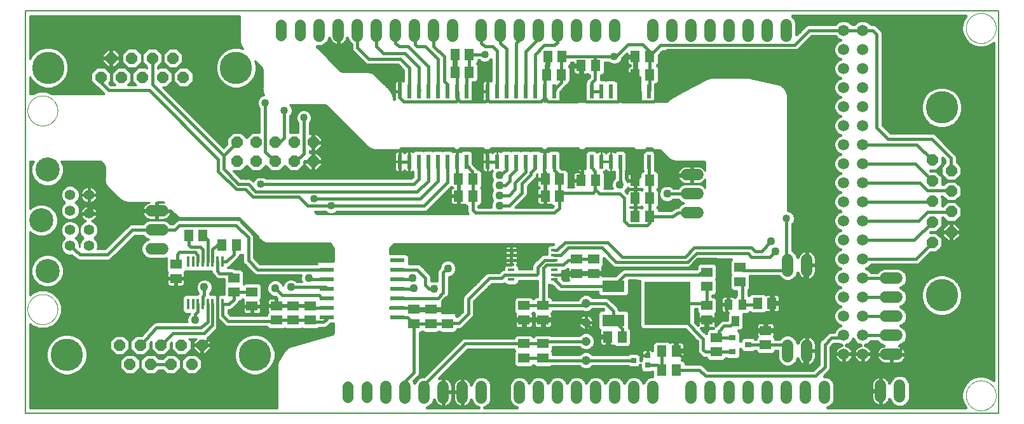
<source format=gtl>
G75*
%MOIN*%
%OFA0B0*%
%FSLAX25Y25*%
%IPPOS*%
%LPD*%
%AMOC8*
5,1,8,0,0,1.08239X$1,22.5*
%
%ADD10C,0.00800*%
%ADD11C,0.00000*%
%ADD12R,0.05118X0.05906*%
%ADD13C,0.05937*%
%ADD14C,0.05937*%
%ADD15C,0.05600*%
%ADD16R,0.01400X0.05800*%
%ADD17C,0.04756*%
%ADD18R,0.05906X0.05118*%
%ADD19C,0.06000*%
%ADD20R,0.03543X0.03150*%
%ADD21R,0.03937X0.05512*%
%ADD22R,0.03543X0.01378*%
%ADD23R,0.02756X0.02756*%
%ADD24OC8,0.06000*%
%ADD25C,0.17000*%
%ADD26C,0.12661*%
%ADD27C,0.05543*%
%ADD28R,0.24409X0.22835*%
%ADD29R,0.11811X0.06299*%
%ADD30R,0.07800X0.02100*%
%ADD31R,0.02200X0.07800*%
%ADD32R,0.02100X0.07800*%
%ADD33C,0.01600*%
%ADD34C,0.04362*%
%ADD35C,0.01000*%
%ADD36C,0.04000*%
D10*
X0038961Y0043366D02*
X0549571Y0043366D01*
X0549571Y0254646D01*
X0038961Y0254646D01*
X0038961Y0043366D01*
D11*
X0040201Y0097913D02*
X0040203Y0098106D01*
X0040210Y0098299D01*
X0040222Y0098492D01*
X0040239Y0098685D01*
X0040260Y0098877D01*
X0040286Y0099068D01*
X0040317Y0099259D01*
X0040352Y0099449D01*
X0040392Y0099638D01*
X0040437Y0099826D01*
X0040486Y0100013D01*
X0040540Y0100199D01*
X0040598Y0100383D01*
X0040661Y0100566D01*
X0040729Y0100747D01*
X0040800Y0100926D01*
X0040877Y0101104D01*
X0040957Y0101280D01*
X0041042Y0101453D01*
X0041131Y0101625D01*
X0041224Y0101794D01*
X0041321Y0101961D01*
X0041423Y0102126D01*
X0041528Y0102288D01*
X0041637Y0102447D01*
X0041751Y0102604D01*
X0041868Y0102757D01*
X0041988Y0102908D01*
X0042113Y0103056D01*
X0042241Y0103201D01*
X0042372Y0103342D01*
X0042507Y0103481D01*
X0042646Y0103616D01*
X0042787Y0103747D01*
X0042932Y0103875D01*
X0043080Y0104000D01*
X0043231Y0104120D01*
X0043384Y0104237D01*
X0043541Y0104351D01*
X0043700Y0104460D01*
X0043862Y0104565D01*
X0044027Y0104667D01*
X0044194Y0104764D01*
X0044363Y0104857D01*
X0044535Y0104946D01*
X0044708Y0105031D01*
X0044884Y0105111D01*
X0045062Y0105188D01*
X0045241Y0105259D01*
X0045422Y0105327D01*
X0045605Y0105390D01*
X0045789Y0105448D01*
X0045975Y0105502D01*
X0046162Y0105551D01*
X0046350Y0105596D01*
X0046539Y0105636D01*
X0046729Y0105671D01*
X0046920Y0105702D01*
X0047111Y0105728D01*
X0047303Y0105749D01*
X0047496Y0105766D01*
X0047689Y0105778D01*
X0047882Y0105785D01*
X0048075Y0105787D01*
X0048268Y0105785D01*
X0048461Y0105778D01*
X0048654Y0105766D01*
X0048847Y0105749D01*
X0049039Y0105728D01*
X0049230Y0105702D01*
X0049421Y0105671D01*
X0049611Y0105636D01*
X0049800Y0105596D01*
X0049988Y0105551D01*
X0050175Y0105502D01*
X0050361Y0105448D01*
X0050545Y0105390D01*
X0050728Y0105327D01*
X0050909Y0105259D01*
X0051088Y0105188D01*
X0051266Y0105111D01*
X0051442Y0105031D01*
X0051615Y0104946D01*
X0051787Y0104857D01*
X0051956Y0104764D01*
X0052123Y0104667D01*
X0052288Y0104565D01*
X0052450Y0104460D01*
X0052609Y0104351D01*
X0052766Y0104237D01*
X0052919Y0104120D01*
X0053070Y0104000D01*
X0053218Y0103875D01*
X0053363Y0103747D01*
X0053504Y0103616D01*
X0053643Y0103481D01*
X0053778Y0103342D01*
X0053909Y0103201D01*
X0054037Y0103056D01*
X0054162Y0102908D01*
X0054282Y0102757D01*
X0054399Y0102604D01*
X0054513Y0102447D01*
X0054622Y0102288D01*
X0054727Y0102126D01*
X0054829Y0101961D01*
X0054926Y0101794D01*
X0055019Y0101625D01*
X0055108Y0101453D01*
X0055193Y0101280D01*
X0055273Y0101104D01*
X0055350Y0100926D01*
X0055421Y0100747D01*
X0055489Y0100566D01*
X0055552Y0100383D01*
X0055610Y0100199D01*
X0055664Y0100013D01*
X0055713Y0099826D01*
X0055758Y0099638D01*
X0055798Y0099449D01*
X0055833Y0099259D01*
X0055864Y0099068D01*
X0055890Y0098877D01*
X0055911Y0098685D01*
X0055928Y0098492D01*
X0055940Y0098299D01*
X0055947Y0098106D01*
X0055949Y0097913D01*
X0055947Y0097720D01*
X0055940Y0097527D01*
X0055928Y0097334D01*
X0055911Y0097141D01*
X0055890Y0096949D01*
X0055864Y0096758D01*
X0055833Y0096567D01*
X0055798Y0096377D01*
X0055758Y0096188D01*
X0055713Y0096000D01*
X0055664Y0095813D01*
X0055610Y0095627D01*
X0055552Y0095443D01*
X0055489Y0095260D01*
X0055421Y0095079D01*
X0055350Y0094900D01*
X0055273Y0094722D01*
X0055193Y0094546D01*
X0055108Y0094373D01*
X0055019Y0094201D01*
X0054926Y0094032D01*
X0054829Y0093865D01*
X0054727Y0093700D01*
X0054622Y0093538D01*
X0054513Y0093379D01*
X0054399Y0093222D01*
X0054282Y0093069D01*
X0054162Y0092918D01*
X0054037Y0092770D01*
X0053909Y0092625D01*
X0053778Y0092484D01*
X0053643Y0092345D01*
X0053504Y0092210D01*
X0053363Y0092079D01*
X0053218Y0091951D01*
X0053070Y0091826D01*
X0052919Y0091706D01*
X0052766Y0091589D01*
X0052609Y0091475D01*
X0052450Y0091366D01*
X0052288Y0091261D01*
X0052123Y0091159D01*
X0051956Y0091062D01*
X0051787Y0090969D01*
X0051615Y0090880D01*
X0051442Y0090795D01*
X0051266Y0090715D01*
X0051088Y0090638D01*
X0050909Y0090567D01*
X0050728Y0090499D01*
X0050545Y0090436D01*
X0050361Y0090378D01*
X0050175Y0090324D01*
X0049988Y0090275D01*
X0049800Y0090230D01*
X0049611Y0090190D01*
X0049421Y0090155D01*
X0049230Y0090124D01*
X0049039Y0090098D01*
X0048847Y0090077D01*
X0048654Y0090060D01*
X0048461Y0090048D01*
X0048268Y0090041D01*
X0048075Y0090039D01*
X0047882Y0090041D01*
X0047689Y0090048D01*
X0047496Y0090060D01*
X0047303Y0090077D01*
X0047111Y0090098D01*
X0046920Y0090124D01*
X0046729Y0090155D01*
X0046539Y0090190D01*
X0046350Y0090230D01*
X0046162Y0090275D01*
X0045975Y0090324D01*
X0045789Y0090378D01*
X0045605Y0090436D01*
X0045422Y0090499D01*
X0045241Y0090567D01*
X0045062Y0090638D01*
X0044884Y0090715D01*
X0044708Y0090795D01*
X0044535Y0090880D01*
X0044363Y0090969D01*
X0044194Y0091062D01*
X0044027Y0091159D01*
X0043862Y0091261D01*
X0043700Y0091366D01*
X0043541Y0091475D01*
X0043384Y0091589D01*
X0043231Y0091706D01*
X0043080Y0091826D01*
X0042932Y0091951D01*
X0042787Y0092079D01*
X0042646Y0092210D01*
X0042507Y0092345D01*
X0042372Y0092484D01*
X0042241Y0092625D01*
X0042113Y0092770D01*
X0041988Y0092918D01*
X0041868Y0093069D01*
X0041751Y0093222D01*
X0041637Y0093379D01*
X0041528Y0093538D01*
X0041423Y0093700D01*
X0041321Y0093865D01*
X0041224Y0094032D01*
X0041131Y0094201D01*
X0041042Y0094373D01*
X0040957Y0094546D01*
X0040877Y0094722D01*
X0040800Y0094900D01*
X0040729Y0095079D01*
X0040661Y0095260D01*
X0040598Y0095443D01*
X0040540Y0095627D01*
X0040486Y0095813D01*
X0040437Y0096000D01*
X0040392Y0096188D01*
X0040352Y0096377D01*
X0040317Y0096567D01*
X0040286Y0096758D01*
X0040260Y0096949D01*
X0040239Y0097141D01*
X0040222Y0097334D01*
X0040210Y0097527D01*
X0040203Y0097720D01*
X0040201Y0097913D01*
X0040201Y0202244D02*
X0040203Y0202437D01*
X0040210Y0202630D01*
X0040222Y0202823D01*
X0040239Y0203016D01*
X0040260Y0203208D01*
X0040286Y0203399D01*
X0040317Y0203590D01*
X0040352Y0203780D01*
X0040392Y0203969D01*
X0040437Y0204157D01*
X0040486Y0204344D01*
X0040540Y0204530D01*
X0040598Y0204714D01*
X0040661Y0204897D01*
X0040729Y0205078D01*
X0040800Y0205257D01*
X0040877Y0205435D01*
X0040957Y0205611D01*
X0041042Y0205784D01*
X0041131Y0205956D01*
X0041224Y0206125D01*
X0041321Y0206292D01*
X0041423Y0206457D01*
X0041528Y0206619D01*
X0041637Y0206778D01*
X0041751Y0206935D01*
X0041868Y0207088D01*
X0041988Y0207239D01*
X0042113Y0207387D01*
X0042241Y0207532D01*
X0042372Y0207673D01*
X0042507Y0207812D01*
X0042646Y0207947D01*
X0042787Y0208078D01*
X0042932Y0208206D01*
X0043080Y0208331D01*
X0043231Y0208451D01*
X0043384Y0208568D01*
X0043541Y0208682D01*
X0043700Y0208791D01*
X0043862Y0208896D01*
X0044027Y0208998D01*
X0044194Y0209095D01*
X0044363Y0209188D01*
X0044535Y0209277D01*
X0044708Y0209362D01*
X0044884Y0209442D01*
X0045062Y0209519D01*
X0045241Y0209590D01*
X0045422Y0209658D01*
X0045605Y0209721D01*
X0045789Y0209779D01*
X0045975Y0209833D01*
X0046162Y0209882D01*
X0046350Y0209927D01*
X0046539Y0209967D01*
X0046729Y0210002D01*
X0046920Y0210033D01*
X0047111Y0210059D01*
X0047303Y0210080D01*
X0047496Y0210097D01*
X0047689Y0210109D01*
X0047882Y0210116D01*
X0048075Y0210118D01*
X0048268Y0210116D01*
X0048461Y0210109D01*
X0048654Y0210097D01*
X0048847Y0210080D01*
X0049039Y0210059D01*
X0049230Y0210033D01*
X0049421Y0210002D01*
X0049611Y0209967D01*
X0049800Y0209927D01*
X0049988Y0209882D01*
X0050175Y0209833D01*
X0050361Y0209779D01*
X0050545Y0209721D01*
X0050728Y0209658D01*
X0050909Y0209590D01*
X0051088Y0209519D01*
X0051266Y0209442D01*
X0051442Y0209362D01*
X0051615Y0209277D01*
X0051787Y0209188D01*
X0051956Y0209095D01*
X0052123Y0208998D01*
X0052288Y0208896D01*
X0052450Y0208791D01*
X0052609Y0208682D01*
X0052766Y0208568D01*
X0052919Y0208451D01*
X0053070Y0208331D01*
X0053218Y0208206D01*
X0053363Y0208078D01*
X0053504Y0207947D01*
X0053643Y0207812D01*
X0053778Y0207673D01*
X0053909Y0207532D01*
X0054037Y0207387D01*
X0054162Y0207239D01*
X0054282Y0207088D01*
X0054399Y0206935D01*
X0054513Y0206778D01*
X0054622Y0206619D01*
X0054727Y0206457D01*
X0054829Y0206292D01*
X0054926Y0206125D01*
X0055019Y0205956D01*
X0055108Y0205784D01*
X0055193Y0205611D01*
X0055273Y0205435D01*
X0055350Y0205257D01*
X0055421Y0205078D01*
X0055489Y0204897D01*
X0055552Y0204714D01*
X0055610Y0204530D01*
X0055664Y0204344D01*
X0055713Y0204157D01*
X0055758Y0203969D01*
X0055798Y0203780D01*
X0055833Y0203590D01*
X0055864Y0203399D01*
X0055890Y0203208D01*
X0055911Y0203016D01*
X0055928Y0202823D01*
X0055940Y0202630D01*
X0055947Y0202437D01*
X0055949Y0202244D01*
X0055947Y0202051D01*
X0055940Y0201858D01*
X0055928Y0201665D01*
X0055911Y0201472D01*
X0055890Y0201280D01*
X0055864Y0201089D01*
X0055833Y0200898D01*
X0055798Y0200708D01*
X0055758Y0200519D01*
X0055713Y0200331D01*
X0055664Y0200144D01*
X0055610Y0199958D01*
X0055552Y0199774D01*
X0055489Y0199591D01*
X0055421Y0199410D01*
X0055350Y0199231D01*
X0055273Y0199053D01*
X0055193Y0198877D01*
X0055108Y0198704D01*
X0055019Y0198532D01*
X0054926Y0198363D01*
X0054829Y0198196D01*
X0054727Y0198031D01*
X0054622Y0197869D01*
X0054513Y0197710D01*
X0054399Y0197553D01*
X0054282Y0197400D01*
X0054162Y0197249D01*
X0054037Y0197101D01*
X0053909Y0196956D01*
X0053778Y0196815D01*
X0053643Y0196676D01*
X0053504Y0196541D01*
X0053363Y0196410D01*
X0053218Y0196282D01*
X0053070Y0196157D01*
X0052919Y0196037D01*
X0052766Y0195920D01*
X0052609Y0195806D01*
X0052450Y0195697D01*
X0052288Y0195592D01*
X0052123Y0195490D01*
X0051956Y0195393D01*
X0051787Y0195300D01*
X0051615Y0195211D01*
X0051442Y0195126D01*
X0051266Y0195046D01*
X0051088Y0194969D01*
X0050909Y0194898D01*
X0050728Y0194830D01*
X0050545Y0194767D01*
X0050361Y0194709D01*
X0050175Y0194655D01*
X0049988Y0194606D01*
X0049800Y0194561D01*
X0049611Y0194521D01*
X0049421Y0194486D01*
X0049230Y0194455D01*
X0049039Y0194429D01*
X0048847Y0194408D01*
X0048654Y0194391D01*
X0048461Y0194379D01*
X0048268Y0194372D01*
X0048075Y0194370D01*
X0047882Y0194372D01*
X0047689Y0194379D01*
X0047496Y0194391D01*
X0047303Y0194408D01*
X0047111Y0194429D01*
X0046920Y0194455D01*
X0046729Y0194486D01*
X0046539Y0194521D01*
X0046350Y0194561D01*
X0046162Y0194606D01*
X0045975Y0194655D01*
X0045789Y0194709D01*
X0045605Y0194767D01*
X0045422Y0194830D01*
X0045241Y0194898D01*
X0045062Y0194969D01*
X0044884Y0195046D01*
X0044708Y0195126D01*
X0044535Y0195211D01*
X0044363Y0195300D01*
X0044194Y0195393D01*
X0044027Y0195490D01*
X0043862Y0195592D01*
X0043700Y0195697D01*
X0043541Y0195806D01*
X0043384Y0195920D01*
X0043231Y0196037D01*
X0043080Y0196157D01*
X0042932Y0196282D01*
X0042787Y0196410D01*
X0042646Y0196541D01*
X0042507Y0196676D01*
X0042372Y0196815D01*
X0042241Y0196956D01*
X0042113Y0197101D01*
X0041988Y0197249D01*
X0041868Y0197400D01*
X0041751Y0197553D01*
X0041637Y0197710D01*
X0041528Y0197869D01*
X0041423Y0198031D01*
X0041321Y0198196D01*
X0041224Y0198363D01*
X0041131Y0198532D01*
X0041042Y0198704D01*
X0040957Y0198877D01*
X0040877Y0199053D01*
X0040800Y0199231D01*
X0040729Y0199410D01*
X0040661Y0199591D01*
X0040598Y0199774D01*
X0040540Y0199958D01*
X0040486Y0200144D01*
X0040437Y0200331D01*
X0040392Y0200519D01*
X0040352Y0200708D01*
X0040317Y0200898D01*
X0040286Y0201089D01*
X0040260Y0201280D01*
X0040239Y0201472D01*
X0040222Y0201665D01*
X0040210Y0201858D01*
X0040203Y0202051D01*
X0040201Y0202244D01*
X0532327Y0245551D02*
X0532329Y0245744D01*
X0532336Y0245937D01*
X0532348Y0246130D01*
X0532365Y0246323D01*
X0532386Y0246515D01*
X0532412Y0246706D01*
X0532443Y0246897D01*
X0532478Y0247087D01*
X0532518Y0247276D01*
X0532563Y0247464D01*
X0532612Y0247651D01*
X0532666Y0247837D01*
X0532724Y0248021D01*
X0532787Y0248204D01*
X0532855Y0248385D01*
X0532926Y0248564D01*
X0533003Y0248742D01*
X0533083Y0248918D01*
X0533168Y0249091D01*
X0533257Y0249263D01*
X0533350Y0249432D01*
X0533447Y0249599D01*
X0533549Y0249764D01*
X0533654Y0249926D01*
X0533763Y0250085D01*
X0533877Y0250242D01*
X0533994Y0250395D01*
X0534114Y0250546D01*
X0534239Y0250694D01*
X0534367Y0250839D01*
X0534498Y0250980D01*
X0534633Y0251119D01*
X0534772Y0251254D01*
X0534913Y0251385D01*
X0535058Y0251513D01*
X0535206Y0251638D01*
X0535357Y0251758D01*
X0535510Y0251875D01*
X0535667Y0251989D01*
X0535826Y0252098D01*
X0535988Y0252203D01*
X0536153Y0252305D01*
X0536320Y0252402D01*
X0536489Y0252495D01*
X0536661Y0252584D01*
X0536834Y0252669D01*
X0537010Y0252749D01*
X0537188Y0252826D01*
X0537367Y0252897D01*
X0537548Y0252965D01*
X0537731Y0253028D01*
X0537915Y0253086D01*
X0538101Y0253140D01*
X0538288Y0253189D01*
X0538476Y0253234D01*
X0538665Y0253274D01*
X0538855Y0253309D01*
X0539046Y0253340D01*
X0539237Y0253366D01*
X0539429Y0253387D01*
X0539622Y0253404D01*
X0539815Y0253416D01*
X0540008Y0253423D01*
X0540201Y0253425D01*
X0540394Y0253423D01*
X0540587Y0253416D01*
X0540780Y0253404D01*
X0540973Y0253387D01*
X0541165Y0253366D01*
X0541356Y0253340D01*
X0541547Y0253309D01*
X0541737Y0253274D01*
X0541926Y0253234D01*
X0542114Y0253189D01*
X0542301Y0253140D01*
X0542487Y0253086D01*
X0542671Y0253028D01*
X0542854Y0252965D01*
X0543035Y0252897D01*
X0543214Y0252826D01*
X0543392Y0252749D01*
X0543568Y0252669D01*
X0543741Y0252584D01*
X0543913Y0252495D01*
X0544082Y0252402D01*
X0544249Y0252305D01*
X0544414Y0252203D01*
X0544576Y0252098D01*
X0544735Y0251989D01*
X0544892Y0251875D01*
X0545045Y0251758D01*
X0545196Y0251638D01*
X0545344Y0251513D01*
X0545489Y0251385D01*
X0545630Y0251254D01*
X0545769Y0251119D01*
X0545904Y0250980D01*
X0546035Y0250839D01*
X0546163Y0250694D01*
X0546288Y0250546D01*
X0546408Y0250395D01*
X0546525Y0250242D01*
X0546639Y0250085D01*
X0546748Y0249926D01*
X0546853Y0249764D01*
X0546955Y0249599D01*
X0547052Y0249432D01*
X0547145Y0249263D01*
X0547234Y0249091D01*
X0547319Y0248918D01*
X0547399Y0248742D01*
X0547476Y0248564D01*
X0547547Y0248385D01*
X0547615Y0248204D01*
X0547678Y0248021D01*
X0547736Y0247837D01*
X0547790Y0247651D01*
X0547839Y0247464D01*
X0547884Y0247276D01*
X0547924Y0247087D01*
X0547959Y0246897D01*
X0547990Y0246706D01*
X0548016Y0246515D01*
X0548037Y0246323D01*
X0548054Y0246130D01*
X0548066Y0245937D01*
X0548073Y0245744D01*
X0548075Y0245551D01*
X0548073Y0245358D01*
X0548066Y0245165D01*
X0548054Y0244972D01*
X0548037Y0244779D01*
X0548016Y0244587D01*
X0547990Y0244396D01*
X0547959Y0244205D01*
X0547924Y0244015D01*
X0547884Y0243826D01*
X0547839Y0243638D01*
X0547790Y0243451D01*
X0547736Y0243265D01*
X0547678Y0243081D01*
X0547615Y0242898D01*
X0547547Y0242717D01*
X0547476Y0242538D01*
X0547399Y0242360D01*
X0547319Y0242184D01*
X0547234Y0242011D01*
X0547145Y0241839D01*
X0547052Y0241670D01*
X0546955Y0241503D01*
X0546853Y0241338D01*
X0546748Y0241176D01*
X0546639Y0241017D01*
X0546525Y0240860D01*
X0546408Y0240707D01*
X0546288Y0240556D01*
X0546163Y0240408D01*
X0546035Y0240263D01*
X0545904Y0240122D01*
X0545769Y0239983D01*
X0545630Y0239848D01*
X0545489Y0239717D01*
X0545344Y0239589D01*
X0545196Y0239464D01*
X0545045Y0239344D01*
X0544892Y0239227D01*
X0544735Y0239113D01*
X0544576Y0239004D01*
X0544414Y0238899D01*
X0544249Y0238797D01*
X0544082Y0238700D01*
X0543913Y0238607D01*
X0543741Y0238518D01*
X0543568Y0238433D01*
X0543392Y0238353D01*
X0543214Y0238276D01*
X0543035Y0238205D01*
X0542854Y0238137D01*
X0542671Y0238074D01*
X0542487Y0238016D01*
X0542301Y0237962D01*
X0542114Y0237913D01*
X0541926Y0237868D01*
X0541737Y0237828D01*
X0541547Y0237793D01*
X0541356Y0237762D01*
X0541165Y0237736D01*
X0540973Y0237715D01*
X0540780Y0237698D01*
X0540587Y0237686D01*
X0540394Y0237679D01*
X0540201Y0237677D01*
X0540008Y0237679D01*
X0539815Y0237686D01*
X0539622Y0237698D01*
X0539429Y0237715D01*
X0539237Y0237736D01*
X0539046Y0237762D01*
X0538855Y0237793D01*
X0538665Y0237828D01*
X0538476Y0237868D01*
X0538288Y0237913D01*
X0538101Y0237962D01*
X0537915Y0238016D01*
X0537731Y0238074D01*
X0537548Y0238137D01*
X0537367Y0238205D01*
X0537188Y0238276D01*
X0537010Y0238353D01*
X0536834Y0238433D01*
X0536661Y0238518D01*
X0536489Y0238607D01*
X0536320Y0238700D01*
X0536153Y0238797D01*
X0535988Y0238899D01*
X0535826Y0239004D01*
X0535667Y0239113D01*
X0535510Y0239227D01*
X0535357Y0239344D01*
X0535206Y0239464D01*
X0535058Y0239589D01*
X0534913Y0239717D01*
X0534772Y0239848D01*
X0534633Y0239983D01*
X0534498Y0240122D01*
X0534367Y0240263D01*
X0534239Y0240408D01*
X0534114Y0240556D01*
X0533994Y0240707D01*
X0533877Y0240860D01*
X0533763Y0241017D01*
X0533654Y0241176D01*
X0533549Y0241338D01*
X0533447Y0241503D01*
X0533350Y0241670D01*
X0533257Y0241839D01*
X0533168Y0242011D01*
X0533083Y0242184D01*
X0533003Y0242360D01*
X0532926Y0242538D01*
X0532855Y0242717D01*
X0532787Y0242898D01*
X0532724Y0243081D01*
X0532666Y0243265D01*
X0532612Y0243451D01*
X0532563Y0243638D01*
X0532518Y0243826D01*
X0532478Y0244015D01*
X0532443Y0244205D01*
X0532412Y0244396D01*
X0532386Y0244587D01*
X0532365Y0244779D01*
X0532348Y0244972D01*
X0532336Y0245165D01*
X0532329Y0245358D01*
X0532327Y0245551D01*
X0532327Y0052638D02*
X0532329Y0052831D01*
X0532336Y0053024D01*
X0532348Y0053217D01*
X0532365Y0053410D01*
X0532386Y0053602D01*
X0532412Y0053793D01*
X0532443Y0053984D01*
X0532478Y0054174D01*
X0532518Y0054363D01*
X0532563Y0054551D01*
X0532612Y0054738D01*
X0532666Y0054924D01*
X0532724Y0055108D01*
X0532787Y0055291D01*
X0532855Y0055472D01*
X0532926Y0055651D01*
X0533003Y0055829D01*
X0533083Y0056005D01*
X0533168Y0056178D01*
X0533257Y0056350D01*
X0533350Y0056519D01*
X0533447Y0056686D01*
X0533549Y0056851D01*
X0533654Y0057013D01*
X0533763Y0057172D01*
X0533877Y0057329D01*
X0533994Y0057482D01*
X0534114Y0057633D01*
X0534239Y0057781D01*
X0534367Y0057926D01*
X0534498Y0058067D01*
X0534633Y0058206D01*
X0534772Y0058341D01*
X0534913Y0058472D01*
X0535058Y0058600D01*
X0535206Y0058725D01*
X0535357Y0058845D01*
X0535510Y0058962D01*
X0535667Y0059076D01*
X0535826Y0059185D01*
X0535988Y0059290D01*
X0536153Y0059392D01*
X0536320Y0059489D01*
X0536489Y0059582D01*
X0536661Y0059671D01*
X0536834Y0059756D01*
X0537010Y0059836D01*
X0537188Y0059913D01*
X0537367Y0059984D01*
X0537548Y0060052D01*
X0537731Y0060115D01*
X0537915Y0060173D01*
X0538101Y0060227D01*
X0538288Y0060276D01*
X0538476Y0060321D01*
X0538665Y0060361D01*
X0538855Y0060396D01*
X0539046Y0060427D01*
X0539237Y0060453D01*
X0539429Y0060474D01*
X0539622Y0060491D01*
X0539815Y0060503D01*
X0540008Y0060510D01*
X0540201Y0060512D01*
X0540394Y0060510D01*
X0540587Y0060503D01*
X0540780Y0060491D01*
X0540973Y0060474D01*
X0541165Y0060453D01*
X0541356Y0060427D01*
X0541547Y0060396D01*
X0541737Y0060361D01*
X0541926Y0060321D01*
X0542114Y0060276D01*
X0542301Y0060227D01*
X0542487Y0060173D01*
X0542671Y0060115D01*
X0542854Y0060052D01*
X0543035Y0059984D01*
X0543214Y0059913D01*
X0543392Y0059836D01*
X0543568Y0059756D01*
X0543741Y0059671D01*
X0543913Y0059582D01*
X0544082Y0059489D01*
X0544249Y0059392D01*
X0544414Y0059290D01*
X0544576Y0059185D01*
X0544735Y0059076D01*
X0544892Y0058962D01*
X0545045Y0058845D01*
X0545196Y0058725D01*
X0545344Y0058600D01*
X0545489Y0058472D01*
X0545630Y0058341D01*
X0545769Y0058206D01*
X0545904Y0058067D01*
X0546035Y0057926D01*
X0546163Y0057781D01*
X0546288Y0057633D01*
X0546408Y0057482D01*
X0546525Y0057329D01*
X0546639Y0057172D01*
X0546748Y0057013D01*
X0546853Y0056851D01*
X0546955Y0056686D01*
X0547052Y0056519D01*
X0547145Y0056350D01*
X0547234Y0056178D01*
X0547319Y0056005D01*
X0547399Y0055829D01*
X0547476Y0055651D01*
X0547547Y0055472D01*
X0547615Y0055291D01*
X0547678Y0055108D01*
X0547736Y0054924D01*
X0547790Y0054738D01*
X0547839Y0054551D01*
X0547884Y0054363D01*
X0547924Y0054174D01*
X0547959Y0053984D01*
X0547990Y0053793D01*
X0548016Y0053602D01*
X0548037Y0053410D01*
X0548054Y0053217D01*
X0548066Y0053024D01*
X0548073Y0052831D01*
X0548075Y0052638D01*
X0548073Y0052445D01*
X0548066Y0052252D01*
X0548054Y0052059D01*
X0548037Y0051866D01*
X0548016Y0051674D01*
X0547990Y0051483D01*
X0547959Y0051292D01*
X0547924Y0051102D01*
X0547884Y0050913D01*
X0547839Y0050725D01*
X0547790Y0050538D01*
X0547736Y0050352D01*
X0547678Y0050168D01*
X0547615Y0049985D01*
X0547547Y0049804D01*
X0547476Y0049625D01*
X0547399Y0049447D01*
X0547319Y0049271D01*
X0547234Y0049098D01*
X0547145Y0048926D01*
X0547052Y0048757D01*
X0546955Y0048590D01*
X0546853Y0048425D01*
X0546748Y0048263D01*
X0546639Y0048104D01*
X0546525Y0047947D01*
X0546408Y0047794D01*
X0546288Y0047643D01*
X0546163Y0047495D01*
X0546035Y0047350D01*
X0545904Y0047209D01*
X0545769Y0047070D01*
X0545630Y0046935D01*
X0545489Y0046804D01*
X0545344Y0046676D01*
X0545196Y0046551D01*
X0545045Y0046431D01*
X0544892Y0046314D01*
X0544735Y0046200D01*
X0544576Y0046091D01*
X0544414Y0045986D01*
X0544249Y0045884D01*
X0544082Y0045787D01*
X0543913Y0045694D01*
X0543741Y0045605D01*
X0543568Y0045520D01*
X0543392Y0045440D01*
X0543214Y0045363D01*
X0543035Y0045292D01*
X0542854Y0045224D01*
X0542671Y0045161D01*
X0542487Y0045103D01*
X0542301Y0045049D01*
X0542114Y0045000D01*
X0541926Y0044955D01*
X0541737Y0044915D01*
X0541547Y0044880D01*
X0541356Y0044849D01*
X0541165Y0044823D01*
X0540973Y0044802D01*
X0540780Y0044785D01*
X0540587Y0044773D01*
X0540394Y0044766D01*
X0540201Y0044764D01*
X0540008Y0044766D01*
X0539815Y0044773D01*
X0539622Y0044785D01*
X0539429Y0044802D01*
X0539237Y0044823D01*
X0539046Y0044849D01*
X0538855Y0044880D01*
X0538665Y0044915D01*
X0538476Y0044955D01*
X0538288Y0045000D01*
X0538101Y0045049D01*
X0537915Y0045103D01*
X0537731Y0045161D01*
X0537548Y0045224D01*
X0537367Y0045292D01*
X0537188Y0045363D01*
X0537010Y0045440D01*
X0536834Y0045520D01*
X0536661Y0045605D01*
X0536489Y0045694D01*
X0536320Y0045787D01*
X0536153Y0045884D01*
X0535988Y0045986D01*
X0535826Y0046091D01*
X0535667Y0046200D01*
X0535510Y0046314D01*
X0535357Y0046431D01*
X0535206Y0046551D01*
X0535058Y0046676D01*
X0534913Y0046804D01*
X0534772Y0046935D01*
X0534633Y0047070D01*
X0534498Y0047209D01*
X0534367Y0047350D01*
X0534239Y0047495D01*
X0534114Y0047643D01*
X0533994Y0047794D01*
X0533877Y0047947D01*
X0533763Y0048104D01*
X0533654Y0048263D01*
X0533549Y0048425D01*
X0533447Y0048590D01*
X0533350Y0048757D01*
X0533257Y0048926D01*
X0533168Y0049098D01*
X0533083Y0049271D01*
X0533003Y0049447D01*
X0532926Y0049625D01*
X0532855Y0049804D01*
X0532787Y0049985D01*
X0532724Y0050168D01*
X0532666Y0050352D01*
X0532612Y0050538D01*
X0532563Y0050725D01*
X0532518Y0050913D01*
X0532478Y0051102D01*
X0532443Y0051292D01*
X0532412Y0051483D01*
X0532386Y0051674D01*
X0532365Y0051866D01*
X0532348Y0052059D01*
X0532336Y0052252D01*
X0532329Y0052445D01*
X0532327Y0052638D01*
D12*
X0430516Y0101102D03*
X0423035Y0101102D03*
X0380378Y0076102D03*
X0372898Y0076102D03*
X0372898Y0066102D03*
X0380378Y0066102D03*
X0351953Y0083386D03*
X0344472Y0083386D03*
X0358902Y0146732D03*
X0366382Y0146732D03*
X0366382Y0156181D03*
X0358902Y0156181D03*
X0358902Y0165630D03*
X0366382Y0165630D03*
X0338035Y0165630D03*
X0330555Y0165630D03*
X0319138Y0166220D03*
X0311657Y0166220D03*
X0311657Y0157362D03*
X0319138Y0157362D03*
X0273665Y0157362D03*
X0266185Y0157362D03*
X0266185Y0166220D03*
X0273665Y0166220D03*
X0271894Y0222323D03*
X0264413Y0222323D03*
X0264413Y0231772D03*
X0271894Y0231772D03*
X0313114Y0230591D03*
X0320594Y0230591D03*
X0330555Y0225866D03*
X0338035Y0225866D03*
X0320004Y0221142D03*
X0312524Y0221142D03*
X0358902Y0221142D03*
X0366382Y0221142D03*
X0366382Y0230591D03*
X0358902Y0230591D03*
X0149630Y0131811D03*
X0142150Y0131811D03*
X0132130Y0136811D03*
X0124650Y0136811D03*
D13*
X0228232Y0057339D02*
X0228232Y0051402D01*
X0238232Y0051402D02*
X0238232Y0057339D01*
X0248232Y0057339D02*
X0248232Y0051402D01*
X0258232Y0051402D02*
X0258232Y0057339D01*
X0268232Y0057339D02*
X0268232Y0051402D01*
X0278232Y0051402D02*
X0278232Y0057339D01*
X0298232Y0057339D02*
X0298232Y0051402D01*
X0308232Y0051402D02*
X0308232Y0057339D01*
X0318232Y0057339D02*
X0318232Y0051402D01*
X0328232Y0051402D02*
X0328232Y0057339D01*
X0338232Y0057339D02*
X0338232Y0051402D01*
X0348232Y0051402D02*
X0348232Y0057339D01*
X0358232Y0057339D02*
X0358232Y0051402D01*
X0368232Y0051402D02*
X0368232Y0057339D01*
X0388232Y0057339D02*
X0388232Y0051402D01*
X0398232Y0051402D02*
X0398232Y0057339D01*
X0408232Y0057339D02*
X0408232Y0051402D01*
X0418232Y0051402D02*
X0418232Y0057339D01*
X0428232Y0057339D02*
X0428232Y0051402D01*
X0438232Y0051402D02*
X0438232Y0057339D01*
X0448232Y0057339D02*
X0448232Y0051402D01*
X0458232Y0051402D02*
X0458232Y0057339D01*
X0438232Y0241402D02*
X0438232Y0247339D01*
X0428232Y0247339D02*
X0428232Y0241402D01*
X0418232Y0241402D02*
X0418232Y0247339D01*
X0408232Y0247339D02*
X0408232Y0241402D01*
X0398232Y0241402D02*
X0398232Y0247339D01*
X0388232Y0247339D02*
X0388232Y0241402D01*
X0378232Y0241402D02*
X0378232Y0247339D01*
X0368232Y0247339D02*
X0368232Y0241402D01*
X0348232Y0241402D02*
X0348232Y0247339D01*
X0338232Y0247339D02*
X0338232Y0241402D01*
X0328232Y0241402D02*
X0328232Y0247339D01*
X0318232Y0247339D02*
X0318232Y0241402D01*
X0308232Y0241402D02*
X0308232Y0247339D01*
X0298232Y0247339D02*
X0298232Y0241402D01*
X0288232Y0241402D02*
X0288232Y0247339D01*
X0278232Y0247339D02*
X0278232Y0241402D01*
X0263232Y0241402D02*
X0263232Y0247339D01*
X0253232Y0247339D02*
X0253232Y0241402D01*
X0243232Y0241402D02*
X0243232Y0247339D01*
X0233232Y0247339D02*
X0233232Y0241402D01*
X0223232Y0241402D02*
X0223232Y0247339D01*
X0213232Y0247339D02*
X0213232Y0241402D01*
X0203232Y0241402D02*
X0203232Y0247339D01*
X0193232Y0247339D02*
X0193232Y0241402D01*
D14*
X0468232Y0244370D03*
X0478232Y0244370D03*
X0478232Y0234370D03*
X0468232Y0234370D03*
X0468232Y0224370D03*
X0478232Y0224370D03*
X0478232Y0214370D03*
X0468232Y0214370D03*
X0468232Y0204370D03*
X0478232Y0204370D03*
X0478232Y0194370D03*
X0468232Y0194370D03*
X0468232Y0184370D03*
X0478232Y0184370D03*
X0478232Y0174370D03*
X0468232Y0174370D03*
X0468232Y0164370D03*
X0478232Y0164370D03*
X0478232Y0154370D03*
X0468232Y0154370D03*
X0468232Y0144370D03*
X0478232Y0144370D03*
X0478232Y0134370D03*
X0468232Y0134370D03*
X0468232Y0124370D03*
X0478232Y0124370D03*
X0478232Y0114370D03*
X0468232Y0114370D03*
X0468232Y0104370D03*
X0478232Y0104370D03*
X0478232Y0094370D03*
X0468232Y0094370D03*
X0468232Y0084370D03*
X0478232Y0084370D03*
X0478232Y0074370D03*
X0468232Y0074370D03*
D15*
X0218232Y0057170D02*
X0218232Y0051570D01*
X0208232Y0051570D02*
X0208232Y0057170D01*
X0183232Y0241570D02*
X0183232Y0247170D01*
X0173232Y0247170D02*
X0173232Y0241570D01*
D16*
X0142390Y0122911D03*
X0139790Y0122911D03*
X0137190Y0122911D03*
X0134690Y0122911D03*
X0132090Y0122911D03*
X0129590Y0122911D03*
X0126990Y0122911D03*
X0124390Y0122911D03*
X0124390Y0100711D03*
X0126990Y0100711D03*
X0129590Y0100711D03*
X0132090Y0100711D03*
X0134690Y0100711D03*
X0137190Y0100711D03*
X0139790Y0100711D03*
X0142390Y0100711D03*
D17*
X0333035Y0101102D03*
X0333035Y0091102D03*
X0333035Y0081102D03*
X0333035Y0071102D03*
D18*
X0310535Y0072362D03*
X0300535Y0072362D03*
X0300535Y0079843D03*
X0310535Y0079843D03*
X0310535Y0092362D03*
X0300535Y0092362D03*
X0300535Y0099843D03*
X0310535Y0099843D03*
X0328272Y0116713D03*
X0328272Y0124193D03*
X0337091Y0124193D03*
X0337091Y0116713D03*
X0396362Y0117480D03*
X0396362Y0110000D03*
X0396362Y0099843D03*
X0396362Y0092362D03*
X0401362Y0082992D03*
X0401362Y0075512D03*
X0427268Y0079252D03*
X0427268Y0086732D03*
X0413862Y0112362D03*
X0413862Y0119843D03*
X0260476Y0097913D03*
X0260476Y0090433D03*
X0251618Y0090433D03*
X0242760Y0090433D03*
X0242760Y0097913D03*
X0251618Y0097913D03*
X0188429Y0099685D03*
X0179571Y0099685D03*
X0179571Y0092205D03*
X0188429Y0092205D03*
X0170713Y0092205D03*
X0170713Y0099685D03*
X0157839Y0099567D03*
X0148390Y0106890D03*
X0157839Y0107047D03*
X0148390Y0114370D03*
X0118055Y0114075D03*
X0118055Y0121555D03*
D19*
X0110957Y0129646D02*
X0104957Y0129646D01*
X0104957Y0139646D02*
X0110957Y0139646D01*
X0110957Y0149646D02*
X0104957Y0149646D01*
X0385626Y0148543D02*
X0391626Y0148543D01*
X0391626Y0158543D02*
X0385626Y0158543D01*
X0385626Y0168543D02*
X0391626Y0168543D01*
X0438862Y0124102D02*
X0438862Y0118102D01*
X0448862Y0118102D02*
X0448862Y0124102D01*
X0490154Y0114173D02*
X0496154Y0114173D01*
X0496154Y0104173D02*
X0490154Y0104173D01*
X0490154Y0094173D02*
X0496154Y0094173D01*
X0496154Y0084173D02*
X0490154Y0084173D01*
X0490154Y0074173D02*
X0496154Y0074173D01*
X0497563Y0058000D02*
X0497563Y0052000D01*
X0487563Y0052000D02*
X0487563Y0058000D01*
X0448862Y0073102D02*
X0448862Y0079102D01*
X0438862Y0079102D02*
X0438862Y0073102D01*
D20*
X0418193Y0079252D03*
X0409925Y0082992D03*
X0409925Y0075512D03*
D21*
X0411362Y0091772D03*
X0407622Y0100433D03*
X0415102Y0100433D03*
D22*
X0316500Y0113563D03*
X0316500Y0116122D03*
X0316500Y0118681D03*
X0316500Y0121240D03*
X0316500Y0123799D03*
X0316500Y0126358D03*
X0316500Y0128917D03*
X0293862Y0128917D03*
X0293862Y0126358D03*
X0293862Y0123799D03*
X0293862Y0121240D03*
X0293862Y0118681D03*
X0293862Y0116122D03*
X0293862Y0113563D03*
D23*
X0365280Y0073661D03*
X0365280Y0068543D03*
X0357996Y0071102D03*
D24*
X0514610Y0132967D03*
X0524610Y0138367D03*
X0514610Y0143767D03*
X0524610Y0149167D03*
X0514610Y0154567D03*
X0524610Y0159967D03*
X0514610Y0165367D03*
X0524610Y0170767D03*
X0514610Y0176167D03*
X0189965Y0175650D03*
X0179965Y0175650D03*
X0169965Y0175650D03*
X0159965Y0175650D03*
X0149965Y0175650D03*
X0149965Y0185650D03*
X0159965Y0185650D03*
X0169965Y0185650D03*
X0179965Y0185650D03*
X0189965Y0185650D03*
X0121880Y0219744D03*
X0111080Y0219744D03*
X0100280Y0219744D03*
X0089480Y0219744D03*
X0078680Y0219744D03*
X0084080Y0229744D03*
X0094880Y0229744D03*
X0105680Y0229744D03*
X0116480Y0229744D03*
X0120883Y0079055D03*
X0110083Y0079055D03*
X0099283Y0079055D03*
X0088483Y0079055D03*
X0093883Y0069055D03*
X0104683Y0069055D03*
X0115483Y0069055D03*
X0126283Y0069055D03*
X0131683Y0079055D03*
D25*
X0159383Y0074055D03*
X0060783Y0074055D03*
X0050980Y0224744D03*
X0149580Y0224744D03*
X0519610Y0203867D03*
X0519610Y0105267D03*
D26*
X0050673Y0118071D03*
X0047524Y0144646D03*
X0050673Y0171220D03*
D27*
X0062484Y0158031D03*
X0072327Y0158031D03*
X0062484Y0149764D03*
X0072327Y0148189D03*
X0072327Y0139528D03*
X0072327Y0131260D03*
X0062484Y0131260D03*
X0062484Y0139528D03*
D28*
X0375732Y0101102D03*
D29*
X0347465Y0092126D03*
X0347465Y0110079D03*
D30*
X0234094Y0108799D03*
X0234094Y0103799D03*
X0234094Y0098799D03*
X0234094Y0093799D03*
X0197094Y0093799D03*
X0197094Y0098799D03*
X0197094Y0103799D03*
X0197094Y0108799D03*
X0197094Y0113799D03*
X0197094Y0118799D03*
X0197094Y0123799D03*
X0197094Y0128799D03*
X0234094Y0128799D03*
X0234094Y0123799D03*
X0234094Y0118799D03*
X0234094Y0113799D03*
D31*
X0235299Y0175476D03*
X0240299Y0175476D03*
X0245299Y0175476D03*
X0250299Y0175476D03*
X0255299Y0175476D03*
X0260299Y0175476D03*
X0265299Y0175476D03*
X0270299Y0175476D03*
X0281362Y0175476D03*
X0286362Y0175476D03*
X0291362Y0175476D03*
X0296362Y0175476D03*
X0301362Y0175476D03*
X0306362Y0175476D03*
X0311362Y0175476D03*
X0316362Y0175476D03*
X0316362Y0212476D03*
X0311362Y0212476D03*
X0306362Y0212476D03*
X0301362Y0212476D03*
X0296362Y0212476D03*
X0291362Y0212476D03*
X0286362Y0212476D03*
X0281362Y0212476D03*
X0270299Y0212476D03*
X0265299Y0212476D03*
X0260299Y0212476D03*
X0255299Y0212476D03*
X0250299Y0212476D03*
X0245299Y0212476D03*
X0240299Y0212476D03*
X0235299Y0212476D03*
D32*
X0330969Y0212476D03*
X0335969Y0212476D03*
X0340969Y0212476D03*
X0345969Y0212476D03*
X0350969Y0212476D03*
X0355969Y0212476D03*
X0360969Y0212476D03*
X0365969Y0212476D03*
X0365969Y0175476D03*
X0360969Y0175476D03*
X0355969Y0175476D03*
X0350969Y0175476D03*
X0345969Y0175476D03*
X0340969Y0175476D03*
X0335969Y0175476D03*
X0330969Y0175476D03*
D33*
X0330969Y0166043D01*
X0330555Y0165630D01*
X0337839Y0165433D02*
X0337839Y0160315D01*
X0338429Y0160315D01*
X0340201Y0158543D01*
X0350831Y0158543D01*
X0353193Y0156181D01*
X0353193Y0144370D01*
X0355555Y0142008D01*
X0365004Y0142008D01*
X0366382Y0143386D01*
X0366382Y0146732D01*
X0378547Y0146732D01*
X0381539Y0148543D01*
X0388626Y0148543D01*
X0388626Y0158543D02*
X0375634Y0158543D01*
X0366382Y0156181D02*
X0366382Y0165630D01*
X0365969Y0166043D01*
X0365969Y0175476D01*
X0362519Y0175073D02*
X0354418Y0175073D01*
X0354418Y0176671D02*
X0362519Y0176671D01*
X0361461Y0175969D02*
X0360969Y0175476D01*
X0360969Y0167697D01*
X0358902Y0165630D01*
X0358902Y0156181D01*
X0358902Y0146732D01*
X0366382Y0146732D02*
X0366382Y0156181D01*
X0350969Y0163406D02*
X0350969Y0175476D01*
X0354418Y0173474D02*
X0362519Y0173474D01*
X0362519Y0171876D02*
X0354418Y0171876D01*
X0354418Y0171099D02*
X0354168Y0170495D01*
X0354168Y0169173D01*
X0361470Y0169173D01*
X0361788Y0169942D01*
X0362463Y0170617D01*
X0362642Y0170691D01*
X0362642Y0170802D01*
X0362519Y0171099D01*
X0362519Y0179854D01*
X0362642Y0180151D01*
X0362642Y0181328D01*
X0353461Y0181328D01*
X0354053Y0180736D01*
X0354418Y0179854D01*
X0354418Y0171099D01*
X0354168Y0170277D02*
X0362123Y0170277D01*
X0361461Y0175969D02*
X0361461Y0178622D01*
X0365004Y0182165D01*
X0367366Y0182165D01*
X0370909Y0178622D01*
X0370909Y0172717D01*
X0375634Y0167992D01*
X0376815Y0167992D01*
X0388075Y0167992D01*
X0388626Y0168543D01*
X0362519Y0178270D02*
X0354418Y0178270D01*
X0354412Y0179869D02*
X0362525Y0179869D01*
X0361461Y0178622D02*
X0357917Y0182165D01*
X0333114Y0182165D01*
X0330969Y0180020D01*
X0328823Y0182165D01*
X0313035Y0182165D01*
X0311362Y0180492D01*
X0311165Y0180492D01*
X0309492Y0182165D01*
X0283508Y0182165D01*
X0281362Y0180020D01*
X0281146Y0180020D01*
X0281146Y0175693D01*
X0281362Y0175476D01*
X0286362Y0175476D01*
X0291362Y0175476D02*
X0291362Y0171122D01*
X0287642Y0168386D01*
X0292957Y0167992D02*
X0292957Y0165236D01*
X0290791Y0163071D01*
X0287642Y0163071D01*
X0287642Y0157756D02*
X0292760Y0157756D01*
X0295909Y0160906D01*
X0295909Y0164449D01*
X0301362Y0169902D01*
X0301362Y0175476D01*
X0296362Y0175476D02*
X0296362Y0171398D01*
X0292957Y0167992D01*
X0299453Y0163858D02*
X0299453Y0159134D01*
X0292760Y0152441D01*
X0287642Y0152441D01*
X0275240Y0148504D02*
X0273665Y0150079D01*
X0273665Y0157362D01*
X0273665Y0166220D01*
X0273469Y0166417D01*
X0273469Y0170354D01*
X0270299Y0173524D01*
X0270299Y0175476D01*
X0265299Y0175476D02*
X0265299Y0180295D01*
X0267169Y0182165D01*
X0278783Y0182165D01*
X0280929Y0180020D01*
X0281146Y0180020D01*
X0265299Y0180295D02*
X0263429Y0182165D01*
X0236264Y0182165D01*
X0235299Y0181201D01*
X0235299Y0175476D01*
X0235299Y0168996D01*
X0233902Y0167598D01*
X0189610Y0167598D01*
X0189965Y0167953D01*
X0189610Y0167598D02*
X0154768Y0167598D01*
X0155949Y0163661D02*
X0150831Y0163661D01*
X0142957Y0171535D01*
X0142957Y0178622D01*
X0149965Y0185630D01*
X0149965Y0185650D01*
X0142957Y0178622D02*
X0105680Y0215899D01*
X0105680Y0229744D01*
X0082720Y0212874D02*
X0078680Y0216915D01*
X0078680Y0219744D01*
X0078587Y0219651D01*
X0082720Y0212874D02*
X0103980Y0212874D01*
X0140201Y0176654D01*
X0140201Y0170354D01*
X0149650Y0160906D01*
X0154374Y0160906D01*
X0158311Y0156969D01*
X0182327Y0156969D01*
X0187051Y0152244D01*
X0199453Y0152244D01*
X0248075Y0152244D01*
X0260476Y0164646D01*
X0260476Y0174488D01*
X0260299Y0174665D01*
X0260299Y0175476D01*
X0255299Y0175476D02*
X0255299Y0165177D01*
X0246106Y0155984D01*
X0190594Y0155984D01*
X0162445Y0163661D02*
X0242760Y0163661D01*
X0245299Y0166201D01*
X0245299Y0175476D01*
X0240299Y0175476D02*
X0235299Y0175476D01*
X0250299Y0175476D02*
X0250299Y0165492D01*
X0244531Y0159724D01*
X0159886Y0159724D01*
X0155949Y0163661D01*
X0169965Y0175650D02*
X0164807Y0180807D01*
X0164807Y0206378D01*
X0174846Y0202441D02*
X0174846Y0188071D01*
X0172425Y0185650D01*
X0169965Y0185650D01*
X0179965Y0175650D02*
X0180929Y0175650D01*
X0185083Y0179803D01*
X0185083Y0198504D01*
X0189965Y0185650D02*
X0189965Y0175650D01*
X0235083Y0209331D02*
X0237445Y0206969D01*
X0264610Y0206969D01*
X0265791Y0208150D01*
X0265791Y0211984D01*
X0265299Y0212476D01*
X0265299Y0212476D01*
X0265299Y0207413D01*
X0265299Y0207413D01*
X0265299Y0212476D01*
X0265299Y0221437D01*
X0264413Y0222323D01*
X0264413Y0231772D01*
X0263934Y0231292D02*
X0264893Y0231292D01*
X0264893Y0227019D01*
X0264893Y0222802D01*
X0263934Y0222802D01*
X0263934Y0231292D01*
X0263934Y0231021D02*
X0264893Y0231021D01*
X0264893Y0229422D02*
X0263934Y0229422D01*
X0263934Y0227824D02*
X0264893Y0227824D01*
X0264893Y0226225D02*
X0263934Y0226225D01*
X0263934Y0224627D02*
X0264893Y0224627D01*
X0264893Y0223028D02*
X0263934Y0223028D01*
X0270299Y0220728D02*
X0270299Y0212476D01*
X0273799Y0211839D02*
X0278462Y0211839D01*
X0278462Y0212476D02*
X0278462Y0208339D01*
X0278585Y0207882D01*
X0278822Y0207471D01*
X0278880Y0207413D01*
X0273515Y0207413D01*
X0273799Y0208099D01*
X0273799Y0216854D01*
X0273751Y0216970D01*
X0274930Y0216970D01*
X0275812Y0217335D01*
X0276487Y0218011D01*
X0276853Y0218893D01*
X0276853Y0225753D01*
X0276487Y0226635D01*
X0276075Y0227047D01*
X0276487Y0227459D01*
X0276853Y0228341D01*
X0276853Y0228572D01*
X0276942Y0228572D01*
X0277472Y0228042D01*
X0279089Y0227372D01*
X0280840Y0227372D01*
X0282457Y0228042D01*
X0283261Y0228845D01*
X0283261Y0217994D01*
X0283157Y0218054D01*
X0282699Y0218176D01*
X0281362Y0218176D01*
X0280025Y0218176D01*
X0279567Y0218054D01*
X0279157Y0217817D01*
X0278822Y0217482D01*
X0278585Y0217071D01*
X0278462Y0216613D01*
X0278462Y0212476D01*
X0281362Y0212476D01*
X0281362Y0212476D01*
X0281362Y0207413D01*
X0281362Y0207413D01*
X0281362Y0212476D01*
X0281362Y0212476D01*
X0278462Y0212476D01*
X0278462Y0213437D02*
X0273799Y0213437D01*
X0273799Y0215036D02*
X0278462Y0215036D01*
X0278468Y0216634D02*
X0273799Y0216634D01*
X0276579Y0218233D02*
X0283261Y0218233D01*
X0283261Y0219831D02*
X0276853Y0219831D01*
X0276853Y0221430D02*
X0283261Y0221430D01*
X0283261Y0223028D02*
X0276853Y0223028D01*
X0276853Y0224627D02*
X0283261Y0224627D01*
X0283261Y0226225D02*
X0276657Y0226225D01*
X0276638Y0227824D02*
X0277998Y0227824D01*
X0281931Y0227824D02*
X0283261Y0227824D01*
X0279965Y0231772D02*
X0271894Y0231772D01*
X0271894Y0222323D01*
X0270299Y0220728D01*
X0260299Y0216004D02*
X0258705Y0217598D01*
X0258705Y0230591D01*
X0253232Y0236063D01*
X0253232Y0244370D01*
X0243350Y0244252D02*
X0243232Y0244370D01*
X0243350Y0244252D02*
X0243350Y0237087D01*
X0244531Y0235906D01*
X0248665Y0235906D01*
X0255299Y0229272D01*
X0255299Y0212476D01*
X0250299Y0212476D02*
X0250299Y0225413D01*
X0242760Y0232953D01*
X0239807Y0235906D01*
X0235083Y0235906D01*
X0233232Y0237756D01*
X0233232Y0244370D01*
X0223272Y0244331D02*
X0223232Y0244370D01*
X0223272Y0244331D02*
X0223272Y0235906D01*
X0226815Y0232362D01*
X0238035Y0232362D01*
X0245299Y0225098D01*
X0245299Y0212476D01*
X0245713Y0212890D01*
X0240398Y0212575D02*
X0240299Y0212476D01*
X0240398Y0212575D02*
X0240398Y0224685D01*
X0235673Y0229409D01*
X0219138Y0229409D01*
X0213232Y0235315D01*
X0213232Y0244370D01*
X0203417Y0244186D02*
X0203417Y0236633D01*
X0203608Y0236633D01*
X0204349Y0236750D01*
X0205063Y0236982D01*
X0205732Y0237323D01*
X0206339Y0237764D01*
X0206869Y0238295D01*
X0207311Y0238902D01*
X0207651Y0239571D01*
X0207883Y0240285D01*
X0207884Y0240286D01*
X0208681Y0238361D01*
X0210032Y0237009D01*
X0210032Y0234678D01*
X0210519Y0233502D01*
X0211420Y0232602D01*
X0216425Y0227597D01*
X0216425Y0227597D01*
X0217325Y0226697D01*
X0218501Y0226209D01*
X0234348Y0226209D01*
X0237198Y0223360D01*
X0237198Y0217994D01*
X0237094Y0218054D01*
X0236636Y0218176D01*
X0235299Y0218176D01*
X0233962Y0218176D01*
X0233504Y0218054D01*
X0233094Y0217817D01*
X0232759Y0217482D01*
X0232522Y0217071D01*
X0232399Y0216613D01*
X0232399Y0212476D01*
X0232399Y0208421D01*
X0232377Y0208645D01*
X0232377Y0209124D01*
X0232318Y0209266D01*
X0232348Y0209575D01*
X0232255Y0209883D01*
X0232224Y0210203D01*
X0232072Y0210486D01*
X0232031Y0210621D01*
X0232000Y0210941D01*
X0231848Y0211224D01*
X0231755Y0211532D01*
X0231551Y0211780D01*
X0231484Y0211905D01*
X0231391Y0212213D01*
X0231187Y0212461D01*
X0231036Y0212744D01*
X0230796Y0212941D01*
X0230737Y0213084D01*
X0230398Y0213423D01*
X0230094Y0213793D01*
X0229951Y0213870D01*
X0223086Y0220735D01*
X0223010Y0220877D01*
X0222639Y0221181D01*
X0222300Y0221520D01*
X0222158Y0221579D01*
X0221961Y0221819D01*
X0221678Y0221971D01*
X0221429Y0222175D01*
X0221122Y0222268D01*
X0220997Y0222335D01*
X0220749Y0222538D01*
X0220441Y0222632D01*
X0220158Y0222783D01*
X0219838Y0222815D01*
X0219702Y0222856D01*
X0219419Y0223007D01*
X0219099Y0223039D01*
X0218792Y0223132D01*
X0218483Y0223102D01*
X0218340Y0223161D01*
X0217861Y0223161D01*
X0217384Y0223208D01*
X0217229Y0223161D01*
X0205375Y0223161D01*
X0205077Y0223190D01*
X0204941Y0223231D01*
X0204816Y0223298D01*
X0204585Y0223488D01*
X0191951Y0236121D01*
X0192164Y0236033D01*
X0194300Y0236033D01*
X0196273Y0236850D01*
X0197783Y0238361D01*
X0198581Y0240286D01*
X0198581Y0240285D01*
X0198813Y0239571D01*
X0199154Y0238902D01*
X0199595Y0238295D01*
X0200126Y0237764D01*
X0200733Y0237323D01*
X0201402Y0236982D01*
X0202116Y0236750D01*
X0202857Y0236633D01*
X0203048Y0236633D01*
X0203048Y0244186D01*
X0203417Y0244186D01*
X0203232Y0244370D02*
X0203232Y0237638D01*
X0214413Y0226457D01*
X0232720Y0226457D01*
X0235083Y0224094D01*
X0235083Y0212693D01*
X0235299Y0212476D01*
X0232399Y0212476D01*
X0235299Y0212476D01*
X0235299Y0212476D01*
X0235083Y0212260D01*
X0235083Y0209331D01*
X0232399Y0208642D02*
X0232377Y0208642D01*
X0232399Y0210240D02*
X0232204Y0210240D01*
X0232399Y0211839D02*
X0231520Y0211839D01*
X0232399Y0213437D02*
X0230386Y0213437D01*
X0228785Y0215036D02*
X0232399Y0215036D01*
X0232405Y0216634D02*
X0227186Y0216634D01*
X0225588Y0218233D02*
X0237198Y0218233D01*
X0237198Y0219831D02*
X0223989Y0219831D01*
X0222391Y0221430D02*
X0237198Y0221430D01*
X0237198Y0223028D02*
X0219204Y0223028D01*
X0218463Y0226225D02*
X0201847Y0226225D01*
X0200249Y0227824D02*
X0216198Y0227824D01*
X0214599Y0229422D02*
X0198650Y0229422D01*
X0197052Y0231021D02*
X0213001Y0231021D01*
X0211420Y0232602D02*
X0211420Y0232602D01*
X0211402Y0232619D02*
X0195453Y0232619D01*
X0193855Y0234218D02*
X0210223Y0234218D01*
X0210032Y0235816D02*
X0192256Y0235816D01*
X0196838Y0237415D02*
X0200607Y0237415D01*
X0199097Y0239013D02*
X0198054Y0239013D01*
X0203048Y0239013D02*
X0203417Y0239013D01*
X0203417Y0237415D02*
X0203048Y0237415D01*
X0205858Y0237415D02*
X0209627Y0237415D01*
X0208411Y0239013D02*
X0207367Y0239013D01*
X0203417Y0240612D02*
X0203048Y0240612D01*
X0203048Y0242210D02*
X0203417Y0242210D01*
X0203417Y0243809D02*
X0203048Y0243809D01*
X0203446Y0224627D02*
X0235930Y0224627D01*
X0235299Y0218176D02*
X0235299Y0212477D01*
X0235299Y0218176D01*
X0235299Y0216634D02*
X0235299Y0216634D01*
X0235299Y0215036D02*
X0235299Y0215036D01*
X0235299Y0213437D02*
X0235299Y0213437D01*
X0235299Y0212477D02*
X0235299Y0212477D01*
X0260299Y0212476D02*
X0260299Y0216004D01*
X0265299Y0212476D02*
X0265299Y0208839D01*
X0267169Y0206969D01*
X0279965Y0206969D01*
X0281362Y0208366D01*
X0281362Y0207933D01*
X0282327Y0206969D01*
X0309492Y0206969D01*
X0311362Y0208839D01*
X0313232Y0206969D01*
X0328390Y0206969D01*
X0330752Y0209331D01*
X0330969Y0209331D01*
X0330969Y0209114D01*
X0333114Y0206969D01*
X0349650Y0206969D01*
X0350831Y0208150D01*
X0352012Y0206969D01*
X0361461Y0206969D01*
X0361461Y0207559D01*
X0362051Y0206969D01*
X0368547Y0206969D01*
X0373272Y0211693D01*
X0373272Y0231772D01*
X0375634Y0234134D01*
X0447681Y0234134D01*
X0461854Y0219961D01*
X0461854Y0129016D01*
X0453941Y0121102D01*
X0448862Y0121102D01*
X0448662Y0120902D02*
X0449062Y0120902D01*
X0449062Y0113302D01*
X0449240Y0113302D01*
X0449986Y0113421D01*
X0450705Y0113654D01*
X0451378Y0113997D01*
X0451989Y0114441D01*
X0452523Y0114975D01*
X0452968Y0115587D01*
X0453311Y0116260D01*
X0453544Y0116978D01*
X0453662Y0117725D01*
X0453662Y0120902D01*
X0449062Y0120902D01*
X0449062Y0121302D01*
X0453662Y0121302D01*
X0453662Y0124480D01*
X0453544Y0125226D01*
X0453311Y0125945D01*
X0452968Y0126618D01*
X0452523Y0127229D01*
X0451989Y0127764D01*
X0451378Y0128208D01*
X0450705Y0128551D01*
X0449986Y0128784D01*
X0449240Y0128902D01*
X0449062Y0128902D01*
X0449062Y0121302D01*
X0448662Y0121302D01*
X0448662Y0128902D01*
X0448484Y0128902D01*
X0447738Y0128784D01*
X0447020Y0128551D01*
X0446346Y0128208D01*
X0445735Y0127764D01*
X0445201Y0127229D01*
X0444757Y0126618D01*
X0444414Y0125945D01*
X0444207Y0125309D01*
X0443440Y0127161D01*
X0441921Y0128680D01*
X0441432Y0128883D01*
X0441432Y0142529D01*
X0441962Y0143059D01*
X0442632Y0144676D01*
X0442632Y0146426D01*
X0441962Y0148044D01*
X0440725Y0149281D01*
X0439107Y0149951D01*
X0439070Y0149951D01*
X0439070Y0150091D01*
X0439115Y0150576D01*
X0439070Y0150723D01*
X0439070Y0209224D01*
X0439117Y0209377D01*
X0439070Y0209856D01*
X0439070Y0210337D01*
X0439014Y0210472D01*
X0439045Y0210767D01*
X0438951Y0211078D01*
X0438920Y0211402D01*
X0438771Y0211682D01*
X0438735Y0211801D01*
X0438706Y0212116D01*
X0438554Y0212404D01*
X0438461Y0212716D01*
X0438261Y0212962D01*
X0438203Y0213071D01*
X0438114Y0213376D01*
X0437910Y0213629D01*
X0437758Y0213917D01*
X0437514Y0214120D01*
X0437437Y0214216D01*
X0437290Y0214497D01*
X0437041Y0214707D01*
X0436837Y0214960D01*
X0436559Y0215112D01*
X0436464Y0215191D01*
X0436266Y0215439D01*
X0435981Y0215597D01*
X0435732Y0215806D01*
X0435430Y0215902D01*
X0435322Y0215961D01*
X0435080Y0216167D01*
X0434770Y0216266D01*
X0434485Y0216424D01*
X0434191Y0216457D01*
X0434071Y0216540D01*
X0433601Y0216642D01*
X0433143Y0216789D01*
X0432983Y0216776D01*
X0419388Y0219732D01*
X0419313Y0219778D01*
X0418769Y0219866D01*
X0418713Y0219878D01*
X0418564Y0219950D01*
X0418326Y0219963D01*
X0418231Y0219983D01*
X0418164Y0219971D01*
X0418100Y0219975D01*
X0418036Y0219985D01*
X0417973Y0220011D01*
X0417876Y0220011D01*
X0417641Y0220049D01*
X0417480Y0220011D01*
X0417423Y0220011D01*
X0416872Y0220040D01*
X0416789Y0220011D01*
X0399945Y0220011D01*
X0399818Y0220052D01*
X0399312Y0220011D01*
X0398805Y0220011D01*
X0398780Y0220001D01*
X0398659Y0220019D01*
X0398292Y0219928D01*
X0397916Y0219898D01*
X0397729Y0219803D01*
X0397520Y0219800D01*
X0397173Y0219652D01*
X0396806Y0219561D01*
X0396707Y0219489D01*
X0396681Y0219486D01*
X0396232Y0219250D01*
X0395765Y0219051D01*
X0395672Y0218955D01*
X0382517Y0212032D01*
X0382445Y0212022D01*
X0381956Y0211736D01*
X0381454Y0211472D01*
X0381408Y0211417D01*
X0377908Y0209375D01*
X0377804Y0209354D01*
X0377362Y0209057D01*
X0377162Y0208988D01*
X0376997Y0208844D01*
X0376901Y0208787D01*
X0376838Y0208705D01*
X0376742Y0208665D01*
X0376663Y0208586D01*
X0376481Y0208464D01*
X0376364Y0208288D01*
X0375964Y0207936D01*
X0375917Y0207840D01*
X0375817Y0207740D01*
X0375585Y0207550D01*
X0375460Y0207483D01*
X0375325Y0207442D01*
X0375027Y0207413D01*
X0369134Y0207413D01*
X0369418Y0208099D01*
X0369418Y0211859D01*
X0369582Y0212253D01*
X0369582Y0215857D01*
X0370300Y0216154D01*
X0370976Y0216829D01*
X0371341Y0217712D01*
X0371341Y0224572D01*
X0370976Y0225454D01*
X0370563Y0225866D01*
X0370976Y0226278D01*
X0371341Y0227160D01*
X0371341Y0231418D01*
X0373416Y0233493D01*
X0443003Y0233493D01*
X0444179Y0233980D01*
X0451369Y0241170D01*
X0463840Y0241170D01*
X0465191Y0239819D01*
X0466275Y0239370D01*
X0465191Y0238921D01*
X0463681Y0237411D01*
X0462864Y0235438D01*
X0462864Y0233302D01*
X0463681Y0231329D01*
X0465191Y0229819D01*
X0466275Y0229370D01*
X0465191Y0228921D01*
X0463681Y0227411D01*
X0462864Y0225438D01*
X0462864Y0223302D01*
X0463681Y0221329D01*
X0465191Y0219819D01*
X0466275Y0219370D01*
X0465191Y0218921D01*
X0463681Y0217411D01*
X0462864Y0215438D01*
X0462864Y0213302D01*
X0463681Y0211329D01*
X0465191Y0209819D01*
X0466275Y0209370D01*
X0465191Y0208921D01*
X0463681Y0207411D01*
X0462864Y0205438D01*
X0462864Y0203302D01*
X0463681Y0201329D01*
X0465191Y0199819D01*
X0466275Y0199370D01*
X0465191Y0198921D01*
X0463681Y0197411D01*
X0462864Y0195438D01*
X0462864Y0193302D01*
X0463681Y0191329D01*
X0465191Y0189819D01*
X0466275Y0189370D01*
X0465191Y0188921D01*
X0463681Y0187411D01*
X0462864Y0185438D01*
X0462864Y0183302D01*
X0463681Y0181329D01*
X0465191Y0179819D01*
X0466275Y0179370D01*
X0465191Y0178921D01*
X0463681Y0177411D01*
X0462864Y0175438D01*
X0462864Y0173302D01*
X0463681Y0171329D01*
X0465191Y0169819D01*
X0466275Y0169370D01*
X0465191Y0168921D01*
X0463681Y0167411D01*
X0462864Y0165438D01*
X0462864Y0163302D01*
X0463681Y0161329D01*
X0465191Y0159819D01*
X0466275Y0159370D01*
X0465191Y0158921D01*
X0463681Y0157411D01*
X0462864Y0155438D01*
X0462864Y0153302D01*
X0463681Y0151329D01*
X0465191Y0149819D01*
X0466275Y0149370D01*
X0465191Y0148921D01*
X0463681Y0147411D01*
X0462864Y0145438D01*
X0462864Y0143302D01*
X0463681Y0141329D01*
X0465191Y0139819D01*
X0466275Y0139370D01*
X0465191Y0138921D01*
X0463681Y0137411D01*
X0462864Y0135438D01*
X0462864Y0133302D01*
X0463681Y0131329D01*
X0465191Y0129819D01*
X0466275Y0129370D01*
X0465191Y0128921D01*
X0463681Y0127411D01*
X0462864Y0125438D01*
X0462864Y0123302D01*
X0463681Y0121329D01*
X0465191Y0119819D01*
X0466275Y0119370D01*
X0465191Y0118921D01*
X0463681Y0117411D01*
X0462864Y0115438D01*
X0462864Y0113302D01*
X0463681Y0111329D01*
X0465191Y0109819D01*
X0466275Y0109370D01*
X0465191Y0108921D01*
X0463681Y0107411D01*
X0462864Y0105438D01*
X0462864Y0103302D01*
X0463681Y0101329D01*
X0465191Y0099819D01*
X0466275Y0099370D01*
X0465191Y0098921D01*
X0463681Y0097411D01*
X0462864Y0095438D01*
X0462864Y0093302D01*
X0463681Y0091329D01*
X0465191Y0089819D01*
X0466275Y0089370D01*
X0465191Y0088921D01*
X0463681Y0087411D01*
X0463160Y0086153D01*
X0461218Y0086153D01*
X0460042Y0085666D01*
X0459141Y0084765D01*
X0455598Y0081222D01*
X0455111Y0080046D01*
X0455111Y0068924D01*
X0452261Y0066074D01*
X0397038Y0066074D01*
X0394297Y0068815D01*
X0393121Y0069302D01*
X0385337Y0069302D01*
X0385337Y0069533D01*
X0384972Y0070415D01*
X0384296Y0071090D01*
X0383475Y0071430D01*
X0383632Y0071472D01*
X0384042Y0071709D01*
X0384377Y0072044D01*
X0384614Y0072455D01*
X0384737Y0072913D01*
X0384737Y0075623D01*
X0380858Y0075623D01*
X0380858Y0076582D01*
X0384737Y0076582D01*
X0384737Y0079292D01*
X0384614Y0079750D01*
X0384377Y0080160D01*
X0384042Y0080495D01*
X0383632Y0080732D01*
X0383174Y0080855D01*
X0380857Y0080855D01*
X0380857Y0076582D01*
X0379898Y0076582D01*
X0379898Y0080855D01*
X0377582Y0080855D01*
X0377163Y0080743D01*
X0376816Y0081090D01*
X0375934Y0081455D01*
X0369861Y0081455D01*
X0368979Y0081090D01*
X0368304Y0080415D01*
X0367939Y0079533D01*
X0367939Y0076304D01*
X0367763Y0076480D01*
X0367352Y0076717D01*
X0366894Y0076839D01*
X0365280Y0076839D01*
X0365280Y0073662D01*
X0365279Y0073662D01*
X0365279Y0076839D01*
X0363665Y0076839D01*
X0363207Y0076717D01*
X0362796Y0076480D01*
X0362461Y0076145D01*
X0362224Y0075734D01*
X0362102Y0075276D01*
X0362102Y0073661D01*
X0362102Y0072046D01*
X0362214Y0071628D01*
X0361867Y0071281D01*
X0361774Y0071056D01*
X0361774Y0072958D01*
X0361409Y0073840D01*
X0360734Y0074515D01*
X0359851Y0074880D01*
X0356141Y0074880D01*
X0355259Y0074515D01*
X0355046Y0074302D01*
X0336592Y0074302D01*
X0335742Y0075153D01*
X0333986Y0075880D01*
X0332085Y0075880D01*
X0330329Y0075153D01*
X0329478Y0074302D01*
X0315888Y0074302D01*
X0315888Y0075399D01*
X0315597Y0076102D01*
X0315888Y0076806D01*
X0315888Y0077902D01*
X0329478Y0077902D01*
X0330329Y0077052D01*
X0332085Y0076324D01*
X0333986Y0076324D01*
X0335742Y0077052D01*
X0337086Y0078396D01*
X0337813Y0080152D01*
X0337813Y0082053D01*
X0337086Y0083809D01*
X0335742Y0085153D01*
X0333986Y0085880D01*
X0332085Y0085880D01*
X0330329Y0085153D01*
X0329478Y0084302D01*
X0314981Y0084302D01*
X0314848Y0084436D01*
X0313966Y0084802D01*
X0307105Y0084802D01*
X0306223Y0084436D01*
X0305548Y0083761D01*
X0305535Y0083731D01*
X0305523Y0083761D01*
X0304848Y0084436D01*
X0303966Y0084802D01*
X0297105Y0084802D01*
X0296223Y0084436D01*
X0295548Y0083761D01*
X0295250Y0083043D01*
X0269131Y0083043D01*
X0267955Y0082555D01*
X0248107Y0062707D01*
X0247164Y0062707D01*
X0245191Y0061890D01*
X0243681Y0060380D01*
X0243232Y0059296D01*
X0242864Y0060185D01*
X0244572Y0061893D01*
X0244572Y0061893D01*
X0245473Y0062794D01*
X0245960Y0063970D01*
X0245960Y0085474D01*
X0246190Y0085474D01*
X0247072Y0085839D01*
X0247189Y0085956D01*
X0247306Y0085839D01*
X0248188Y0085474D01*
X0255048Y0085474D01*
X0255930Y0085839D01*
X0256047Y0085956D01*
X0256164Y0085839D01*
X0257046Y0085474D01*
X0263907Y0085474D01*
X0264789Y0085839D01*
X0265464Y0086515D01*
X0265829Y0087397D01*
X0265829Y0087430D01*
X0267018Y0087430D01*
X0268195Y0087917D01*
X0273116Y0092838D01*
X0274016Y0093739D01*
X0274503Y0094915D01*
X0274503Y0101903D01*
X0283652Y0111052D01*
X0289459Y0111052D01*
X0290208Y0111362D01*
X0290731Y0110839D01*
X0291613Y0110474D01*
X0296111Y0110474D01*
X0296993Y0110839D01*
X0297668Y0111515D01*
X0298034Y0112397D01*
X0298034Y0112824D01*
X0307473Y0112824D01*
X0307473Y0104802D01*
X0307105Y0104802D01*
X0306223Y0104436D01*
X0305548Y0103761D01*
X0305535Y0103731D01*
X0305523Y0103761D01*
X0304848Y0104436D01*
X0303966Y0104802D01*
X0297105Y0104802D01*
X0296223Y0104436D01*
X0295548Y0103761D01*
X0295183Y0102879D01*
X0295183Y0096806D01*
X0295548Y0095924D01*
X0295895Y0095577D01*
X0295783Y0095158D01*
X0295783Y0092842D01*
X0300056Y0092842D01*
X0300056Y0091883D01*
X0295783Y0091883D01*
X0295783Y0089566D01*
X0295905Y0089108D01*
X0296142Y0088698D01*
X0296477Y0088363D01*
X0296888Y0088126D01*
X0297346Y0088003D01*
X0300056Y0088003D01*
X0300056Y0091883D01*
X0301015Y0091883D01*
X0301015Y0092842D01*
X0305288Y0092842D01*
X0305288Y0095158D01*
X0305176Y0095577D01*
X0305523Y0095924D01*
X0305535Y0095954D01*
X0305548Y0095924D01*
X0305895Y0095577D01*
X0305783Y0095158D01*
X0305783Y0092842D01*
X0310056Y0092842D01*
X0310056Y0091883D01*
X0305783Y0091883D01*
X0305783Y0089566D01*
X0305905Y0089108D01*
X0306142Y0088698D01*
X0306477Y0088363D01*
X0306888Y0088126D01*
X0307346Y0088003D01*
X0310056Y0088003D01*
X0310056Y0091883D01*
X0311015Y0091883D01*
X0311015Y0092842D01*
X0315288Y0092842D01*
X0315288Y0095158D01*
X0315176Y0095577D01*
X0315523Y0095924D01*
X0315820Y0096643D01*
X0331317Y0096643D01*
X0332085Y0096324D01*
X0333986Y0096324D01*
X0335742Y0097052D01*
X0336592Y0097902D01*
X0341986Y0097902D01*
X0342212Y0097676D01*
X0341082Y0097676D01*
X0340200Y0097310D01*
X0339524Y0096635D01*
X0339159Y0095753D01*
X0339159Y0088499D01*
X0339524Y0087617D01*
X0340200Y0086942D01*
X0340210Y0086937D01*
X0340113Y0086576D01*
X0340113Y0083865D01*
X0343993Y0083865D01*
X0343993Y0082906D01*
X0344952Y0082906D01*
X0344952Y0078633D01*
X0347268Y0078633D01*
X0347687Y0078745D01*
X0348034Y0078398D01*
X0348916Y0078033D01*
X0354989Y0078033D01*
X0355871Y0078398D01*
X0356546Y0079074D01*
X0356912Y0079956D01*
X0356912Y0086816D01*
X0356546Y0087698D01*
X0355871Y0088373D01*
X0355740Y0088427D01*
X0355770Y0088499D01*
X0355770Y0095753D01*
X0355405Y0096635D01*
X0354730Y0097310D01*
X0353847Y0097676D01*
X0350487Y0097676D01*
X0350487Y0097762D01*
X0350000Y0098939D01*
X0349100Y0099839D01*
X0345124Y0103815D01*
X0343948Y0104302D01*
X0336592Y0104302D01*
X0335742Y0105153D01*
X0333986Y0105880D01*
X0332085Y0105880D01*
X0330329Y0105153D01*
X0328985Y0103809D01*
X0328667Y0103043D01*
X0315820Y0103043D01*
X0315523Y0103761D01*
X0314848Y0104436D01*
X0313966Y0104802D01*
X0313873Y0104802D01*
X0313873Y0110630D01*
X0314251Y0110474D01*
X0315063Y0110474D01*
X0318172Y0107366D01*
X0319348Y0106879D01*
X0339159Y0106879D01*
X0339159Y0106452D01*
X0339524Y0105570D01*
X0340200Y0104895D01*
X0341082Y0104529D01*
X0353847Y0104529D01*
X0354730Y0104895D01*
X0355405Y0105570D01*
X0355770Y0106452D01*
X0355770Y0112902D01*
X0359453Y0112902D01*
X0359643Y0112824D01*
X0361128Y0112824D01*
X0361128Y0089208D01*
X0361493Y0088326D01*
X0362168Y0087650D01*
X0363050Y0087285D01*
X0385024Y0087285D01*
X0389359Y0082950D01*
X0389456Y0082715D01*
X0390357Y0081815D01*
X0391331Y0080840D01*
X0391331Y0076017D01*
X0391819Y0074841D01*
X0392719Y0073941D01*
X0393861Y0072799D01*
X0395037Y0072312D01*
X0396077Y0072312D01*
X0396375Y0071593D01*
X0397050Y0070918D01*
X0397932Y0070553D01*
X0404792Y0070553D01*
X0405674Y0070918D01*
X0406350Y0071593D01*
X0406570Y0072126D01*
X0406794Y0071902D01*
X0407676Y0071537D01*
X0412174Y0071537D01*
X0413056Y0071902D01*
X0413731Y0072578D01*
X0414097Y0073460D01*
X0414097Y0077017D01*
X0414387Y0076318D01*
X0415062Y0075643D01*
X0415944Y0075277D01*
X0420442Y0075277D01*
X0421324Y0075643D01*
X0421733Y0076052D01*
X0421983Y0076052D01*
X0422280Y0075333D01*
X0422955Y0074658D01*
X0423838Y0074293D01*
X0430698Y0074293D01*
X0431580Y0074658D01*
X0432255Y0075333D01*
X0432553Y0076052D01*
X0433462Y0076052D01*
X0433462Y0072028D01*
X0434284Y0070044D01*
X0435803Y0068524D01*
X0437788Y0067702D01*
X0439936Y0067702D01*
X0441921Y0068524D01*
X0443440Y0070044D01*
X0444207Y0071896D01*
X0444414Y0071260D01*
X0444757Y0070587D01*
X0445201Y0069975D01*
X0445735Y0069441D01*
X0446346Y0068997D01*
X0447020Y0068654D01*
X0447738Y0068421D01*
X0448484Y0068302D01*
X0448662Y0068302D01*
X0448662Y0075902D01*
X0449062Y0075902D01*
X0449062Y0068302D01*
X0449240Y0068302D01*
X0449986Y0068421D01*
X0450705Y0068654D01*
X0451378Y0068997D01*
X0451989Y0069441D01*
X0452523Y0069975D01*
X0452968Y0070587D01*
X0453311Y0071260D01*
X0453544Y0071978D01*
X0453662Y0072725D01*
X0453662Y0075902D01*
X0449062Y0075902D01*
X0449062Y0076302D01*
X0453662Y0076302D01*
X0453662Y0079480D01*
X0453544Y0080226D01*
X0453311Y0080945D01*
X0452968Y0081618D01*
X0452523Y0082229D01*
X0451989Y0082764D01*
X0451378Y0083208D01*
X0450705Y0083551D01*
X0449986Y0083784D01*
X0449240Y0083902D01*
X0449062Y0083902D01*
X0449062Y0076302D01*
X0448662Y0076302D01*
X0448662Y0083902D01*
X0448484Y0083902D01*
X0447738Y0083784D01*
X0447020Y0083551D01*
X0446346Y0083208D01*
X0445735Y0082764D01*
X0445201Y0082229D01*
X0444757Y0081618D01*
X0444414Y0080945D01*
X0444207Y0080309D01*
X0443440Y0082161D01*
X0441921Y0083680D01*
X0439936Y0084502D01*
X0437788Y0084502D01*
X0435803Y0083680D01*
X0434575Y0082452D01*
X0432553Y0082452D01*
X0432255Y0083171D01*
X0431908Y0083517D01*
X0432020Y0083936D01*
X0432020Y0086253D01*
X0427747Y0086253D01*
X0427747Y0087212D01*
X0426788Y0087212D01*
X0426788Y0091091D01*
X0424078Y0091091D01*
X0423620Y0090969D01*
X0423210Y0090732D01*
X0422875Y0090397D01*
X0422638Y0089986D01*
X0422515Y0089528D01*
X0422515Y0087212D01*
X0426788Y0087212D01*
X0426788Y0086253D01*
X0422515Y0086253D01*
X0422515Y0083936D01*
X0422627Y0083517D01*
X0422280Y0083171D01*
X0421983Y0082452D01*
X0421733Y0082452D01*
X0421324Y0082861D01*
X0420442Y0083227D01*
X0415944Y0083227D01*
X0415062Y0082861D01*
X0414387Y0082186D01*
X0414097Y0081487D01*
X0414097Y0085044D01*
X0413731Y0085926D01*
X0413056Y0086602D01*
X0413022Y0086616D01*
X0413808Y0086616D01*
X0414690Y0086981D01*
X0415365Y0087656D01*
X0415731Y0088538D01*
X0415731Y0095005D01*
X0415618Y0095277D01*
X0417548Y0095277D01*
X0418430Y0095643D01*
X0419010Y0096222D01*
X0419117Y0096115D01*
X0419999Y0095750D01*
X0426072Y0095750D01*
X0426954Y0096115D01*
X0427301Y0096462D01*
X0427720Y0096350D01*
X0430036Y0096350D01*
X0430036Y0100623D01*
X0430995Y0100623D01*
X0430995Y0096350D01*
X0433312Y0096350D01*
X0433770Y0096472D01*
X0434180Y0096709D01*
X0434515Y0097044D01*
X0434752Y0097455D01*
X0434875Y0097913D01*
X0434875Y0100623D01*
X0430995Y0100623D01*
X0430995Y0101582D01*
X0430036Y0101582D01*
X0430036Y0105855D01*
X0427720Y0105855D01*
X0427301Y0105743D01*
X0426954Y0106090D01*
X0426072Y0106455D01*
X0419999Y0106455D01*
X0419117Y0106090D01*
X0418442Y0105415D01*
X0418373Y0105248D01*
X0418302Y0105277D01*
X0418302Y0107896D01*
X0418850Y0108444D01*
X0419215Y0109326D01*
X0419215Y0115186D01*
X0434225Y0115186D01*
X0434284Y0115044D01*
X0435803Y0113524D01*
X0437788Y0112702D01*
X0439936Y0112702D01*
X0441921Y0113524D01*
X0443440Y0115044D01*
X0444207Y0116896D01*
X0444414Y0116260D01*
X0444757Y0115587D01*
X0445201Y0114975D01*
X0445735Y0114441D01*
X0446346Y0113997D01*
X0447020Y0113654D01*
X0447738Y0113421D01*
X0448484Y0113302D01*
X0448662Y0113302D01*
X0448662Y0120902D01*
X0448662Y0120724D02*
X0449062Y0120724D01*
X0449062Y0122322D02*
X0448662Y0122322D01*
X0448662Y0123921D02*
X0449062Y0123921D01*
X0449062Y0125519D02*
X0448662Y0125519D01*
X0448662Y0127118D02*
X0449062Y0127118D01*
X0449062Y0128716D02*
X0448662Y0128716D01*
X0447529Y0128716D02*
X0441834Y0128716D01*
X0441432Y0130315D02*
X0464695Y0130315D01*
X0464986Y0128716D02*
X0450195Y0128716D01*
X0452605Y0127118D02*
X0463560Y0127118D01*
X0462897Y0125519D02*
X0453449Y0125519D01*
X0453662Y0123921D02*
X0462864Y0123921D01*
X0463270Y0122322D02*
X0453662Y0122322D01*
X0453662Y0120724D02*
X0464287Y0120724D01*
X0465683Y0119125D02*
X0453662Y0119125D01*
X0453631Y0117527D02*
X0463797Y0117527D01*
X0463067Y0115928D02*
X0453141Y0115928D01*
X0451836Y0114330D02*
X0462864Y0114330D01*
X0463100Y0112731D02*
X0440006Y0112731D01*
X0437719Y0112731D02*
X0419215Y0112731D01*
X0419215Y0111133D02*
X0463878Y0111133D01*
X0465879Y0109534D02*
X0419215Y0109534D01*
X0418341Y0107936D02*
X0464205Y0107936D01*
X0463236Y0106337D02*
X0426357Y0106337D01*
X0430036Y0104738D02*
X0430995Y0104738D01*
X0430995Y0105855D02*
X0430995Y0101582D01*
X0434875Y0101582D01*
X0434875Y0104292D01*
X0434752Y0104750D01*
X0434515Y0105160D01*
X0434180Y0105495D01*
X0433770Y0105732D01*
X0433312Y0105855D01*
X0430995Y0105855D01*
X0430995Y0103140D02*
X0430036Y0103140D01*
X0430995Y0101541D02*
X0463593Y0101541D01*
X0462931Y0103140D02*
X0434875Y0103140D01*
X0434755Y0104738D02*
X0462864Y0104738D01*
X0465067Y0099943D02*
X0434875Y0099943D01*
X0434875Y0098344D02*
X0464614Y0098344D01*
X0463406Y0096746D02*
X0434217Y0096746D01*
X0430995Y0096746D02*
X0430036Y0096746D01*
X0430036Y0098344D02*
X0430995Y0098344D01*
X0430995Y0099943D02*
X0430036Y0099943D01*
X0429965Y0100551D02*
X0430516Y0101102D01*
X0436618Y0101102D01*
X0436618Y0101417D01*
X0438232Y0103031D01*
X0438232Y0105394D01*
X0448862Y0116024D01*
X0448662Y0115928D02*
X0449062Y0115928D01*
X0449062Y0114330D02*
X0448662Y0114330D01*
X0445889Y0114330D02*
X0442726Y0114330D01*
X0443806Y0115928D02*
X0444583Y0115928D01*
X0448662Y0117527D02*
X0449062Y0117527D01*
X0449062Y0119125D02*
X0448662Y0119125D01*
X0439413Y0121339D02*
X0438862Y0121102D01*
X0438862Y0119016D01*
X0438232Y0118386D01*
X0415319Y0118386D01*
X0413862Y0119843D01*
X0408509Y0119125D02*
X0401715Y0119125D01*
X0401715Y0120517D02*
X0401350Y0121399D01*
X0400674Y0122074D01*
X0399792Y0122439D01*
X0392932Y0122439D01*
X0392050Y0122074D01*
X0391375Y0121399D01*
X0391009Y0120517D01*
X0391009Y0119389D01*
X0390844Y0119224D01*
X0361027Y0119224D01*
X0360837Y0119302D01*
X0352852Y0119302D01*
X0351676Y0118815D01*
X0350775Y0117915D01*
X0348489Y0115628D01*
X0341843Y0115628D01*
X0341843Y0116233D01*
X0337570Y0116233D01*
X0337570Y0117192D01*
X0341843Y0117192D01*
X0341843Y0119509D01*
X0341731Y0119928D01*
X0342078Y0120274D01*
X0342443Y0121156D01*
X0342443Y0124610D01*
X0346149Y0120904D01*
X0347050Y0120004D01*
X0348226Y0119517D01*
X0387097Y0119517D01*
X0388273Y0120004D01*
X0389173Y0120904D01*
X0392314Y0124044D01*
X0409158Y0124044D01*
X0408875Y0123761D01*
X0408509Y0122879D01*
X0408509Y0116806D01*
X0408801Y0116102D01*
X0408509Y0115399D01*
X0408509Y0109326D01*
X0408875Y0108444D01*
X0409550Y0107769D01*
X0410432Y0107403D01*
X0411902Y0107403D01*
X0411902Y0105277D01*
X0411774Y0105224D01*
X0411099Y0104548D01*
X0411005Y0104320D01*
X0410696Y0104629D01*
X0410285Y0104866D01*
X0409828Y0104989D01*
X0407806Y0104989D01*
X0407806Y0100617D01*
X0407438Y0100617D01*
X0407438Y0100249D01*
X0403854Y0100249D01*
X0403854Y0097440D01*
X0403976Y0096982D01*
X0404213Y0096572D01*
X0404548Y0096237D01*
X0404959Y0096000D01*
X0405417Y0095877D01*
X0407355Y0095877D01*
X0406994Y0095005D01*
X0406994Y0092452D01*
X0404919Y0092452D01*
X0403742Y0091965D01*
X0402842Y0091065D01*
X0401031Y0089253D01*
X0401115Y0089566D01*
X0401115Y0091883D01*
X0396842Y0091883D01*
X0396842Y0092842D01*
X0401115Y0092842D01*
X0401115Y0095158D01*
X0401003Y0095577D01*
X0401350Y0095924D01*
X0401715Y0096806D01*
X0401715Y0102879D01*
X0401350Y0103761D01*
X0400674Y0104436D01*
X0399792Y0104802D01*
X0399562Y0104802D01*
X0399562Y0105041D01*
X0399792Y0105041D01*
X0400674Y0105406D01*
X0401350Y0106081D01*
X0401715Y0106964D01*
X0401715Y0113036D01*
X0401423Y0113740D01*
X0401715Y0114444D01*
X0401715Y0120517D01*
X0401629Y0120724D02*
X0408509Y0120724D01*
X0408509Y0122322D02*
X0400075Y0122322D01*
X0401028Y0124291D02*
X0391579Y0124291D01*
X0387051Y0119764D01*
X0348665Y0119764D01*
X0345516Y0116614D01*
X0337189Y0116614D01*
X0337091Y0116713D01*
X0328272Y0116713D01*
X0327681Y0116122D01*
X0316500Y0116122D01*
X0316500Y0113563D02*
X0319984Y0110079D01*
X0347465Y0110079D01*
X0353488Y0116102D01*
X0360201Y0116102D01*
X0360280Y0116024D01*
X0392484Y0116024D01*
X0393941Y0117480D01*
X0393626Y0117480D01*
X0392169Y0116024D01*
X0393941Y0117480D02*
X0396362Y0117480D01*
X0401715Y0117527D02*
X0408509Y0117527D01*
X0407524Y0117795D02*
X0401028Y0124291D01*
X0409034Y0123921D02*
X0392190Y0123921D01*
X0392649Y0122322D02*
X0390592Y0122322D01*
X0391095Y0120724D02*
X0388993Y0120724D01*
X0389173Y0120904D02*
X0389173Y0120904D01*
X0386461Y0122717D02*
X0348862Y0122717D01*
X0341382Y0130197D01*
X0323665Y0130197D01*
X0319827Y0126358D01*
X0316500Y0126358D01*
X0316500Y0123799D02*
X0311362Y0123799D01*
X0307720Y0120157D01*
X0307720Y0116614D01*
X0307130Y0116024D01*
X0293961Y0116024D01*
X0293862Y0116122D01*
X0293764Y0116024D01*
X0290594Y0116024D01*
X0288823Y0114252D01*
X0282327Y0114252D01*
X0271303Y0103228D01*
X0271303Y0095551D01*
X0266382Y0090630D01*
X0262445Y0090630D01*
X0260476Y0090433D01*
X0251618Y0090433D01*
X0242760Y0090433D01*
X0239394Y0093799D01*
X0234094Y0093799D01*
X0234094Y0098799D02*
X0230409Y0098799D01*
X0230409Y0098799D01*
X0234094Y0098799D01*
X0234094Y0098799D01*
X0241874Y0098799D01*
X0242760Y0097913D01*
X0251618Y0097913D01*
X0260476Y0097913D01*
X0267563Y0105000D01*
X0267563Y0104213D01*
X0283409Y0121240D01*
X0293862Y0121240D01*
X0293862Y0123799D01*
X0293862Y0121770D01*
X0293862Y0121770D01*
X0293862Y0123799D01*
X0293862Y0123799D01*
X0290291Y0123799D01*
X0290291Y0122873D01*
X0290385Y0122520D01*
X0290291Y0122166D01*
X0290291Y0121240D01*
X0290291Y0120964D01*
X0290056Y0120730D01*
X0289691Y0119847D01*
X0289691Y0119113D01*
X0288782Y0118736D01*
X0287882Y0117836D01*
X0287497Y0117452D01*
X0281690Y0117452D01*
X0280514Y0116965D01*
X0269490Y0105941D01*
X0268590Y0105041D01*
X0268103Y0103865D01*
X0268103Y0096877D01*
X0265497Y0094271D01*
X0265464Y0094352D01*
X0265117Y0094698D01*
X0265229Y0095117D01*
X0265229Y0097434D01*
X0260956Y0097434D01*
X0260956Y0098393D01*
X0265229Y0098393D01*
X0265229Y0100709D01*
X0265106Y0101167D01*
X0264869Y0101578D01*
X0264534Y0101913D01*
X0264124Y0102150D01*
X0263666Y0102272D01*
X0260956Y0102272D01*
X0260956Y0098393D01*
X0259997Y0098393D01*
X0259997Y0102272D01*
X0258337Y0102272D01*
X0260827Y0104762D01*
X0261314Y0105938D01*
X0261314Y0114789D01*
X0261584Y0114789D01*
X0263268Y0115486D01*
X0264557Y0116775D01*
X0265254Y0118459D01*
X0265254Y0120281D01*
X0264557Y0121965D01*
X0263268Y0123254D01*
X0261584Y0123951D01*
X0259762Y0123951D01*
X0258078Y0123254D01*
X0256790Y0121965D01*
X0256092Y0120281D01*
X0256092Y0119708D01*
X0255401Y0119017D01*
X0254914Y0117841D01*
X0254914Y0112870D01*
X0254301Y0113124D01*
X0252479Y0113124D01*
X0252062Y0112952D01*
X0252062Y0115085D01*
X0251575Y0116261D01*
X0246324Y0121512D01*
X0245148Y0121999D01*
X0240282Y0121999D01*
X0240394Y0122272D01*
X0240394Y0125327D01*
X0240029Y0126209D01*
X0239493Y0126745D01*
X0239672Y0127054D01*
X0239794Y0127512D01*
X0239794Y0128799D01*
X0234095Y0128799D01*
X0234095Y0128799D01*
X0239794Y0128799D01*
X0239794Y0130086D01*
X0239672Y0130544D01*
X0239435Y0130954D01*
X0239100Y0131290D01*
X0238689Y0131527D01*
X0238231Y0131649D01*
X0234095Y0131649D01*
X0234095Y0128799D01*
X0234094Y0128799D02*
X0231323Y0128799D01*
X0231539Y0129016D01*
X0264610Y0129016D01*
X0267563Y0126063D01*
X0267563Y0104213D01*
X0268465Y0104738D02*
X0260803Y0104738D01*
X0261314Y0106337D02*
X0269886Y0106337D01*
X0271485Y0107936D02*
X0261314Y0107936D01*
X0261314Y0109534D02*
X0273083Y0109534D01*
X0274682Y0111133D02*
X0261314Y0111133D01*
X0261314Y0112731D02*
X0276280Y0112731D01*
X0277879Y0114330D02*
X0261314Y0114330D01*
X0263710Y0115928D02*
X0279477Y0115928D01*
X0287572Y0117527D02*
X0264868Y0117527D01*
X0265254Y0119125D02*
X0289691Y0119125D01*
X0290053Y0120724D02*
X0265071Y0120724D01*
X0264200Y0122322D02*
X0290332Y0122322D01*
X0290291Y0121240D02*
X0290567Y0121240D01*
X0290566Y0121240D01*
X0290291Y0121240D01*
X0290291Y0123799D02*
X0293862Y0123799D01*
X0293862Y0123799D01*
X0293862Y0126358D01*
X0293862Y0126358D01*
X0293862Y0126288D01*
X0293862Y0123799D01*
X0293862Y0123799D01*
X0297434Y0123799D01*
X0297434Y0122873D01*
X0297339Y0122520D01*
X0297434Y0122166D01*
X0297434Y0121240D01*
X0297158Y0121240D01*
X0297158Y0121240D01*
X0297434Y0121240D01*
X0297434Y0120964D01*
X0297668Y0120730D01*
X0298034Y0119847D01*
X0298034Y0119224D01*
X0304520Y0119224D01*
X0304520Y0120794D01*
X0305008Y0121970D01*
X0305908Y0122870D01*
X0305908Y0122870D01*
X0308649Y0125612D01*
X0308649Y0125612D01*
X0309550Y0126512D01*
X0310726Y0126999D01*
X0312328Y0126999D01*
X0312328Y0127525D01*
X0312375Y0127638D01*
X0312328Y0127751D01*
X0312328Y0130084D01*
X0312694Y0130966D01*
X0313369Y0131641D01*
X0314251Y0132006D01*
X0315595Y0132006D01*
X0315858Y0132115D01*
X0232934Y0132115D01*
X0232636Y0132086D01*
X0232500Y0132045D01*
X0232376Y0131978D01*
X0232144Y0131788D01*
X0232005Y0131649D01*
X0234094Y0131649D01*
X0234094Y0128799D01*
X0230409Y0128799D01*
X0230409Y0128799D01*
X0234094Y0128799D01*
X0234094Y0128799D01*
X0234095Y0128799D01*
X0234094Y0128799D02*
X0234114Y0128819D01*
X0234094Y0130315D02*
X0234095Y0130315D01*
X0232297Y0131913D02*
X0314026Y0131913D01*
X0312424Y0130315D02*
X0297303Y0130315D01*
X0297311Y0130301D02*
X0297074Y0130712D01*
X0296739Y0131047D01*
X0296329Y0131284D01*
X0295871Y0131406D01*
X0293862Y0131406D01*
X0291854Y0131406D01*
X0291396Y0131284D01*
X0290985Y0131047D01*
X0290650Y0130712D01*
X0290413Y0130301D01*
X0290291Y0129843D01*
X0290291Y0128917D01*
X0290291Y0127991D01*
X0290385Y0127638D01*
X0290291Y0127284D01*
X0290291Y0126358D01*
X0290291Y0125432D01*
X0290385Y0125079D01*
X0290291Y0124725D01*
X0290291Y0123799D01*
X0290291Y0123921D02*
X0261658Y0123921D01*
X0259688Y0123921D02*
X0240394Y0123921D01*
X0240394Y0122322D02*
X0257147Y0122322D01*
X0256275Y0120724D02*
X0247113Y0120724D01*
X0248711Y0119125D02*
X0255509Y0119125D01*
X0254914Y0117527D02*
X0250310Y0117527D01*
X0251713Y0115928D02*
X0254914Y0115928D01*
X0254914Y0114330D02*
X0252062Y0114330D01*
X0248862Y0114449D02*
X0244512Y0118799D01*
X0234094Y0118799D01*
X0234094Y0113799D02*
X0241717Y0113799D01*
X0242169Y0114252D01*
X0242760Y0108937D02*
X0242622Y0108799D01*
X0234094Y0108799D01*
X0234094Y0103799D02*
X0255339Y0103799D01*
X0258114Y0106575D01*
X0258114Y0117205D01*
X0259886Y0118976D01*
X0260673Y0119370D01*
X0248862Y0114449D02*
X0248862Y0110512D01*
X0250831Y0108543D01*
X0253390Y0108543D01*
X0259205Y0103140D02*
X0268103Y0103140D01*
X0268103Y0101541D02*
X0264890Y0101541D01*
X0265229Y0099943D02*
X0268103Y0099943D01*
X0268103Y0098344D02*
X0260956Y0098344D01*
X0259997Y0098344D02*
X0252098Y0098344D01*
X0252098Y0098393D02*
X0255724Y0098393D01*
X0259997Y0098393D01*
X0259997Y0097434D01*
X0252098Y0097434D01*
X0252098Y0098393D01*
X0251138Y0098393D02*
X0251138Y0097434D01*
X0247513Y0097434D01*
X0243239Y0097434D01*
X0243239Y0098393D01*
X0251138Y0098393D01*
X0251138Y0098344D02*
X0243239Y0098344D01*
X0234094Y0098799D02*
X0231047Y0098799D01*
X0242760Y0090433D02*
X0242760Y0064606D01*
X0238232Y0060079D01*
X0238232Y0054370D01*
X0242949Y0059980D02*
X0243516Y0059980D01*
X0244258Y0061579D02*
X0244880Y0061579D01*
X0245632Y0063177D02*
X0248577Y0063177D01*
X0250175Y0064776D02*
X0245960Y0064776D01*
X0245960Y0066374D02*
X0251774Y0066374D01*
X0253372Y0067973D02*
X0245960Y0067973D01*
X0245960Y0069571D02*
X0254971Y0069571D01*
X0256569Y0071170D02*
X0245960Y0071170D01*
X0245960Y0072768D02*
X0258168Y0072768D01*
X0259766Y0074367D02*
X0245960Y0074367D01*
X0245960Y0075965D02*
X0261365Y0075965D01*
X0262964Y0077564D02*
X0245960Y0077564D01*
X0245960Y0079162D02*
X0264562Y0079162D01*
X0266161Y0080761D02*
X0245960Y0080761D01*
X0245960Y0082359D02*
X0267759Y0082359D01*
X0269768Y0079843D02*
X0248232Y0058307D01*
X0248232Y0054370D01*
X0258048Y0054554D02*
X0258048Y0062107D01*
X0257857Y0062107D01*
X0257116Y0061990D01*
X0256402Y0061758D01*
X0256007Y0061557D01*
X0271093Y0076643D01*
X0295250Y0076643D01*
X0295474Y0076102D01*
X0295183Y0075399D01*
X0295183Y0069326D01*
X0295548Y0068444D01*
X0296223Y0067769D01*
X0297105Y0067403D01*
X0303966Y0067403D01*
X0304848Y0067769D01*
X0305523Y0068444D01*
X0305535Y0068474D01*
X0305548Y0068444D01*
X0306223Y0067769D01*
X0307105Y0067403D01*
X0313966Y0067403D01*
X0314848Y0067769D01*
X0314981Y0067902D01*
X0329478Y0067902D01*
X0330329Y0067052D01*
X0332085Y0066324D01*
X0333986Y0066324D01*
X0335742Y0067052D01*
X0336592Y0067902D01*
X0355046Y0067902D01*
X0355259Y0067690D01*
X0356141Y0067324D01*
X0359851Y0067324D01*
X0360734Y0067690D01*
X0361409Y0068365D01*
X0361502Y0068589D01*
X0361502Y0066688D01*
X0361867Y0065806D01*
X0362542Y0065131D01*
X0363424Y0064765D01*
X0367135Y0064765D01*
X0367939Y0065098D01*
X0367939Y0062707D01*
X0367164Y0062707D01*
X0365191Y0061890D01*
X0363681Y0060380D01*
X0363232Y0059296D01*
X0362783Y0060380D01*
X0361273Y0061890D01*
X0359300Y0062707D01*
X0357164Y0062707D01*
X0355191Y0061890D01*
X0353681Y0060380D01*
X0353232Y0059296D01*
X0352783Y0060380D01*
X0351273Y0061890D01*
X0349300Y0062707D01*
X0347164Y0062707D01*
X0345191Y0061890D01*
X0343681Y0060380D01*
X0343232Y0059296D01*
X0342783Y0060380D01*
X0341273Y0061890D01*
X0339300Y0062707D01*
X0337164Y0062707D01*
X0335191Y0061890D01*
X0333681Y0060380D01*
X0333232Y0059296D01*
X0332783Y0060380D01*
X0331273Y0061890D01*
X0329300Y0062707D01*
X0327164Y0062707D01*
X0325191Y0061890D01*
X0323681Y0060380D01*
X0323232Y0059296D01*
X0322783Y0060380D01*
X0321273Y0061890D01*
X0319300Y0062707D01*
X0317164Y0062707D01*
X0315191Y0061890D01*
X0313681Y0060380D01*
X0313232Y0059296D01*
X0312783Y0060380D01*
X0311273Y0061890D01*
X0309300Y0062707D01*
X0307164Y0062707D01*
X0305191Y0061890D01*
X0303681Y0060380D01*
X0303232Y0059296D01*
X0302783Y0060380D01*
X0301273Y0061890D01*
X0299300Y0062707D01*
X0297164Y0062707D01*
X0295191Y0061890D01*
X0293681Y0060380D01*
X0292864Y0058406D01*
X0292864Y0050334D01*
X0293681Y0048361D01*
X0295191Y0046850D01*
X0296843Y0046166D01*
X0279621Y0046166D01*
X0281273Y0046850D01*
X0282783Y0048361D01*
X0283601Y0050334D01*
X0283601Y0058406D01*
X0282783Y0060380D01*
X0281273Y0061890D01*
X0279300Y0062707D01*
X0277164Y0062707D01*
X0275191Y0061890D01*
X0273681Y0060380D01*
X0272884Y0058454D01*
X0272883Y0058455D01*
X0272651Y0059169D01*
X0272311Y0059838D01*
X0271869Y0060445D01*
X0271339Y0060976D01*
X0270732Y0061417D01*
X0270063Y0061758D01*
X0269349Y0061990D01*
X0268608Y0062107D01*
X0268417Y0062107D01*
X0268417Y0054554D01*
X0268048Y0054554D01*
X0268048Y0054186D01*
X0263464Y0054186D01*
X0263464Y0051026D01*
X0263581Y0050285D01*
X0263813Y0049571D01*
X0264154Y0048902D01*
X0264595Y0048295D01*
X0265126Y0047764D01*
X0265733Y0047323D01*
X0266402Y0046982D01*
X0267116Y0046750D01*
X0267857Y0046633D01*
X0268048Y0046633D01*
X0268048Y0054186D01*
X0268417Y0054186D01*
X0268417Y0046633D01*
X0268608Y0046633D01*
X0269349Y0046750D01*
X0270063Y0046982D01*
X0270732Y0047323D01*
X0271339Y0047764D01*
X0271869Y0048295D01*
X0272311Y0048902D01*
X0272651Y0049571D01*
X0272883Y0050285D01*
X0272884Y0050286D01*
X0273681Y0048361D01*
X0275191Y0046850D01*
X0276843Y0046166D01*
X0249621Y0046166D01*
X0251273Y0046850D01*
X0252783Y0048361D01*
X0253581Y0050286D01*
X0253581Y0050285D01*
X0253813Y0049571D01*
X0254154Y0048902D01*
X0254595Y0048295D01*
X0255126Y0047764D01*
X0255733Y0047323D01*
X0256402Y0046982D01*
X0257116Y0046750D01*
X0257857Y0046633D01*
X0258048Y0046633D01*
X0258048Y0054186D01*
X0258417Y0054186D01*
X0258417Y0054554D01*
X0263001Y0054554D01*
X0263001Y0057714D01*
X0262883Y0058455D01*
X0262651Y0059169D01*
X0262311Y0059838D01*
X0261869Y0060445D01*
X0261339Y0060976D01*
X0260732Y0061417D01*
X0260063Y0061758D01*
X0259349Y0061990D01*
X0258608Y0062107D01*
X0258417Y0062107D01*
X0258417Y0054554D01*
X0258048Y0054554D01*
X0258417Y0054186D02*
X0258417Y0046633D01*
X0258608Y0046633D01*
X0259349Y0046750D01*
X0260063Y0046982D01*
X0260732Y0047323D01*
X0261339Y0047764D01*
X0261869Y0048295D01*
X0262311Y0048902D01*
X0262651Y0049571D01*
X0262883Y0050285D01*
X0263001Y0051026D01*
X0263001Y0054186D01*
X0258417Y0054186D01*
X0258417Y0053586D02*
X0258048Y0053586D01*
X0258048Y0051988D02*
X0258417Y0051988D01*
X0258417Y0050389D02*
X0258048Y0050389D01*
X0258048Y0048791D02*
X0258417Y0048791D01*
X0258417Y0047192D02*
X0258048Y0047192D01*
X0255990Y0047192D02*
X0251615Y0047192D01*
X0252962Y0048791D02*
X0254235Y0048791D01*
X0260474Y0047192D02*
X0265990Y0047192D01*
X0268048Y0047192D02*
X0268417Y0047192D01*
X0268417Y0048791D02*
X0268048Y0048791D01*
X0268048Y0050389D02*
X0268417Y0050389D01*
X0268417Y0051988D02*
X0268048Y0051988D01*
X0268048Y0053586D02*
X0268417Y0053586D01*
X0268048Y0054554D02*
X0263464Y0054554D01*
X0263464Y0057714D01*
X0263581Y0058455D01*
X0263813Y0059169D01*
X0264154Y0059838D01*
X0264595Y0060445D01*
X0265126Y0060976D01*
X0265733Y0061417D01*
X0266402Y0061758D01*
X0267116Y0061990D01*
X0267857Y0062107D01*
X0268048Y0062107D01*
X0268048Y0054554D01*
X0268048Y0055185D02*
X0268417Y0055185D01*
X0268417Y0056783D02*
X0268048Y0056783D01*
X0268048Y0058382D02*
X0268417Y0058382D01*
X0268417Y0059980D02*
X0268048Y0059980D01*
X0268048Y0061579D02*
X0268417Y0061579D01*
X0270414Y0061579D02*
X0274880Y0061579D01*
X0273516Y0059980D02*
X0272207Y0059980D01*
X0266050Y0061579D02*
X0260414Y0061579D01*
X0258417Y0061579D02*
X0258048Y0061579D01*
X0258048Y0059980D02*
X0258417Y0059980D01*
X0258417Y0058382D02*
X0258048Y0058382D01*
X0258048Y0056783D02*
X0258417Y0056783D01*
X0258417Y0055185D02*
X0258048Y0055185D01*
X0263001Y0055185D02*
X0263464Y0055185D01*
X0263464Y0056783D02*
X0263001Y0056783D01*
X0262895Y0058382D02*
X0263570Y0058382D01*
X0264257Y0059980D02*
X0262207Y0059980D01*
X0257628Y0063177D02*
X0367939Y0063177D01*
X0367939Y0064776D02*
X0367160Y0064776D01*
X0363399Y0064776D02*
X0259226Y0064776D01*
X0260825Y0066374D02*
X0331965Y0066374D01*
X0334106Y0066374D02*
X0361632Y0066374D01*
X0361502Y0067973D02*
X0361016Y0067973D01*
X0361774Y0071170D02*
X0361821Y0071170D01*
X0361774Y0072768D02*
X0362102Y0072768D01*
X0362102Y0073661D02*
X0365279Y0073661D01*
X0365279Y0073661D01*
X0362102Y0073661D01*
X0362102Y0074367D02*
X0360882Y0074367D01*
X0362358Y0075965D02*
X0315653Y0075965D01*
X0315888Y0074367D02*
X0329543Y0074367D01*
X0329817Y0077564D02*
X0315888Y0077564D01*
X0311795Y0081102D02*
X0310535Y0079843D01*
X0300535Y0079843D01*
X0269768Y0079843D01*
X0270416Y0075965D02*
X0295417Y0075965D01*
X0295183Y0074367D02*
X0268817Y0074367D01*
X0267219Y0072768D02*
X0295183Y0072768D01*
X0295183Y0071170D02*
X0265620Y0071170D01*
X0264022Y0069571D02*
X0295183Y0069571D01*
X0296019Y0067973D02*
X0262423Y0067973D01*
X0256050Y0061579D02*
X0256029Y0061579D01*
X0263001Y0053586D02*
X0263464Y0053586D01*
X0263464Y0051988D02*
X0263001Y0051988D01*
X0262900Y0050389D02*
X0263565Y0050389D01*
X0264235Y0048791D02*
X0262229Y0048791D01*
X0270474Y0047192D02*
X0274850Y0047192D01*
X0273503Y0048791D02*
X0272229Y0048791D01*
X0281615Y0047192D02*
X0294850Y0047192D01*
X0293503Y0048791D02*
X0282962Y0048791D01*
X0283601Y0050389D02*
X0292864Y0050389D01*
X0292864Y0051988D02*
X0283601Y0051988D01*
X0283601Y0053586D02*
X0292864Y0053586D01*
X0292864Y0055185D02*
X0283601Y0055185D01*
X0283601Y0056783D02*
X0292864Y0056783D01*
X0292864Y0058382D02*
X0283601Y0058382D01*
X0282949Y0059980D02*
X0293516Y0059980D01*
X0294880Y0061579D02*
X0281584Y0061579D01*
X0301584Y0061579D02*
X0304880Y0061579D01*
X0303516Y0059980D02*
X0302949Y0059980D01*
X0311584Y0061579D02*
X0314880Y0061579D01*
X0313516Y0059980D02*
X0312949Y0059980D01*
X0321584Y0061579D02*
X0324880Y0061579D01*
X0323516Y0059980D02*
X0322949Y0059980D01*
X0331584Y0061579D02*
X0334880Y0061579D01*
X0333516Y0059980D02*
X0332949Y0059980D01*
X0341584Y0061579D02*
X0344880Y0061579D01*
X0343516Y0059980D02*
X0342949Y0059980D01*
X0351584Y0061579D02*
X0354880Y0061579D01*
X0353516Y0059980D02*
X0352949Y0059980D01*
X0361584Y0061579D02*
X0364880Y0061579D01*
X0363516Y0059980D02*
X0362949Y0059980D01*
X0370457Y0068543D02*
X0372898Y0066102D01*
X0372898Y0076102D01*
X0367939Y0077564D02*
X0336254Y0077564D01*
X0337403Y0079162D02*
X0340639Y0079162D01*
X0340473Y0079328D02*
X0340808Y0078993D01*
X0341219Y0078756D01*
X0341676Y0078633D01*
X0343993Y0078633D01*
X0343993Y0082906D01*
X0340113Y0082906D01*
X0340113Y0080196D01*
X0340236Y0079738D01*
X0340473Y0079328D01*
X0340113Y0080761D02*
X0337813Y0080761D01*
X0337686Y0082359D02*
X0340113Y0082359D01*
X0340201Y0083543D02*
X0344315Y0083543D01*
X0344472Y0083386D01*
X0344472Y0080453D01*
X0348469Y0076457D01*
X0356146Y0076457D01*
X0357917Y0078228D01*
X0365280Y0078228D01*
X0365280Y0073661D01*
X0365279Y0074367D02*
X0365280Y0074367D01*
X0365279Y0075965D02*
X0365280Y0075965D01*
X0365280Y0078228D02*
X0365280Y0082047D01*
X0366185Y0082953D01*
X0377996Y0082953D01*
X0380378Y0080571D01*
X0380378Y0076102D01*
X0385339Y0071142D01*
X0394531Y0071142D01*
X0399256Y0066417D01*
X0444138Y0066417D01*
X0448862Y0071142D01*
X0448862Y0076102D01*
X0448862Y0087677D01*
X0446500Y0090039D01*
X0439413Y0090039D01*
X0438232Y0091220D01*
X0438232Y0099488D01*
X0436618Y0101102D01*
X0429965Y0100551D02*
X0429965Y0094764D01*
X0427268Y0092067D01*
X0427268Y0086732D01*
X0427747Y0087155D02*
X0463575Y0087155D01*
X0465023Y0088753D02*
X0432020Y0088753D01*
X0432020Y0089528D02*
X0432020Y0087212D01*
X0427747Y0087212D01*
X0427747Y0091091D01*
X0430457Y0091091D01*
X0430915Y0090969D01*
X0431326Y0090732D01*
X0431661Y0090397D01*
X0431898Y0089986D01*
X0432020Y0089528D01*
X0431687Y0090352D02*
X0464658Y0090352D01*
X0463424Y0091950D02*
X0415731Y0091950D01*
X0415731Y0090352D02*
X0422849Y0090352D01*
X0422515Y0088753D02*
X0415731Y0088753D01*
X0414864Y0087155D02*
X0426788Y0087155D01*
X0426788Y0088753D02*
X0427747Y0088753D01*
X0427747Y0090352D02*
X0426788Y0090352D01*
X0415731Y0093549D02*
X0462864Y0093549D01*
X0462864Y0095147D02*
X0415672Y0095147D01*
X0415102Y0100433D02*
X0422366Y0100433D01*
X0423035Y0101102D01*
X0419714Y0106337D02*
X0418302Y0106337D01*
X0411902Y0106337D02*
X0401455Y0106337D01*
X0401715Y0107936D02*
X0409383Y0107936D01*
X0408509Y0109534D02*
X0401715Y0109534D01*
X0401715Y0111133D02*
X0408509Y0111133D01*
X0408509Y0112731D02*
X0401715Y0112731D01*
X0401668Y0114330D02*
X0408509Y0114330D01*
X0408729Y0115928D02*
X0401715Y0115928D01*
X0407524Y0117795D02*
X0407524Y0100335D01*
X0407622Y0100433D01*
X0406933Y0099744D01*
X0406933Y0095354D01*
X0403941Y0092362D01*
X0396362Y0092362D01*
X0395883Y0091950D02*
X0390337Y0091950D01*
X0390337Y0091023D02*
X0390337Y0097902D01*
X0391009Y0097902D01*
X0391009Y0096806D01*
X0391375Y0095924D01*
X0391722Y0095577D01*
X0391609Y0095158D01*
X0391609Y0092842D01*
X0395883Y0092842D01*
X0395883Y0091883D01*
X0396842Y0091883D01*
X0396842Y0088003D01*
X0399552Y0088003D01*
X0399888Y0088093D01*
X0399829Y0087951D01*
X0397932Y0087951D01*
X0397050Y0087586D01*
X0396375Y0086911D01*
X0396009Y0086029D01*
X0396009Y0085213D01*
X0394980Y0086243D01*
X0394882Y0086478D01*
X0393357Y0088003D01*
X0395883Y0088003D01*
X0395883Y0091883D01*
X0391609Y0091883D01*
X0391609Y0089751D01*
X0390337Y0091023D01*
X0391008Y0090352D02*
X0391609Y0090352D01*
X0391609Y0093549D02*
X0390337Y0093549D01*
X0390337Y0095147D02*
X0391609Y0095147D01*
X0391034Y0096746D02*
X0390337Y0096746D01*
X0395102Y0101102D02*
X0396362Y0099843D01*
X0396362Y0110000D01*
X0399945Y0104738D02*
X0404737Y0104738D01*
X0404548Y0104629D02*
X0404213Y0104294D01*
X0403976Y0103884D01*
X0403854Y0103426D01*
X0403854Y0100617D01*
X0407438Y0100617D01*
X0407438Y0104989D01*
X0405417Y0104989D01*
X0404959Y0104866D01*
X0404548Y0104629D01*
X0403854Y0103140D02*
X0401607Y0103140D01*
X0401715Y0101541D02*
X0403854Y0101541D01*
X0403854Y0099943D02*
X0401715Y0099943D01*
X0401715Y0098344D02*
X0403854Y0098344D01*
X0404113Y0096746D02*
X0401690Y0096746D01*
X0401115Y0095147D02*
X0407053Y0095147D01*
X0406994Y0093549D02*
X0401115Y0093549D01*
X0403728Y0091950D02*
X0396842Y0091950D01*
X0396842Y0090352D02*
X0395883Y0090352D01*
X0395883Y0088753D02*
X0396842Y0088753D01*
X0396619Y0087155D02*
X0394205Y0087155D01*
X0395666Y0085556D02*
X0396009Y0085556D01*
X0394531Y0082165D02*
X0392169Y0084528D01*
X0392169Y0084665D01*
X0386657Y0090177D01*
X0382986Y0093848D01*
X0375732Y0101102D01*
X0395102Y0101102D01*
X0407438Y0101541D02*
X0407806Y0101541D01*
X0407806Y0103140D02*
X0407438Y0103140D01*
X0407438Y0104738D02*
X0407806Y0104738D01*
X0410507Y0104738D02*
X0411289Y0104738D01*
X0415102Y0100433D02*
X0415102Y0111122D01*
X0413862Y0112362D01*
X0419215Y0114330D02*
X0434998Y0114330D01*
X0439413Y0121339D02*
X0438232Y0122520D01*
X0438232Y0145551D01*
X0442023Y0147898D02*
X0464168Y0147898D01*
X0463221Y0146300D02*
X0442632Y0146300D01*
X0442632Y0144701D02*
X0462864Y0144701D01*
X0462946Y0143103D02*
X0441981Y0143103D01*
X0441432Y0141504D02*
X0463609Y0141504D01*
X0465104Y0139906D02*
X0441432Y0139906D01*
X0441432Y0138307D02*
X0464577Y0138307D01*
X0463390Y0136709D02*
X0441432Y0136709D01*
X0441432Y0135110D02*
X0462864Y0135110D01*
X0462864Y0133512D02*
X0441432Y0133512D01*
X0441432Y0131913D02*
X0463439Y0131913D01*
X0478232Y0134370D02*
X0505213Y0134370D01*
X0514610Y0143767D01*
X0518386Y0139906D02*
X0519810Y0139906D01*
X0519810Y0140355D02*
X0519810Y0138567D01*
X0524410Y0138567D01*
X0524410Y0138167D01*
X0519810Y0138167D01*
X0519810Y0136379D01*
X0522622Y0133567D01*
X0524410Y0133567D01*
X0524410Y0138167D01*
X0524810Y0138167D01*
X0524810Y0133567D01*
X0526598Y0133567D01*
X0529410Y0136379D01*
X0529410Y0138167D01*
X0524810Y0138167D01*
X0524810Y0138567D01*
X0524410Y0138567D01*
X0524410Y0143167D01*
X0522622Y0143167D01*
X0519810Y0140355D01*
X0519984Y0141504D02*
X0520959Y0141504D01*
X0520010Y0141530D02*
X0520010Y0145894D01*
X0520246Y0145894D01*
X0522373Y0143767D01*
X0526847Y0143767D01*
X0530010Y0146930D01*
X0530010Y0151404D01*
X0526847Y0154567D01*
X0530010Y0157730D01*
X0530010Y0162204D01*
X0526847Y0165367D01*
X0530010Y0168530D01*
X0530010Y0173004D01*
X0527653Y0175361D01*
X0527653Y0178077D01*
X0527166Y0179254D01*
X0526265Y0180154D01*
X0516226Y0190193D01*
X0515050Y0190680D01*
X0492707Y0190680D01*
X0488676Y0194711D01*
X0488676Y0243038D01*
X0488189Y0244214D01*
X0487289Y0245114D01*
X0485321Y0247083D01*
X0484144Y0247570D01*
X0482624Y0247570D01*
X0481273Y0248921D01*
X0479300Y0249739D01*
X0477164Y0249739D01*
X0475191Y0248921D01*
X0473840Y0247570D01*
X0472624Y0247570D01*
X0471273Y0248921D01*
X0469300Y0249739D01*
X0467164Y0249739D01*
X0465191Y0248921D01*
X0463840Y0247570D01*
X0449407Y0247570D01*
X0448231Y0247083D01*
X0443601Y0242453D01*
X0443601Y0248406D01*
X0442783Y0250380D01*
X0441317Y0251846D01*
X0531972Y0251846D01*
X0530627Y0249517D01*
X0529927Y0246904D01*
X0529927Y0244199D01*
X0530627Y0241586D01*
X0531980Y0239243D01*
X0533892Y0237330D01*
X0536235Y0235977D01*
X0538848Y0235277D01*
X0541553Y0235277D01*
X0544166Y0235977D01*
X0546509Y0237330D01*
X0546771Y0237592D01*
X0546771Y0060597D01*
X0546509Y0060859D01*
X0544166Y0062212D01*
X0541553Y0062912D01*
X0538848Y0062912D01*
X0536235Y0062212D01*
X0533892Y0060859D01*
X0531980Y0058946D01*
X0530627Y0056603D01*
X0529927Y0053990D01*
X0529927Y0051285D01*
X0530627Y0048672D01*
X0531980Y0046329D01*
X0532143Y0046166D01*
X0459621Y0046166D01*
X0461273Y0046850D01*
X0462783Y0048361D01*
X0463601Y0050334D01*
X0463601Y0058406D01*
X0462783Y0060380D01*
X0461273Y0061890D01*
X0459300Y0062707D01*
X0457945Y0062707D01*
X0460124Y0064886D01*
X0461024Y0065786D01*
X0461511Y0066962D01*
X0461511Y0078084D01*
X0463180Y0079753D01*
X0465351Y0079753D01*
X0467117Y0079021D01*
X0467116Y0079021D01*
X0466402Y0078789D01*
X0465733Y0078448D01*
X0465126Y0078007D01*
X0464595Y0077477D01*
X0464154Y0076869D01*
X0463813Y0076201D01*
X0463581Y0075487D01*
X0463464Y0074745D01*
X0463464Y0074554D01*
X0468048Y0074554D01*
X0468048Y0074186D01*
X0463464Y0074186D01*
X0463464Y0073995D01*
X0463581Y0073253D01*
X0463813Y0072540D01*
X0464154Y0071871D01*
X0464595Y0071264D01*
X0465126Y0070733D01*
X0465733Y0070292D01*
X0466402Y0069951D01*
X0467116Y0069719D01*
X0467857Y0069602D01*
X0468048Y0069602D01*
X0468048Y0074186D01*
X0468417Y0074186D01*
X0468417Y0074554D01*
X0473001Y0074554D01*
X0473001Y0074745D01*
X0472883Y0075487D01*
X0472651Y0076201D01*
X0472311Y0076869D01*
X0471869Y0077477D01*
X0471339Y0078007D01*
X0470732Y0078448D01*
X0470063Y0078789D01*
X0469349Y0079021D01*
X0469348Y0079021D01*
X0471273Y0079819D01*
X0472783Y0081329D01*
X0473232Y0082413D01*
X0473681Y0081329D01*
X0475191Y0079819D01*
X0477117Y0079021D01*
X0477116Y0079021D01*
X0476402Y0078789D01*
X0475733Y0078448D01*
X0475126Y0078007D01*
X0474595Y0077477D01*
X0474154Y0076869D01*
X0473813Y0076201D01*
X0473581Y0075487D01*
X0473464Y0074745D01*
X0473464Y0074554D01*
X0478048Y0074554D01*
X0478048Y0074186D01*
X0473464Y0074186D01*
X0473464Y0073995D01*
X0473581Y0073253D01*
X0473813Y0072540D01*
X0474154Y0071871D01*
X0474595Y0071264D01*
X0475126Y0070733D01*
X0475733Y0070292D01*
X0476402Y0069951D01*
X0477116Y0069719D01*
X0477857Y0069602D01*
X0478048Y0069602D01*
X0478048Y0074186D01*
X0478417Y0074186D01*
X0478417Y0074554D01*
X0483001Y0074554D01*
X0483001Y0074745D01*
X0482883Y0075487D01*
X0482651Y0076201D01*
X0482311Y0076869D01*
X0481869Y0077477D01*
X0481339Y0078007D01*
X0480732Y0078448D01*
X0480063Y0078789D01*
X0479349Y0079021D01*
X0479348Y0079021D01*
X0481273Y0079819D01*
X0482428Y0080973D01*
X0485717Y0080973D01*
X0487095Y0079595D01*
X0488947Y0078828D01*
X0488311Y0078622D01*
X0487638Y0078279D01*
X0487027Y0077834D01*
X0486492Y0077300D01*
X0486048Y0076689D01*
X0485705Y0076016D01*
X0485472Y0075297D01*
X0485354Y0074551D01*
X0485354Y0074373D01*
X0492953Y0074373D01*
X0492953Y0073973D01*
X0485354Y0073973D01*
X0485354Y0073795D01*
X0485472Y0073049D01*
X0485705Y0072331D01*
X0486048Y0071657D01*
X0486492Y0071046D01*
X0487027Y0070512D01*
X0487638Y0070068D01*
X0488311Y0069725D01*
X0489030Y0069491D01*
X0489776Y0069373D01*
X0492954Y0069373D01*
X0492954Y0073973D01*
X0493354Y0073973D01*
X0493354Y0074373D01*
X0500954Y0074373D01*
X0500954Y0074551D01*
X0500835Y0075297D01*
X0500602Y0076016D01*
X0500259Y0076689D01*
X0499815Y0077300D01*
X0499281Y0077834D01*
X0498669Y0078279D01*
X0497996Y0078622D01*
X0497360Y0078828D01*
X0499212Y0079595D01*
X0500731Y0081114D01*
X0501554Y0083099D01*
X0501554Y0085247D01*
X0500731Y0087232D01*
X0499212Y0088751D01*
X0498193Y0089173D01*
X0499212Y0089595D01*
X0500731Y0091114D01*
X0501554Y0093099D01*
X0501554Y0095247D01*
X0500731Y0097232D01*
X0499212Y0098751D01*
X0498193Y0099173D01*
X0499212Y0099595D01*
X0500731Y0101114D01*
X0501554Y0103099D01*
X0501554Y0105247D01*
X0500731Y0107232D01*
X0499212Y0108751D01*
X0498193Y0109173D01*
X0499212Y0109595D01*
X0500731Y0111114D01*
X0501554Y0113099D01*
X0501554Y0115247D01*
X0500731Y0117232D01*
X0499212Y0118751D01*
X0497228Y0119573D01*
X0489079Y0119573D01*
X0487095Y0118751D01*
X0485717Y0117373D01*
X0482799Y0117373D01*
X0482783Y0117411D01*
X0481273Y0118921D01*
X0480190Y0119370D01*
X0481273Y0119819D01*
X0482624Y0121170D01*
X0506650Y0121170D01*
X0507826Y0121657D01*
X0513736Y0127567D01*
X0516847Y0127567D01*
X0520010Y0130730D01*
X0520010Y0135204D01*
X0516847Y0138367D01*
X0520010Y0141530D01*
X0520010Y0143103D02*
X0522558Y0143103D01*
X0524410Y0143103D02*
X0524810Y0143103D01*
X0524810Y0143167D02*
X0524810Y0138567D01*
X0529410Y0138567D01*
X0529410Y0140355D01*
X0526598Y0143167D01*
X0524810Y0143167D01*
X0524810Y0141504D02*
X0524410Y0141504D01*
X0524410Y0139906D02*
X0524810Y0139906D01*
X0524610Y0138367D02*
X0524610Y0128583D01*
X0517957Y0121929D01*
X0510280Y0121929D01*
X0502602Y0114252D01*
X0502602Y0081181D01*
X0495594Y0074173D01*
X0493154Y0074173D01*
X0478429Y0074173D01*
X0478232Y0074370D01*
X0478390Y0074213D01*
X0478390Y0068189D01*
X0478417Y0069602D02*
X0478608Y0069602D01*
X0479349Y0069719D01*
X0480063Y0069951D01*
X0480732Y0070292D01*
X0481339Y0070733D01*
X0481869Y0071264D01*
X0482311Y0071871D01*
X0482651Y0072540D01*
X0482883Y0073253D01*
X0483001Y0073995D01*
X0483001Y0074186D01*
X0478417Y0074186D01*
X0478417Y0069602D01*
X0478417Y0071170D02*
X0478048Y0071170D01*
X0478048Y0072768D02*
X0478417Y0072768D01*
X0478417Y0074367D02*
X0492953Y0074367D01*
X0493354Y0074367D02*
X0546771Y0074367D01*
X0546771Y0075965D02*
X0500618Y0075965D01*
X0499551Y0077564D02*
X0546771Y0077564D01*
X0546771Y0079162D02*
X0498167Y0079162D01*
X0500378Y0080761D02*
X0546771Y0080761D01*
X0546771Y0082359D02*
X0501247Y0082359D01*
X0501554Y0083958D02*
X0546771Y0083958D01*
X0546771Y0085556D02*
X0501426Y0085556D01*
X0500763Y0087155D02*
X0546771Y0087155D01*
X0546771Y0088753D02*
X0499207Y0088753D01*
X0499969Y0090352D02*
X0546771Y0090352D01*
X0546771Y0091950D02*
X0501078Y0091950D01*
X0501554Y0093549D02*
X0546771Y0093549D01*
X0546771Y0095147D02*
X0523883Y0095147D01*
X0523817Y0095110D02*
X0526303Y0096545D01*
X0528332Y0098574D01*
X0529767Y0101060D01*
X0530510Y0103832D01*
X0530510Y0106702D01*
X0529767Y0109474D01*
X0528332Y0111960D01*
X0526303Y0113989D01*
X0523817Y0115424D01*
X0521045Y0116167D01*
X0518175Y0116167D01*
X0515403Y0115424D01*
X0512917Y0113989D01*
X0510888Y0111960D01*
X0509453Y0109474D01*
X0508710Y0106702D01*
X0508710Y0103832D01*
X0509453Y0101060D01*
X0510888Y0098574D01*
X0512917Y0096545D01*
X0515403Y0095110D01*
X0518175Y0094367D01*
X0521045Y0094367D01*
X0523817Y0095110D01*
X0526504Y0096746D02*
X0546771Y0096746D01*
X0546771Y0098344D02*
X0528103Y0098344D01*
X0529123Y0099943D02*
X0546771Y0099943D01*
X0546771Y0101541D02*
X0529896Y0101541D01*
X0530325Y0103140D02*
X0546771Y0103140D01*
X0546771Y0104738D02*
X0530510Y0104738D01*
X0530510Y0106337D02*
X0546771Y0106337D01*
X0546771Y0107936D02*
X0530180Y0107936D01*
X0529733Y0109534D02*
X0546771Y0109534D01*
X0546771Y0111133D02*
X0528810Y0111133D01*
X0527561Y0112731D02*
X0546771Y0112731D01*
X0546771Y0114330D02*
X0525713Y0114330D01*
X0521937Y0115928D02*
X0546771Y0115928D01*
X0546771Y0117527D02*
X0500437Y0117527D01*
X0501272Y0115928D02*
X0517284Y0115928D01*
X0513507Y0114330D02*
X0501554Y0114330D01*
X0501401Y0112731D02*
X0511659Y0112731D01*
X0510411Y0111133D02*
X0500739Y0111133D01*
X0499064Y0109534D02*
X0509488Y0109534D01*
X0509041Y0107936D02*
X0500028Y0107936D01*
X0501102Y0106337D02*
X0508710Y0106337D01*
X0508710Y0104738D02*
X0501554Y0104738D01*
X0501554Y0103140D02*
X0508896Y0103140D01*
X0509324Y0101541D02*
X0500908Y0101541D01*
X0499560Y0099943D02*
X0510098Y0099943D01*
X0511118Y0098344D02*
X0499619Y0098344D01*
X0500933Y0096746D02*
X0512716Y0096746D01*
X0515338Y0095147D02*
X0501554Y0095147D01*
X0493154Y0094173D02*
X0478429Y0094173D01*
X0478232Y0094370D01*
X0478232Y0084370D02*
X0478429Y0084173D01*
X0493154Y0084173D01*
X0485929Y0080761D02*
X0482215Y0080761D01*
X0479688Y0079162D02*
X0488140Y0079162D01*
X0486756Y0077564D02*
X0481782Y0077564D01*
X0482728Y0075965D02*
X0485689Y0075965D01*
X0485563Y0072768D02*
X0482726Y0072768D01*
X0481776Y0071170D02*
X0486403Y0071170D01*
X0488784Y0069571D02*
X0461511Y0069571D01*
X0461511Y0067973D02*
X0546771Y0067973D01*
X0546771Y0069571D02*
X0497523Y0069571D01*
X0497278Y0069491D02*
X0497996Y0069725D01*
X0498669Y0070068D01*
X0499281Y0070512D01*
X0499815Y0071046D01*
X0500259Y0071657D01*
X0500602Y0072331D01*
X0500835Y0073049D01*
X0500954Y0073795D01*
X0500954Y0073973D01*
X0493354Y0073973D01*
X0493354Y0069373D01*
X0496531Y0069373D01*
X0497278Y0069491D01*
X0499904Y0071170D02*
X0546771Y0071170D01*
X0546771Y0072768D02*
X0500744Y0072768D01*
X0493354Y0072768D02*
X0492954Y0072768D01*
X0492954Y0071170D02*
X0493354Y0071170D01*
X0493354Y0069571D02*
X0492954Y0069571D01*
X0495951Y0063177D02*
X0458415Y0063177D01*
X0460014Y0064776D02*
X0546771Y0064776D01*
X0546771Y0066374D02*
X0461268Y0066374D01*
X0458311Y0067598D02*
X0458311Y0079409D01*
X0461854Y0082953D01*
X0466815Y0082953D01*
X0468232Y0084370D01*
X0473210Y0082359D02*
X0473254Y0082359D01*
X0474249Y0080761D02*
X0472215Y0080761D01*
X0469688Y0079162D02*
X0476776Y0079162D01*
X0474682Y0077564D02*
X0471782Y0077564D01*
X0472728Y0075965D02*
X0473737Y0075965D01*
X0473001Y0074186D02*
X0468417Y0074186D01*
X0468417Y0069602D01*
X0468608Y0069602D01*
X0469349Y0069719D01*
X0470063Y0069951D01*
X0470732Y0070292D01*
X0471339Y0070733D01*
X0471869Y0071264D01*
X0472311Y0071871D01*
X0472651Y0072540D01*
X0472883Y0073253D01*
X0473001Y0073995D01*
X0473001Y0074186D01*
X0472726Y0072768D02*
X0473739Y0072768D01*
X0474689Y0071170D02*
X0471776Y0071170D01*
X0468417Y0071170D02*
X0468048Y0071170D01*
X0468048Y0072768D02*
X0468417Y0072768D01*
X0468417Y0074367D02*
X0478048Y0074367D01*
X0468048Y0074367D02*
X0461511Y0074367D01*
X0461511Y0075965D02*
X0463737Y0075965D01*
X0464682Y0077564D02*
X0461511Y0077564D01*
X0462589Y0079162D02*
X0466776Y0079162D01*
X0456735Y0082359D02*
X0452393Y0082359D01*
X0453370Y0080761D02*
X0455407Y0080761D01*
X0455111Y0079162D02*
X0453662Y0079162D01*
X0453662Y0077564D02*
X0455111Y0077564D01*
X0455111Y0075965D02*
X0449062Y0075965D01*
X0449062Y0074367D02*
X0448662Y0074367D01*
X0448662Y0072768D02*
X0449062Y0072768D01*
X0449062Y0071170D02*
X0448662Y0071170D01*
X0448662Y0069571D02*
X0449062Y0069571D01*
X0452119Y0069571D02*
X0455111Y0069571D01*
X0455111Y0071170D02*
X0453265Y0071170D01*
X0453662Y0072768D02*
X0455111Y0072768D01*
X0455111Y0074367D02*
X0453662Y0074367D01*
X0449062Y0077564D02*
X0448662Y0077564D01*
X0448662Y0079162D02*
X0449062Y0079162D01*
X0449062Y0080761D02*
X0448662Y0080761D01*
X0448662Y0082359D02*
X0449062Y0082359D01*
X0445331Y0082359D02*
X0443242Y0082359D01*
X0444020Y0080761D02*
X0444354Y0080761D01*
X0441251Y0083958D02*
X0458334Y0083958D01*
X0459932Y0085556D02*
X0432020Y0085556D01*
X0432020Y0083958D02*
X0436473Y0083958D01*
X0435713Y0079252D02*
X0427268Y0079252D01*
X0418193Y0079252D01*
X0421647Y0075965D02*
X0422019Y0075965D01*
X0423659Y0074367D02*
X0414097Y0074367D01*
X0414097Y0075965D02*
X0414739Y0075965D01*
X0413810Y0072768D02*
X0433462Y0072768D01*
X0433462Y0074367D02*
X0430876Y0074367D01*
X0432517Y0075965D02*
X0433462Y0075965D01*
X0435713Y0079252D02*
X0438862Y0076102D01*
X0433818Y0071170D02*
X0405926Y0071170D01*
X0409925Y0075512D02*
X0401362Y0075512D01*
X0395673Y0075512D01*
X0394531Y0076654D01*
X0394531Y0082165D01*
X0391331Y0080761D02*
X0383526Y0080761D01*
X0384737Y0079162D02*
X0391331Y0079162D01*
X0391331Y0077564D02*
X0384737Y0077564D01*
X0384737Y0074367D02*
X0392293Y0074367D01*
X0391353Y0075965D02*
X0380858Y0075965D01*
X0380857Y0077564D02*
X0379898Y0077564D01*
X0379898Y0079162D02*
X0380857Y0079162D01*
X0380857Y0080761D02*
X0379898Y0080761D01*
X0377230Y0080761D02*
X0377145Y0080761D01*
X0368650Y0080761D02*
X0356912Y0080761D01*
X0356912Y0082359D02*
X0389812Y0082359D01*
X0390357Y0081815D02*
X0390357Y0081815D01*
X0388351Y0083958D02*
X0356912Y0083958D01*
X0356912Y0085556D02*
X0386753Y0085556D01*
X0385154Y0087155D02*
X0356771Y0087155D01*
X0355770Y0088753D02*
X0361316Y0088753D01*
X0361128Y0090352D02*
X0355770Y0090352D01*
X0355770Y0091950D02*
X0361128Y0091950D01*
X0361128Y0093549D02*
X0355770Y0093549D01*
X0355770Y0095147D02*
X0361128Y0095147D01*
X0361128Y0096746D02*
X0355294Y0096746D01*
X0350246Y0098344D02*
X0361128Y0098344D01*
X0361128Y0099943D02*
X0348996Y0099943D01*
X0347397Y0101541D02*
X0361128Y0101541D01*
X0361128Y0103140D02*
X0345799Y0103140D01*
X0343311Y0101102D02*
X0347287Y0097126D01*
X0347287Y0092303D01*
X0347465Y0092126D01*
X0347563Y0092126D01*
X0352012Y0087677D01*
X0352012Y0083445D01*
X0351953Y0083386D01*
X0344952Y0082359D02*
X0343993Y0082359D01*
X0343993Y0080761D02*
X0344952Y0080761D01*
X0344952Y0079162D02*
X0343993Y0079162D01*
X0336528Y0074367D02*
X0355110Y0074367D01*
X0356583Y0079162D02*
X0367939Y0079162D01*
X0370457Y0068543D02*
X0365280Y0068543D01*
X0357996Y0071102D02*
X0333035Y0071102D01*
X0311795Y0071102D01*
X0310535Y0072362D01*
X0300535Y0072362D01*
X0305052Y0067973D02*
X0306019Y0067973D01*
X0311795Y0081102D02*
X0333035Y0081102D01*
X0331303Y0085556D02*
X0264105Y0085556D01*
X0265729Y0087155D02*
X0331664Y0087155D01*
X0331432Y0087230D02*
X0332057Y0087027D01*
X0332707Y0086924D01*
X0333035Y0086924D01*
X0333035Y0091102D01*
X0328857Y0091102D01*
X0328857Y0090774D01*
X0328960Y0090124D01*
X0329164Y0089499D01*
X0329462Y0088913D01*
X0329849Y0088381D01*
X0330314Y0087916D01*
X0330846Y0087529D01*
X0331432Y0087230D01*
X0333035Y0087155D02*
X0333035Y0087155D01*
X0333035Y0086924D02*
X0333364Y0086924D01*
X0334014Y0087027D01*
X0334639Y0087230D01*
X0335225Y0087529D01*
X0335757Y0087916D01*
X0336222Y0088381D01*
X0336609Y0088913D01*
X0336907Y0089499D01*
X0337110Y0090124D01*
X0337213Y0090774D01*
X0337213Y0091102D01*
X0333036Y0091102D01*
X0333036Y0091102D01*
X0333035Y0091102D02*
X0333035Y0086924D01*
X0334406Y0087155D02*
X0339986Y0087155D01*
X0340113Y0085556D02*
X0334768Y0085556D01*
X0336937Y0083958D02*
X0340113Y0083958D01*
X0340201Y0083543D02*
X0333035Y0090709D01*
X0333035Y0091102D01*
X0333035Y0091102D01*
X0333035Y0091102D01*
X0328857Y0091102D01*
X0328857Y0091431D01*
X0328960Y0092081D01*
X0329164Y0092706D01*
X0329462Y0093292D01*
X0329849Y0093824D01*
X0330314Y0094289D01*
X0330846Y0094676D01*
X0331432Y0094974D01*
X0332057Y0095177D01*
X0332707Y0095280D01*
X0333035Y0095280D01*
X0333035Y0091102D01*
X0331776Y0092362D01*
X0310535Y0092362D01*
X0300535Y0092362D01*
X0300496Y0092402D01*
X0300535Y0092362D02*
X0301795Y0091102D01*
X0301015Y0090352D02*
X0300056Y0090352D01*
X0300056Y0091950D02*
X0272228Y0091950D01*
X0273116Y0092838D02*
X0273116Y0092838D01*
X0273826Y0093549D02*
X0295783Y0093549D01*
X0295783Y0095147D02*
X0274503Y0095147D01*
X0274503Y0096746D02*
X0295208Y0096746D01*
X0295183Y0098344D02*
X0274503Y0098344D01*
X0274503Y0099943D02*
X0295183Y0099943D01*
X0295183Y0101541D02*
X0274503Y0101541D01*
X0275740Y0103140D02*
X0295291Y0103140D01*
X0296953Y0104738D02*
X0277339Y0104738D01*
X0278937Y0106337D02*
X0307473Y0106337D01*
X0307473Y0107936D02*
X0280536Y0107936D01*
X0282134Y0109534D02*
X0307473Y0109534D01*
X0307473Y0111133D02*
X0297286Y0111133D01*
X0298034Y0112731D02*
X0307473Y0112731D01*
X0313873Y0109534D02*
X0316003Y0109534D01*
X0317602Y0107936D02*
X0313873Y0107936D01*
X0313873Y0106337D02*
X0339207Y0106337D01*
X0340576Y0104738D02*
X0336156Y0104738D01*
X0333035Y0101102D02*
X0343311Y0101102D01*
X0339635Y0096746D02*
X0335003Y0096746D01*
X0334639Y0094974D02*
X0334014Y0095177D01*
X0333364Y0095280D01*
X0333035Y0095280D01*
X0333035Y0091102D01*
X0333035Y0091102D01*
X0333036Y0091102D02*
X0337213Y0091102D01*
X0337213Y0091431D01*
X0337110Y0092081D01*
X0336907Y0092706D01*
X0336609Y0093292D01*
X0336222Y0093824D01*
X0335757Y0094289D01*
X0335225Y0094676D01*
X0334639Y0094974D01*
X0334106Y0095147D02*
X0339159Y0095147D01*
X0339159Y0093549D02*
X0336422Y0093549D01*
X0337131Y0091950D02*
X0339159Y0091950D01*
X0339159Y0090352D02*
X0337147Y0090352D01*
X0336493Y0088753D02*
X0339159Y0088753D01*
X0333035Y0088753D02*
X0333035Y0088753D01*
X0333035Y0090352D02*
X0333035Y0090352D01*
X0333035Y0091950D02*
X0333035Y0091950D01*
X0333035Y0093549D02*
X0333035Y0093549D01*
X0333035Y0095147D02*
X0333035Y0095147D01*
X0331965Y0095147D02*
X0315288Y0095147D01*
X0315288Y0093549D02*
X0329649Y0093549D01*
X0328940Y0091950D02*
X0311015Y0091950D01*
X0311015Y0091883D02*
X0315288Y0091883D01*
X0315288Y0089566D01*
X0315166Y0089108D01*
X0314929Y0088698D01*
X0314593Y0088363D01*
X0314183Y0088126D01*
X0313725Y0088003D01*
X0311015Y0088003D01*
X0311015Y0091883D01*
X0310056Y0091950D02*
X0301015Y0091950D01*
X0301015Y0091883D02*
X0305288Y0091883D01*
X0305288Y0089566D01*
X0305166Y0089108D01*
X0304929Y0088698D01*
X0304593Y0088363D01*
X0304183Y0088126D01*
X0303725Y0088003D01*
X0301015Y0088003D01*
X0301015Y0091883D01*
X0301015Y0088753D02*
X0300056Y0088753D01*
X0296110Y0088753D02*
X0269031Y0088753D01*
X0270629Y0090352D02*
X0295783Y0090352D01*
X0304961Y0088753D02*
X0306110Y0088753D01*
X0305783Y0090352D02*
X0305288Y0090352D01*
X0305288Y0093549D02*
X0305783Y0093549D01*
X0305783Y0095147D02*
X0305288Y0095147D01*
X0300535Y0099843D02*
X0310535Y0099843D01*
X0310673Y0099980D01*
X0310673Y0119567D01*
X0312346Y0121240D01*
X0316500Y0121240D01*
X0321205Y0121240D01*
X0323665Y0123701D01*
X0327780Y0123701D01*
X0328272Y0124193D01*
X0337091Y0124193D01*
X0342443Y0123921D02*
X0343133Y0123921D01*
X0342443Y0122322D02*
X0344731Y0122322D01*
X0346149Y0120904D02*
X0346149Y0120904D01*
X0346330Y0120724D02*
X0342264Y0120724D01*
X0341843Y0119125D02*
X0352424Y0119125D01*
X0350387Y0117527D02*
X0341843Y0117527D01*
X0341843Y0115928D02*
X0348788Y0115928D01*
X0355770Y0112731D02*
X0361128Y0112731D01*
X0361128Y0111133D02*
X0355770Y0111133D01*
X0355770Y0109534D02*
X0361128Y0109534D01*
X0361128Y0107936D02*
X0355770Y0107936D01*
X0355723Y0106337D02*
X0361128Y0106337D01*
X0361128Y0104738D02*
X0354353Y0104738D01*
X0336611Y0116233D02*
X0328751Y0116233D01*
X0328751Y0117192D01*
X0333024Y0117192D01*
X0336611Y0117192D01*
X0336611Y0116233D01*
X0327792Y0116233D02*
X0323519Y0116233D01*
X0323519Y0113917D01*
X0323642Y0113459D01*
X0323746Y0113279D01*
X0321310Y0113279D01*
X0320672Y0113917D01*
X0320672Y0114729D01*
X0320306Y0115611D01*
X0320072Y0115846D01*
X0320072Y0116122D01*
X0319796Y0116122D01*
X0319796Y0116122D01*
X0320072Y0116122D01*
X0320072Y0116398D01*
X0320306Y0116633D01*
X0320672Y0117515D01*
X0320672Y0118040D01*
X0321841Y0118040D01*
X0323017Y0118527D01*
X0323519Y0119029D01*
X0323519Y0117192D01*
X0327792Y0117192D01*
X0327792Y0116233D01*
X0323519Y0115928D02*
X0320072Y0115928D01*
X0319796Y0116122D02*
X0319796Y0116122D01*
X0320672Y0117527D02*
X0323519Y0117527D01*
X0323519Y0114330D02*
X0320672Y0114330D01*
X0314118Y0104738D02*
X0329915Y0104738D01*
X0328708Y0103140D02*
X0315780Y0103140D01*
X0310535Y0099843D02*
X0331776Y0099843D01*
X0333035Y0101102D01*
X0328924Y0090352D02*
X0315288Y0090352D01*
X0314961Y0088753D02*
X0329578Y0088753D01*
X0311015Y0088753D02*
X0310056Y0088753D01*
X0310056Y0090352D02*
X0311015Y0090352D01*
X0305745Y0083958D02*
X0305326Y0083958D01*
X0295745Y0083958D02*
X0245960Y0083958D01*
X0246389Y0085556D02*
X0247989Y0085556D01*
X0255247Y0085556D02*
X0256847Y0085556D01*
X0265229Y0095147D02*
X0266374Y0095147D01*
X0265229Y0096746D02*
X0267972Y0096746D01*
X0260956Y0099943D02*
X0259997Y0099943D01*
X0259997Y0101541D02*
X0260956Y0101541D01*
X0289654Y0111133D02*
X0290438Y0111133D01*
X0287882Y0117836D02*
X0287882Y0117836D01*
X0293862Y0122322D02*
X0293862Y0122322D01*
X0293862Y0123799D02*
X0297434Y0123799D01*
X0297434Y0124725D01*
X0297339Y0125079D01*
X0297434Y0125432D01*
X0297434Y0126358D01*
X0293862Y0126358D01*
X0290291Y0126358D01*
X0293862Y0126358D01*
X0293862Y0126358D01*
X0293862Y0123799D01*
X0293862Y0123799D01*
X0293862Y0123921D02*
X0293862Y0123921D01*
X0293862Y0125519D02*
X0293862Y0125519D01*
X0293862Y0126358D02*
X0293862Y0126358D01*
X0293862Y0126378D01*
X0294138Y0126654D01*
X0294138Y0128642D01*
X0293862Y0128917D01*
X0293862Y0128917D01*
X0293862Y0128847D01*
X0293862Y0126358D01*
X0293862Y0126358D01*
X0297434Y0126358D01*
X0297434Y0127284D01*
X0297339Y0127638D01*
X0297434Y0127991D01*
X0297434Y0128917D01*
X0293862Y0128917D01*
X0290291Y0128917D01*
X0293862Y0128917D01*
X0293862Y0128917D01*
X0293862Y0126358D01*
X0293862Y0127118D02*
X0293862Y0127118D01*
X0293862Y0128716D02*
X0293862Y0128716D01*
X0293862Y0128917D02*
X0293862Y0128917D01*
X0293862Y0131406D01*
X0293862Y0128917D01*
X0293862Y0128917D01*
X0297434Y0128917D01*
X0297434Y0129843D01*
X0297311Y0130301D01*
X0297434Y0128716D02*
X0312328Y0128716D01*
X0312328Y0127118D02*
X0297434Y0127118D01*
X0297434Y0125519D02*
X0308557Y0125519D01*
X0306958Y0123921D02*
X0297434Y0123921D01*
X0297392Y0122322D02*
X0305360Y0122322D01*
X0304520Y0120724D02*
X0297671Y0120724D01*
X0290291Y0125519D02*
X0240315Y0125519D01*
X0239689Y0127118D02*
X0290291Y0127118D01*
X0290291Y0128716D02*
X0239794Y0128716D01*
X0239733Y0130315D02*
X0290421Y0130315D01*
X0293862Y0130315D02*
X0293862Y0130315D01*
X0316500Y0128917D02*
X0317858Y0128917D01*
X0322091Y0133150D01*
X0344335Y0133150D01*
X0352012Y0125472D01*
X0385083Y0125472D01*
X0389807Y0130197D01*
X0419925Y0130197D01*
X0421697Y0128425D01*
X0425240Y0128425D01*
X0429965Y0133740D01*
X0432327Y0128425D02*
X0429374Y0125472D01*
X0419925Y0125472D01*
X0418154Y0127244D01*
X0390988Y0127244D01*
X0386461Y0122717D01*
X0443458Y0127118D02*
X0445120Y0127118D01*
X0444276Y0125519D02*
X0444120Y0125519D01*
X0478232Y0124370D02*
X0506013Y0124370D01*
X0514610Y0132967D01*
X0518505Y0136709D02*
X0519810Y0136709D01*
X0520010Y0135110D02*
X0521079Y0135110D01*
X0520010Y0133512D02*
X0546771Y0133512D01*
X0546771Y0135110D02*
X0528142Y0135110D01*
X0529410Y0136709D02*
X0546771Y0136709D01*
X0546771Y0138307D02*
X0524810Y0138307D01*
X0524410Y0138307D02*
X0516907Y0138307D01*
X0516847Y0138367D02*
X0513736Y0138367D01*
X0516847Y0138367D01*
X0513736Y0138367D02*
X0513736Y0138367D01*
X0524410Y0136709D02*
X0524810Y0136709D01*
X0524810Y0135110D02*
X0524410Y0135110D01*
X0520010Y0131913D02*
X0546771Y0131913D01*
X0546771Y0130315D02*
X0519595Y0130315D01*
X0517996Y0128716D02*
X0546771Y0128716D01*
X0546771Y0127118D02*
X0513286Y0127118D01*
X0511688Y0125519D02*
X0546771Y0125519D01*
X0546771Y0123921D02*
X0510089Y0123921D01*
X0508491Y0122322D02*
X0546771Y0122322D01*
X0546771Y0120724D02*
X0482178Y0120724D01*
X0480781Y0119125D02*
X0487998Y0119125D01*
X0485870Y0117527D02*
X0482668Y0117527D01*
X0478429Y0114173D02*
X0493154Y0114173D01*
X0498310Y0119125D02*
X0546771Y0119125D01*
X0546771Y0139906D02*
X0529410Y0139906D01*
X0528261Y0141504D02*
X0546771Y0141504D01*
X0546771Y0143103D02*
X0526663Y0143103D01*
X0527781Y0144701D02*
X0546771Y0144701D01*
X0546771Y0146300D02*
X0529380Y0146300D01*
X0530010Y0147898D02*
X0546771Y0147898D01*
X0546771Y0149497D02*
X0530010Y0149497D01*
X0530010Y0151095D02*
X0546771Y0151095D01*
X0546771Y0152694D02*
X0528720Y0152694D01*
X0527122Y0154292D02*
X0546771Y0154292D01*
X0546771Y0155891D02*
X0528171Y0155891D01*
X0526847Y0154567D02*
X0522373Y0154567D01*
X0519825Y0157115D01*
X0519699Y0157115D01*
X0520010Y0156804D01*
X0520010Y0152330D01*
X0519975Y0152294D01*
X0520101Y0152294D01*
X0522373Y0154567D01*
X0526847Y0154567D01*
X0529769Y0157489D02*
X0546771Y0157489D01*
X0546771Y0159088D02*
X0530010Y0159088D01*
X0530010Y0160686D02*
X0546771Y0160686D01*
X0546771Y0162285D02*
X0529929Y0162285D01*
X0528330Y0163883D02*
X0546771Y0163883D01*
X0546771Y0165482D02*
X0526962Y0165482D01*
X0526847Y0165367D02*
X0522373Y0165367D01*
X0519210Y0168530D01*
X0519210Y0173004D01*
X0521253Y0175046D01*
X0521253Y0176115D01*
X0520010Y0177358D01*
X0520010Y0173930D01*
X0516847Y0170767D01*
X0513736Y0170767D01*
X0513736Y0170767D01*
X0516847Y0170767D01*
X0520010Y0167604D01*
X0520010Y0163515D01*
X0520522Y0163515D01*
X0522373Y0165367D01*
X0526847Y0165367D01*
X0528560Y0167080D02*
X0546771Y0167080D01*
X0546771Y0168679D02*
X0530010Y0168679D01*
X0530010Y0170277D02*
X0546771Y0170277D01*
X0546771Y0171876D02*
X0530010Y0171876D01*
X0529539Y0173474D02*
X0546771Y0173474D01*
X0546771Y0175073D02*
X0527941Y0175073D01*
X0527653Y0176671D02*
X0546771Y0176671D01*
X0546771Y0178270D02*
X0527573Y0178270D01*
X0526551Y0179869D02*
X0546771Y0179869D01*
X0546771Y0181467D02*
X0524952Y0181467D01*
X0523354Y0183066D02*
X0546771Y0183066D01*
X0546771Y0184664D02*
X0521755Y0184664D01*
X0520157Y0186263D02*
X0546771Y0186263D01*
X0546771Y0187861D02*
X0518558Y0187861D01*
X0516960Y0189460D02*
X0546771Y0189460D01*
X0546771Y0191058D02*
X0492330Y0191058D01*
X0490731Y0192657D02*
X0546771Y0192657D01*
X0546771Y0194255D02*
X0524762Y0194255D01*
X0523817Y0193710D02*
X0526303Y0195145D01*
X0528332Y0197174D01*
X0529767Y0199660D01*
X0530510Y0202432D01*
X0530510Y0205302D01*
X0529767Y0208074D01*
X0528332Y0210560D01*
X0526303Y0212589D01*
X0523817Y0214024D01*
X0521045Y0214767D01*
X0518175Y0214767D01*
X0515403Y0214024D01*
X0512917Y0212589D01*
X0510888Y0210560D01*
X0509453Y0208074D01*
X0508710Y0205302D01*
X0508710Y0202432D01*
X0509453Y0199660D01*
X0510888Y0197174D01*
X0512917Y0195145D01*
X0515403Y0193710D01*
X0518175Y0192967D01*
X0521045Y0192967D01*
X0523817Y0193710D01*
X0527012Y0195854D02*
X0546771Y0195854D01*
X0546771Y0197452D02*
X0528493Y0197452D01*
X0529416Y0199051D02*
X0546771Y0199051D01*
X0546771Y0200649D02*
X0530033Y0200649D01*
X0530461Y0202248D02*
X0546771Y0202248D01*
X0546771Y0203846D02*
X0530510Y0203846D01*
X0530472Y0205445D02*
X0546771Y0205445D01*
X0546771Y0207043D02*
X0530044Y0207043D01*
X0529440Y0208642D02*
X0546771Y0208642D01*
X0546771Y0210240D02*
X0528517Y0210240D01*
X0527053Y0211839D02*
X0546771Y0211839D01*
X0546771Y0213437D02*
X0524834Y0213437D01*
X0514387Y0213437D02*
X0488676Y0213437D01*
X0488676Y0211839D02*
X0512167Y0211839D01*
X0510704Y0210240D02*
X0488676Y0210240D01*
X0488676Y0208642D02*
X0509781Y0208642D01*
X0509177Y0207043D02*
X0488676Y0207043D01*
X0488676Y0205445D02*
X0508748Y0205445D01*
X0508710Y0203846D02*
X0488676Y0203846D01*
X0488676Y0202248D02*
X0508760Y0202248D01*
X0509188Y0200649D02*
X0488676Y0200649D01*
X0488676Y0199051D02*
X0509805Y0199051D01*
X0510728Y0197452D02*
X0488676Y0197452D01*
X0488676Y0195854D02*
X0512209Y0195854D01*
X0514458Y0194255D02*
X0489133Y0194255D01*
X0485476Y0193386D02*
X0491382Y0187480D01*
X0514413Y0187480D01*
X0524453Y0177441D01*
X0524453Y0170924D01*
X0524610Y0170767D01*
X0520660Y0167080D02*
X0520010Y0167080D01*
X0520010Y0165482D02*
X0522259Y0165482D01*
X0520890Y0163883D02*
X0520010Y0163883D01*
X0519210Y0168679D02*
X0518935Y0168679D01*
X0519210Y0170277D02*
X0517336Y0170277D01*
X0517956Y0171876D02*
X0519210Y0171876D01*
X0519555Y0173474D02*
X0519681Y0173474D01*
X0520010Y0175073D02*
X0521253Y0175073D01*
X0520697Y0176671D02*
X0520010Y0176671D01*
X0514610Y0176167D02*
X0506407Y0184370D01*
X0478232Y0184370D01*
X0466059Y0189460D02*
X0439070Y0189460D01*
X0439070Y0191058D02*
X0463952Y0191058D01*
X0463131Y0192657D02*
X0439070Y0192657D01*
X0439070Y0194255D02*
X0462864Y0194255D01*
X0463036Y0195854D02*
X0439070Y0195854D01*
X0439070Y0197452D02*
X0463722Y0197452D01*
X0465504Y0199051D02*
X0439070Y0199051D01*
X0439070Y0200649D02*
X0464361Y0200649D01*
X0463301Y0202248D02*
X0439070Y0202248D01*
X0439070Y0203846D02*
X0462864Y0203846D01*
X0462867Y0205445D02*
X0439070Y0205445D01*
X0439070Y0207043D02*
X0463529Y0207043D01*
X0464912Y0208642D02*
X0439070Y0208642D01*
X0439070Y0210240D02*
X0464770Y0210240D01*
X0463470Y0211839D02*
X0438732Y0211839D01*
X0438064Y0213437D02*
X0462864Y0213437D01*
X0462864Y0215036D02*
X0436699Y0215036D01*
X0433637Y0216634D02*
X0463359Y0216634D01*
X0464503Y0218233D02*
X0426283Y0218233D01*
X0418986Y0219831D02*
X0465179Y0219831D01*
X0463639Y0221430D02*
X0371341Y0221430D01*
X0371341Y0223028D02*
X0462977Y0223028D01*
X0462864Y0224627D02*
X0371318Y0224627D01*
X0370923Y0226225D02*
X0463190Y0226225D01*
X0464094Y0227824D02*
X0371341Y0227824D01*
X0371341Y0229422D02*
X0466149Y0229422D01*
X0463989Y0231021D02*
X0371341Y0231021D01*
X0372543Y0232619D02*
X0463147Y0232619D01*
X0462864Y0234218D02*
X0444417Y0234218D01*
X0446015Y0235816D02*
X0463021Y0235816D01*
X0463685Y0237415D02*
X0447614Y0237415D01*
X0449212Y0239013D02*
X0465414Y0239013D01*
X0464398Y0240612D02*
X0450811Y0240612D01*
X0450043Y0244370D02*
X0442366Y0236693D01*
X0372091Y0236693D01*
X0366776Y0231378D01*
X0366382Y0231378D01*
X0366382Y0233346D01*
X0362642Y0237087D01*
X0355161Y0237087D01*
X0348665Y0230591D01*
X0347878Y0230591D01*
X0337839Y0230591D01*
X0337839Y0226063D01*
X0338035Y0225866D01*
X0337839Y0225669D01*
X0337839Y0218780D01*
X0335969Y0216909D01*
X0335969Y0212476D01*
X0340969Y0212476D01*
X0350831Y0212339D02*
X0350831Y0208150D01*
X0350831Y0212339D02*
X0350969Y0212476D01*
X0350969Y0212476D01*
X0355968Y0212476D01*
X0355968Y0212476D01*
X0353119Y0212476D01*
X0350969Y0212476D01*
X0350969Y0212477D02*
X0350968Y0212477D01*
X0350968Y0218176D01*
X0349682Y0218176D01*
X0349224Y0218054D01*
X0348914Y0217875D01*
X0348378Y0218411D01*
X0347496Y0218776D01*
X0344441Y0218776D01*
X0343559Y0218411D01*
X0343469Y0218320D01*
X0343378Y0218411D01*
X0342496Y0218776D01*
X0341039Y0218776D01*
X0341039Y0220513D01*
X0341072Y0220513D01*
X0341954Y0220879D01*
X0342629Y0221554D01*
X0342994Y0222436D01*
X0342994Y0227391D01*
X0344855Y0227391D01*
X0345386Y0226860D01*
X0347003Y0226191D01*
X0348753Y0226191D01*
X0350370Y0226860D01*
X0351608Y0228098D01*
X0352251Y0229651D01*
X0354543Y0231942D01*
X0354543Y0231070D01*
X0358422Y0231070D01*
X0358422Y0230111D01*
X0354543Y0230111D01*
X0354543Y0227401D01*
X0354665Y0226943D01*
X0354902Y0226533D01*
X0355237Y0226197D01*
X0355648Y0225960D01*
X0356000Y0225866D01*
X0355648Y0225772D01*
X0355237Y0225535D01*
X0354902Y0225200D01*
X0354665Y0224789D01*
X0354543Y0224331D01*
X0354543Y0221621D01*
X0358422Y0221621D01*
X0358422Y0220662D01*
X0354543Y0220662D01*
X0354543Y0218139D01*
X0354224Y0218054D01*
X0353813Y0217817D01*
X0353478Y0217482D01*
X0353468Y0217465D01*
X0353459Y0217482D01*
X0353124Y0217817D01*
X0352713Y0218054D01*
X0352255Y0218176D01*
X0350969Y0218176D01*
X0350969Y0212477D01*
X0350968Y0213437D02*
X0350969Y0213437D01*
X0350968Y0215036D02*
X0350969Y0215036D01*
X0350968Y0216634D02*
X0350969Y0216634D01*
X0348556Y0218233D02*
X0354543Y0218233D01*
X0354543Y0219831D02*
X0341039Y0219831D01*
X0342505Y0221430D02*
X0358422Y0221430D01*
X0358422Y0221621D02*
X0358422Y0225894D01*
X0358422Y0230111D01*
X0359381Y0230111D01*
X0359381Y0221621D01*
X0358422Y0221621D01*
X0358902Y0221142D02*
X0358902Y0230591D01*
X0358422Y0231021D02*
X0353621Y0231021D01*
X0354543Y0229422D02*
X0352157Y0229422D01*
X0351334Y0227824D02*
X0354543Y0227824D01*
X0355209Y0226225D02*
X0348837Y0226225D01*
X0346919Y0226225D02*
X0342994Y0226225D01*
X0342994Y0224627D02*
X0354622Y0224627D01*
X0354543Y0223028D02*
X0342994Y0223028D01*
X0334639Y0220663D02*
X0334639Y0220105D01*
X0333256Y0218722D01*
X0332928Y0217930D01*
X0332713Y0218054D01*
X0332255Y0218176D01*
X0330969Y0218176D01*
X0330969Y0212477D01*
X0330968Y0212477D01*
X0330968Y0218176D01*
X0329682Y0218176D01*
X0329224Y0218054D01*
X0328813Y0217817D01*
X0328478Y0217482D01*
X0328241Y0217071D01*
X0328119Y0216613D01*
X0328119Y0212476D01*
X0328119Y0208339D01*
X0328241Y0207882D01*
X0328478Y0207471D01*
X0328537Y0207413D01*
X0319578Y0207413D01*
X0319862Y0208099D01*
X0319862Y0211979D01*
X0319976Y0212253D01*
X0319976Y0212336D01*
X0321935Y0214295D01*
X0322835Y0215195D01*
X0323089Y0215809D01*
X0323922Y0216154D01*
X0324598Y0216829D01*
X0324963Y0217712D01*
X0324963Y0224572D01*
X0324598Y0225454D01*
X0324467Y0225584D01*
X0324513Y0225603D01*
X0325188Y0226278D01*
X0325554Y0227160D01*
X0325554Y0227391D01*
X0326196Y0227391D01*
X0326196Y0226346D01*
X0330076Y0226346D01*
X0330076Y0225387D01*
X0331035Y0225387D01*
X0331035Y0221113D01*
X0333351Y0221113D01*
X0333770Y0221226D01*
X0334117Y0220879D01*
X0334639Y0220663D01*
X0334365Y0219831D02*
X0324963Y0219831D01*
X0324963Y0218233D02*
X0333053Y0218233D01*
X0332790Y0217598D02*
X0332769Y0217546D01*
X0332769Y0217457D01*
X0332519Y0216854D01*
X0332519Y0208099D01*
X0332803Y0207413D01*
X0324846Y0207413D01*
X0324846Y0217430D01*
X0324916Y0217598D01*
X0332790Y0217598D01*
X0332519Y0216634D02*
X0324846Y0216634D01*
X0324402Y0216634D02*
X0328124Y0216634D01*
X0328119Y0215036D02*
X0322675Y0215036D01*
X0324846Y0215036D02*
X0332519Y0215036D01*
X0330969Y0215036D02*
X0330968Y0215036D01*
X0330968Y0216634D02*
X0330969Y0216634D01*
X0330968Y0213437D02*
X0330969Y0213437D01*
X0330968Y0212476D02*
X0330968Y0212476D01*
X0328119Y0212476D01*
X0330968Y0212476D01*
X0330969Y0212476D01*
X0330969Y0207413D01*
X0330968Y0207413D01*
X0330968Y0212476D01*
X0330969Y0212476D02*
X0330969Y0209331D01*
X0330968Y0208642D02*
X0330969Y0208642D01*
X0332519Y0208642D02*
X0324846Y0208642D01*
X0324846Y0210240D02*
X0332519Y0210240D01*
X0330969Y0210240D02*
X0330968Y0210240D01*
X0330968Y0211839D02*
X0330969Y0211839D01*
X0330969Y0212476D02*
X0330969Y0225453D01*
X0330555Y0225866D01*
X0330076Y0226225D02*
X0325135Y0226225D01*
X0326196Y0225387D02*
X0326196Y0222676D01*
X0326319Y0222219D01*
X0326556Y0221808D01*
X0326891Y0221473D01*
X0327301Y0221236D01*
X0327759Y0221113D01*
X0330076Y0221113D01*
X0330076Y0225387D01*
X0326196Y0225387D01*
X0326196Y0224627D02*
X0324940Y0224627D01*
X0324963Y0223028D02*
X0326196Y0223028D01*
X0326966Y0221430D02*
X0324963Y0221430D01*
X0320122Y0221024D02*
X0320004Y0221142D01*
X0320004Y0230000D01*
X0320594Y0230591D01*
X0337839Y0230591D01*
X0331035Y0224627D02*
X0330076Y0224627D01*
X0330076Y0223028D02*
X0331035Y0223028D01*
X0331035Y0221430D02*
X0330076Y0221430D01*
X0320122Y0221024D02*
X0320122Y0217008D01*
X0316776Y0213661D01*
X0316776Y0212890D01*
X0316362Y0212476D01*
X0319862Y0211839D02*
X0328119Y0211839D01*
X0328119Y0213437D02*
X0321077Y0213437D01*
X0319862Y0210240D02*
X0328119Y0210240D01*
X0328119Y0208642D02*
X0319862Y0208642D01*
X0324846Y0211839D02*
X0332519Y0211839D01*
X0332519Y0213437D02*
X0324846Y0213437D01*
X0311362Y0212476D02*
X0311362Y0207413D01*
X0311362Y0212476D01*
X0311362Y0212476D01*
X0311362Y0219980D01*
X0312524Y0221142D01*
X0312524Y0230000D01*
X0313114Y0230591D01*
X0312635Y0230111D02*
X0313594Y0230111D01*
X0313594Y0225894D01*
X0313003Y0225894D01*
X0313003Y0221621D01*
X0312044Y0221621D01*
X0312044Y0225838D01*
X0312635Y0225838D01*
X0312635Y0230111D01*
X0312635Y0229422D02*
X0313594Y0229422D01*
X0313594Y0227824D02*
X0312635Y0227824D01*
X0312635Y0226225D02*
X0313594Y0226225D01*
X0313003Y0224627D02*
X0312044Y0224627D01*
X0312044Y0223028D02*
X0313003Y0223028D01*
X0312524Y0221142D02*
X0311362Y0219075D01*
X0311362Y0212476D02*
X0311362Y0208839D01*
X0311362Y0208642D02*
X0311362Y0208642D01*
X0311362Y0207413D02*
X0311362Y0207413D01*
X0311362Y0210240D02*
X0311362Y0210240D01*
X0311362Y0211839D02*
X0311362Y0211839D01*
X0306362Y0212476D02*
X0306362Y0231752D01*
X0311106Y0236496D01*
X0316579Y0236496D01*
X0318232Y0238150D01*
X0318232Y0244370D01*
X0308232Y0244370D02*
X0308232Y0240146D01*
X0301362Y0233276D01*
X0301362Y0212476D01*
X0296362Y0212476D02*
X0296362Y0237539D01*
X0298272Y0239449D01*
X0298272Y0244331D01*
X0298232Y0244370D01*
X0288232Y0244370D02*
X0288232Y0237677D01*
X0291362Y0234547D01*
X0291362Y0212476D01*
X0286461Y0212575D02*
X0286362Y0212476D01*
X0286461Y0212575D02*
X0286461Y0233543D01*
X0284098Y0235906D01*
X0279965Y0235906D01*
X0278232Y0237638D01*
X0278232Y0244370D01*
X0281362Y0218176D02*
X0281362Y0212477D01*
X0281362Y0212477D01*
X0281362Y0218176D01*
X0281362Y0216634D02*
X0281362Y0216634D01*
X0281362Y0215036D02*
X0281362Y0215036D01*
X0281362Y0213437D02*
X0281362Y0213437D01*
X0281362Y0212476D02*
X0281362Y0208366D01*
X0281362Y0208642D02*
X0281362Y0208642D01*
X0281362Y0210240D02*
X0281362Y0210240D01*
X0281362Y0211839D02*
X0281362Y0211839D01*
X0281146Y0212260D02*
X0281362Y0212476D01*
X0278462Y0210240D02*
X0273799Y0210240D01*
X0273799Y0208642D02*
X0278462Y0208642D01*
X0265299Y0208642D02*
X0265299Y0208642D01*
X0265299Y0210240D02*
X0265299Y0210240D01*
X0265299Y0211839D02*
X0265299Y0211839D01*
X0311362Y0180492D02*
X0311362Y0175476D01*
X0311165Y0175280D01*
X0311165Y0166713D01*
X0311657Y0166220D01*
X0311657Y0157362D01*
X0318941Y0157165D02*
X0319138Y0157362D01*
X0320909Y0159134D01*
X0336657Y0159134D01*
X0337839Y0160315D01*
X0337839Y0165433D02*
X0338035Y0165630D01*
X0337839Y0165827D01*
X0337839Y0170354D01*
X0335969Y0172224D01*
X0335969Y0175476D01*
X0330969Y0175476D02*
X0330969Y0180020D01*
X0316579Y0175260D02*
X0316579Y0170945D01*
X0319138Y0168386D01*
X0319138Y0166220D01*
X0319138Y0157362D01*
X0318941Y0157165D02*
X0318941Y0150866D01*
X0316579Y0148504D01*
X0275240Y0148504D01*
X0266185Y0157362D02*
X0266185Y0166220D01*
X0265299Y0167106D01*
X0265299Y0175476D01*
X0299453Y0163858D02*
X0304177Y0168583D01*
X0304177Y0169764D01*
X0306362Y0171949D01*
X0306362Y0175476D01*
X0316362Y0175476D02*
X0316579Y0175260D01*
X0311657Y0166220D02*
X0311165Y0166319D01*
X0350831Y0163268D02*
X0350969Y0163406D01*
X0361461Y0207559D02*
X0361461Y0211984D01*
X0360969Y0212476D01*
X0360969Y0219075D01*
X0358902Y0221142D01*
X0359381Y0223028D02*
X0358422Y0223028D01*
X0358422Y0224627D02*
X0359381Y0224627D01*
X0359381Y0226225D02*
X0358422Y0226225D01*
X0358422Y0227824D02*
X0359381Y0227824D01*
X0359381Y0229422D02*
X0358422Y0229422D01*
X0366382Y0230591D02*
X0366382Y0231378D01*
X0366382Y0230591D02*
X0366382Y0221142D01*
X0366382Y0212890D01*
X0365969Y0212476D01*
X0369418Y0211839D02*
X0382131Y0211839D01*
X0379391Y0210240D02*
X0369418Y0210240D01*
X0369418Y0208642D02*
X0376719Y0208642D01*
X0369582Y0213437D02*
X0385188Y0213437D01*
X0388225Y0215036D02*
X0369582Y0215036D01*
X0370780Y0216634D02*
X0391262Y0216634D01*
X0394299Y0218233D02*
X0371341Y0218233D01*
X0371341Y0219831D02*
X0397785Y0219831D01*
X0360968Y0212476D02*
X0360968Y0212476D01*
X0355969Y0212476D01*
X0355969Y0212476D01*
X0358818Y0212476D01*
X0360968Y0212476D01*
X0439070Y0187861D02*
X0464131Y0187861D01*
X0463205Y0186263D02*
X0439070Y0186263D01*
X0439070Y0184664D02*
X0462864Y0184664D01*
X0462962Y0183066D02*
X0439070Y0183066D01*
X0439070Y0181467D02*
X0463624Y0181467D01*
X0465142Y0179869D02*
X0439070Y0179869D01*
X0439070Y0178270D02*
X0464540Y0178270D01*
X0463375Y0176671D02*
X0439070Y0176671D01*
X0439070Y0175073D02*
X0462864Y0175073D01*
X0462864Y0173474D02*
X0439070Y0173474D01*
X0439070Y0171876D02*
X0463455Y0171876D01*
X0464733Y0170277D02*
X0439070Y0170277D01*
X0439070Y0168679D02*
X0464949Y0168679D01*
X0463544Y0167080D02*
X0439070Y0167080D01*
X0439070Y0165482D02*
X0462882Y0165482D01*
X0462864Y0163883D02*
X0439070Y0163883D01*
X0439070Y0162285D02*
X0463285Y0162285D01*
X0464324Y0160686D02*
X0439070Y0160686D01*
X0439070Y0159088D02*
X0465593Y0159088D01*
X0463759Y0157489D02*
X0439070Y0157489D01*
X0439070Y0155891D02*
X0463051Y0155891D01*
X0462864Y0154292D02*
X0439070Y0154292D01*
X0439070Y0152694D02*
X0463116Y0152694D01*
X0463915Y0151095D02*
X0439070Y0151095D01*
X0440204Y0149497D02*
X0465969Y0149497D01*
X0478232Y0154370D02*
X0514413Y0154370D01*
X0514610Y0154567D01*
X0520010Y0154292D02*
X0522099Y0154292D01*
X0521050Y0155891D02*
X0520010Y0155891D01*
X0520010Y0152694D02*
X0520500Y0152694D01*
X0524538Y0149094D02*
X0524610Y0149167D01*
X0524538Y0149094D02*
X0512051Y0149094D01*
X0507327Y0144370D01*
X0478232Y0144370D01*
X0507996Y0164370D02*
X0512051Y0160315D01*
X0524262Y0160315D01*
X0524610Y0159967D01*
X0514610Y0165367D02*
X0505607Y0174370D01*
X0478232Y0174370D01*
X0478232Y0164370D02*
X0507996Y0164370D01*
X0520010Y0144701D02*
X0521439Y0144701D01*
X0478429Y0114173D02*
X0478232Y0114370D01*
X0478232Y0104370D02*
X0478429Y0104173D01*
X0493154Y0104173D01*
X0463739Y0072768D02*
X0461511Y0072768D01*
X0461511Y0071170D02*
X0464689Y0071170D01*
X0458311Y0067598D02*
X0453587Y0062874D01*
X0395713Y0062874D01*
X0392484Y0066102D01*
X0380378Y0066102D01*
X0385321Y0069571D02*
X0434757Y0069571D01*
X0437135Y0067973D02*
X0395139Y0067973D01*
X0396738Y0066374D02*
X0452561Y0066374D01*
X0454160Y0067973D02*
X0440589Y0067973D01*
X0442968Y0069571D02*
X0445605Y0069571D01*
X0444460Y0071170D02*
X0443907Y0071170D01*
X0461584Y0061579D02*
X0484353Y0061579D01*
X0484436Y0061661D02*
X0483902Y0061127D01*
X0483458Y0060516D01*
X0483115Y0059843D01*
X0482881Y0059124D01*
X0482763Y0058378D01*
X0482763Y0055200D01*
X0487363Y0055200D01*
X0487363Y0062800D01*
X0487185Y0062800D01*
X0486439Y0062682D01*
X0485720Y0062448D01*
X0485047Y0062105D01*
X0484436Y0061661D01*
X0483185Y0059980D02*
X0462949Y0059980D01*
X0463601Y0058382D02*
X0482764Y0058382D01*
X0482763Y0056783D02*
X0463601Y0056783D01*
X0463601Y0055185D02*
X0487363Y0055185D01*
X0487363Y0055200D02*
X0487363Y0054800D01*
X0487763Y0054800D01*
X0487763Y0047200D01*
X0487941Y0047200D01*
X0488687Y0047318D01*
X0489406Y0047552D01*
X0490079Y0047895D01*
X0490690Y0048339D01*
X0491224Y0048873D01*
X0491668Y0049484D01*
X0492011Y0050157D01*
X0492218Y0050793D01*
X0492985Y0048941D01*
X0494504Y0047422D01*
X0496489Y0046600D01*
X0498637Y0046600D01*
X0500622Y0047422D01*
X0502141Y0048941D01*
X0502963Y0050926D01*
X0502963Y0059074D01*
X0502141Y0061059D01*
X0500622Y0062578D01*
X0498637Y0063400D01*
X0496489Y0063400D01*
X0494504Y0062578D01*
X0492985Y0061059D01*
X0492218Y0059207D01*
X0492011Y0059843D01*
X0491668Y0060516D01*
X0491224Y0061127D01*
X0490690Y0061661D01*
X0490079Y0062105D01*
X0489406Y0062448D01*
X0488687Y0062682D01*
X0487941Y0062800D01*
X0487763Y0062800D01*
X0487763Y0055200D01*
X0487363Y0055200D01*
X0487363Y0054800D02*
X0482763Y0054800D01*
X0482763Y0051622D01*
X0482881Y0050876D01*
X0483115Y0050157D01*
X0483458Y0049484D01*
X0483902Y0048873D01*
X0484436Y0048339D01*
X0485047Y0047895D01*
X0485720Y0047552D01*
X0486439Y0047318D01*
X0487185Y0047200D01*
X0487363Y0047200D01*
X0487363Y0054800D01*
X0487363Y0053586D02*
X0487763Y0053586D01*
X0487763Y0051988D02*
X0487363Y0051988D01*
X0487363Y0050389D02*
X0487763Y0050389D01*
X0487763Y0048791D02*
X0487363Y0048791D01*
X0483984Y0048791D02*
X0462962Y0048791D01*
X0463601Y0050389D02*
X0483039Y0050389D01*
X0482763Y0051988D02*
X0463601Y0051988D01*
X0463601Y0053586D02*
X0482763Y0053586D01*
X0487363Y0056783D02*
X0487763Y0056783D01*
X0487763Y0058382D02*
X0487363Y0058382D01*
X0487363Y0059980D02*
X0487763Y0059980D01*
X0487763Y0061579D02*
X0487363Y0061579D01*
X0490773Y0061579D02*
X0493505Y0061579D01*
X0492538Y0059980D02*
X0491941Y0059980D01*
X0499175Y0063177D02*
X0546771Y0063177D01*
X0546771Y0061579D02*
X0545263Y0061579D01*
X0535139Y0061579D02*
X0501621Y0061579D01*
X0502588Y0059980D02*
X0533014Y0059980D01*
X0531654Y0058382D02*
X0502963Y0058382D01*
X0502963Y0056783D02*
X0530731Y0056783D01*
X0530247Y0055185D02*
X0502963Y0055185D01*
X0502963Y0053586D02*
X0529927Y0053586D01*
X0529927Y0051988D02*
X0502963Y0051988D01*
X0502741Y0050389D02*
X0530167Y0050389D01*
X0530595Y0048791D02*
X0501990Y0048791D01*
X0500067Y0047192D02*
X0531481Y0047192D01*
X0495059Y0047192D02*
X0461615Y0047192D01*
X0491142Y0048791D02*
X0493136Y0048791D01*
X0492385Y0050389D02*
X0492087Y0050389D01*
X0422515Y0083958D02*
X0414097Y0083958D01*
X0414097Y0082359D02*
X0414560Y0082359D01*
X0413885Y0085556D02*
X0422515Y0085556D01*
X0411362Y0089852D02*
X0411362Y0091772D01*
X0408843Y0089252D01*
X0405555Y0089252D01*
X0402612Y0086309D01*
X0402612Y0084252D01*
X0401362Y0084252D01*
X0401362Y0082992D01*
X0409925Y0082992D01*
X0402130Y0090352D02*
X0401115Y0090352D01*
X0393935Y0072768D02*
X0384698Y0072768D01*
X0384103Y0071170D02*
X0396798Y0071170D01*
X0306953Y0104738D02*
X0304118Y0104738D01*
X0197094Y0103799D02*
X0194551Y0103799D01*
X0192957Y0105394D01*
X0173665Y0105394D01*
X0170122Y0108937D01*
X0178390Y0109528D02*
X0196366Y0109528D01*
X0197094Y0108799D01*
X0197094Y0113799D02*
X0188291Y0113799D01*
X0187839Y0114252D01*
X0197094Y0118799D02*
X0160850Y0118799D01*
X0155949Y0123701D01*
X0155949Y0135512D01*
X0149453Y0142008D01*
X0119925Y0142008D01*
X0117563Y0139646D01*
X0107957Y0139646D01*
X0095122Y0139646D01*
X0082130Y0126654D01*
X0067681Y0126654D01*
X0062484Y0131260D01*
X0072327Y0148189D02*
X0072012Y0151220D01*
X0107957Y0149646D01*
X0115240Y0149646D01*
X0119335Y0145551D01*
X0151224Y0145551D01*
X0160673Y0136102D01*
X0160673Y0125472D01*
X0162346Y0123799D01*
X0197094Y0123799D01*
X0197094Y0128799D01*
X0157839Y0107047D02*
X0148547Y0107047D01*
X0148390Y0106890D01*
X0148390Y0103150D01*
X0145909Y0100669D01*
X0142431Y0100669D01*
X0142390Y0100711D01*
X0142390Y0094740D01*
X0145319Y0091811D01*
X0169138Y0091811D01*
X0170713Y0092205D01*
X0179571Y0092205D01*
X0188429Y0092205D01*
X0189413Y0091220D01*
X0195516Y0091220D01*
X0197094Y0092799D01*
X0197094Y0093799D01*
X0197094Y0098799D02*
X0189315Y0098799D01*
X0188429Y0099685D01*
X0179571Y0099685D01*
X0170713Y0099685D01*
X0169413Y0099567D01*
X0157839Y0099567D01*
X0151894Y0099567D01*
X0149453Y0097126D01*
X0139790Y0100711D02*
X0139790Y0087162D01*
X0131683Y0079055D01*
X0132917Y0085315D02*
X0116343Y0085315D01*
X0110083Y0079055D01*
X0107905Y0088268D02*
X0099283Y0079055D01*
X0104683Y0069055D02*
X0115483Y0069055D01*
X0132917Y0085315D02*
X0137190Y0089587D01*
X0137190Y0100711D01*
X0134690Y0100711D02*
X0134689Y0100710D01*
X0134689Y0091220D01*
X0131146Y0088268D01*
X0107905Y0088268D01*
X0128193Y0092402D02*
X0128193Y0095354D01*
X0129374Y0096535D01*
X0129374Y0100495D01*
X0129590Y0100711D01*
X0132090Y0100711D02*
X0132090Y0104566D01*
X0132917Y0105394D01*
X0132917Y0109528D01*
X0139413Y0108346D02*
X0139790Y0107970D01*
X0139790Y0100711D01*
X0139413Y0108346D02*
X0139413Y0113071D01*
X0138409Y0114075D01*
X0118055Y0114075D01*
X0118055Y0121555D02*
X0118744Y0122244D01*
X0118744Y0126654D01*
X0119925Y0127835D01*
X0128193Y0127835D01*
X0129590Y0126438D01*
X0129590Y0122911D01*
X0132090Y0122911D02*
X0132090Y0129361D01*
X0130890Y0130561D01*
X0125890Y0130561D01*
X0124640Y0131811D01*
X0124640Y0136801D01*
X0124650Y0136811D01*
X0132130Y0136811D02*
X0134690Y0134251D01*
X0134690Y0122911D01*
X0137140Y0122961D02*
X0137190Y0122911D01*
X0137140Y0122961D02*
X0137140Y0129311D01*
X0139640Y0131811D01*
X0142150Y0131811D01*
X0148390Y0130571D02*
X0149630Y0131811D01*
X0148390Y0130571D02*
X0148390Y0126811D01*
X0144490Y0122911D01*
X0142390Y0122911D01*
X0139790Y0122911D02*
X0139790Y0117911D01*
X0140890Y0116811D01*
X0147130Y0116811D01*
X0148390Y0114370D01*
X0072327Y0148189D02*
X0072327Y0158031D01*
X0441362Y0251802D02*
X0531946Y0251802D01*
X0531023Y0250203D02*
X0442857Y0250203D01*
X0443519Y0248605D02*
X0464874Y0248605D01*
X0468232Y0244370D02*
X0450043Y0244370D01*
X0448154Y0247006D02*
X0443601Y0247006D01*
X0443601Y0245407D02*
X0446555Y0245407D01*
X0444957Y0243809D02*
X0443601Y0243809D01*
X0468232Y0244370D02*
X0478232Y0244370D01*
X0483508Y0244370D01*
X0485476Y0242402D01*
X0485476Y0193386D01*
X0488676Y0215036D02*
X0546771Y0215036D01*
X0546771Y0216634D02*
X0488676Y0216634D01*
X0488676Y0218233D02*
X0546771Y0218233D01*
X0546771Y0219831D02*
X0488676Y0219831D01*
X0488676Y0221430D02*
X0546771Y0221430D01*
X0546771Y0223028D02*
X0488676Y0223028D01*
X0488676Y0224627D02*
X0546771Y0224627D01*
X0546771Y0226225D02*
X0488676Y0226225D01*
X0488676Y0227824D02*
X0546771Y0227824D01*
X0546771Y0229422D02*
X0488676Y0229422D01*
X0488676Y0231021D02*
X0546771Y0231021D01*
X0546771Y0232619D02*
X0488676Y0232619D01*
X0488676Y0234218D02*
X0546771Y0234218D01*
X0546771Y0235816D02*
X0543566Y0235816D01*
X0546594Y0237415D02*
X0546771Y0237415D01*
X0536836Y0235816D02*
X0488676Y0235816D01*
X0488676Y0237415D02*
X0533807Y0237415D01*
X0532209Y0239013D02*
X0488676Y0239013D01*
X0488676Y0240612D02*
X0531189Y0240612D01*
X0530459Y0242210D02*
X0488676Y0242210D01*
X0488357Y0243809D02*
X0530031Y0243809D01*
X0529927Y0245407D02*
X0486996Y0245407D01*
X0485397Y0247006D02*
X0529954Y0247006D01*
X0530382Y0248605D02*
X0481590Y0248605D01*
X0474875Y0248605D02*
X0471590Y0248605D01*
D34*
X0350831Y0163268D03*
X0375634Y0158543D03*
X0429965Y0133740D03*
X0432327Y0128425D03*
X0345516Y0116614D03*
X0287642Y0152441D03*
X0287642Y0157756D03*
X0287642Y0163071D03*
X0287642Y0168386D03*
X0260673Y0119370D03*
X0253390Y0108543D03*
X0242760Y0108937D03*
X0242169Y0114252D03*
X0267563Y0104213D03*
X0187839Y0114252D03*
X0178390Y0109528D03*
X0170122Y0108937D03*
X0149453Y0097126D03*
X0128193Y0092402D03*
X0132917Y0109528D03*
D35*
X0128636Y0109467D02*
X0041461Y0109467D01*
X0041461Y0108469D02*
X0128722Y0108469D01*
X0128636Y0108676D02*
X0129288Y0107103D01*
X0129906Y0106484D01*
X0129631Y0106209D01*
X0129425Y0105711D01*
X0122820Y0105711D01*
X0121590Y0104481D01*
X0121590Y0096941D01*
X0122820Y0095711D01*
X0125293Y0095711D01*
X0125293Y0095556D01*
X0124564Y0094827D01*
X0123912Y0093253D01*
X0123912Y0091550D01*
X0124070Y0091168D01*
X0108432Y0091168D01*
X0108385Y0091185D01*
X0107857Y0091168D01*
X0107328Y0091168D01*
X0107282Y0091149D01*
X0107232Y0091147D01*
X0106751Y0090929D01*
X0106262Y0090726D01*
X0106227Y0090691D01*
X0106182Y0090670D01*
X0105820Y0090284D01*
X0105446Y0089910D01*
X0105427Y0089864D01*
X0100084Y0084155D01*
X0097170Y0084155D01*
X0094183Y0081168D01*
X0094183Y0076943D01*
X0097170Y0073955D01*
X0101395Y0073955D01*
X0104383Y0076943D01*
X0104383Y0080260D01*
X0104983Y0080902D01*
X0104983Y0076943D01*
X0107970Y0073955D01*
X0112195Y0073955D01*
X0115183Y0076943D01*
X0115183Y0080054D01*
X0115783Y0080654D01*
X0115783Y0076943D01*
X0118770Y0073955D01*
X0122995Y0073955D01*
X0125983Y0076943D01*
X0125983Y0081168D01*
X0124735Y0082415D01*
X0128679Y0082415D01*
X0127183Y0080919D01*
X0127183Y0079555D01*
X0131183Y0079555D01*
X0131183Y0078555D01*
X0132183Y0078555D01*
X0132183Y0079555D01*
X0136183Y0079555D01*
X0136183Y0080919D01*
X0134337Y0082764D01*
X0134560Y0082856D01*
X0139648Y0087945D01*
X0140090Y0089011D01*
X0140090Y0092939D01*
X0142860Y0090168D01*
X0143676Y0089353D01*
X0144742Y0088911D01*
X0165660Y0088911D01*
X0165660Y0088776D01*
X0166890Y0087546D01*
X0174535Y0087546D01*
X0175142Y0088152D01*
X0175748Y0087546D01*
X0183393Y0087546D01*
X0184000Y0088152D01*
X0184607Y0087546D01*
X0192252Y0087546D01*
X0193027Y0088320D01*
X0196093Y0088320D01*
X0197158Y0088762D01*
X0197974Y0089578D01*
X0199046Y0090649D01*
X0200687Y0090649D01*
X0200687Y0085689D01*
X0200656Y0085365D01*
X0200604Y0085182D01*
X0200519Y0085012D01*
X0200404Y0084861D01*
X0200263Y0084733D01*
X0200101Y0084634D01*
X0199796Y0084519D01*
X0179121Y0078793D01*
X0178982Y0078797D01*
X0178568Y0078640D01*
X0178142Y0078522D01*
X0178036Y0078439D01*
X0177771Y0078398D01*
X0177509Y0078238D01*
X0177222Y0078129D01*
X0177021Y0077940D01*
X0176913Y0077874D01*
X0176654Y0077782D01*
X0176426Y0077576D01*
X0176164Y0077416D01*
X0176002Y0077194D01*
X0175908Y0077109D01*
X0175670Y0076970D01*
X0175484Y0076726D01*
X0175256Y0076521D01*
X0175140Y0076278D01*
X0175031Y0076200D01*
X0174796Y0075825D01*
X0174528Y0075473D01*
X0174493Y0075339D01*
X0172430Y0072039D01*
X0172325Y0071948D01*
X0172127Y0071553D01*
X0171893Y0071179D01*
X0171870Y0071044D01*
X0171700Y0070831D01*
X0171616Y0070536D01*
X0171479Y0070263D01*
X0171458Y0069987D01*
X0171422Y0069861D01*
X0171293Y0069617D01*
X0171265Y0069312D01*
X0171180Y0069018D01*
X0171211Y0068747D01*
X0171159Y0068621D01*
X0171159Y0068179D01*
X0171118Y0067739D01*
X0171159Y0067606D01*
X0171159Y0045866D01*
X0041461Y0045866D01*
X0041461Y0090422D01*
X0042425Y0089458D01*
X0046091Y0087939D01*
X0050059Y0087939D01*
X0053725Y0089458D01*
X0056530Y0092264D01*
X0058049Y0095929D01*
X0058049Y0099897D01*
X0056530Y0103563D01*
X0053725Y0106369D01*
X0050059Y0107887D01*
X0046091Y0107887D01*
X0042425Y0106369D01*
X0041461Y0105405D01*
X0041461Y0138786D01*
X0042748Y0137498D01*
X0045847Y0136215D01*
X0049201Y0136215D01*
X0052299Y0137498D01*
X0054671Y0139870D01*
X0055954Y0142969D01*
X0055954Y0146323D01*
X0054671Y0149421D01*
X0052299Y0151793D01*
X0049201Y0153076D01*
X0045847Y0153076D01*
X0042748Y0151793D01*
X0041461Y0150505D01*
X0041461Y0175722D01*
X0043413Y0175722D01*
X0042243Y0172897D01*
X0042243Y0169543D01*
X0043526Y0166445D01*
X0045898Y0164073D01*
X0048996Y0162790D01*
X0052350Y0162790D01*
X0055449Y0164073D01*
X0057820Y0166445D01*
X0059104Y0169543D01*
X0059104Y0172897D01*
X0057934Y0175722D01*
X0077798Y0175722D01*
X0078140Y0175688D01*
X0078332Y0175630D01*
X0078508Y0175536D01*
X0078774Y0175318D01*
X0080224Y0173868D01*
X0080403Y0173659D01*
X0080487Y0173521D01*
X0080549Y0173372D01*
X0080586Y0173215D01*
X0080608Y0172940D01*
X0080608Y0166933D01*
X0080572Y0166821D01*
X0080608Y0166359D01*
X0080608Y0165896D01*
X0080621Y0165864D01*
X0080602Y0165741D01*
X0080683Y0165402D01*
X0080711Y0165055D01*
X0080801Y0164878D01*
X0080801Y0164680D01*
X0080934Y0164358D01*
X0081015Y0164019D01*
X0081132Y0163858D01*
X0081163Y0163662D01*
X0081345Y0163365D01*
X0081478Y0163043D01*
X0081619Y0162903D01*
X0081680Y0162714D01*
X0081906Y0162449D01*
X0082089Y0162152D01*
X0082189Y0162079D01*
X0082202Y0162047D01*
X0082530Y0161719D01*
X0082830Y0161367D01*
X0082935Y0161314D01*
X0087874Y0156375D01*
X0087943Y0156246D01*
X0088279Y0155970D01*
X0088586Y0155663D01*
X0088722Y0155607D01*
X0088765Y0155571D01*
X0088950Y0155346D01*
X0089206Y0155209D01*
X0089432Y0155024D01*
X0089710Y0154940D01*
X0089887Y0154845D01*
X0090112Y0154661D01*
X0090391Y0154576D01*
X0090648Y0154439D01*
X0090937Y0154410D01*
X0091129Y0154352D01*
X0091386Y0154215D01*
X0091676Y0154186D01*
X0091955Y0154102D01*
X0092245Y0154130D01*
X0092300Y0154125D01*
X0092436Y0154069D01*
X0092870Y0154069D01*
X0093302Y0154026D01*
X0093443Y0154069D01*
X0104115Y0154069D01*
X0103903Y0154035D01*
X0103229Y0153816D01*
X0102598Y0153494D01*
X0102025Y0153078D01*
X0101524Y0152577D01*
X0101108Y0152004D01*
X0100786Y0151373D01*
X0100567Y0150699D01*
X0100480Y0150146D01*
X0107457Y0150146D01*
X0107457Y0154017D01*
X0107483Y0154012D01*
X0107761Y0154069D01*
X0108045Y0154069D01*
X0108321Y0154183D01*
X0109183Y0154359D01*
X0110113Y0154401D01*
X0111037Y0154296D01*
X0111934Y0154049D01*
X0111939Y0154046D01*
X0111311Y0154146D01*
X0108457Y0154146D01*
X0108457Y0150146D01*
X0107457Y0150146D01*
X0107457Y0149146D01*
X0108457Y0149146D01*
X0108457Y0150146D01*
X0114968Y0150146D01*
X0115537Y0149352D01*
X0115561Y0149272D01*
X0115872Y0148886D01*
X0116161Y0148482D01*
X0116232Y0148439D01*
X0116256Y0148409D01*
X0116356Y0148198D01*
X0116614Y0147964D01*
X0116833Y0147692D01*
X0117038Y0147580D01*
X0117177Y0147454D01*
X0117309Y0147261D01*
X0117601Y0147070D01*
X0117859Y0146836D01*
X0118079Y0146757D01*
X0118237Y0146654D01*
X0118397Y0146484D01*
X0118715Y0146342D01*
X0119007Y0146151D01*
X0119236Y0146108D01*
X0119408Y0146031D01*
X0119593Y0145888D01*
X0119929Y0145797D01*
X0120248Y0145654D01*
X0120481Y0145647D01*
X0120795Y0145562D01*
X0121136Y0145415D01*
X0121347Y0145412D01*
X0121551Y0145357D01*
X0121918Y0145405D01*
X0149825Y0145015D01*
X0150187Y0144980D01*
X0150379Y0144921D01*
X0150556Y0144827D01*
X0150887Y0144555D01*
X0150892Y0144551D01*
X0150030Y0144908D01*
X0119348Y0144908D01*
X0118282Y0144466D01*
X0117467Y0143651D01*
X0116362Y0142546D01*
X0115269Y0142546D01*
X0113846Y0143969D01*
X0111971Y0144746D01*
X0103942Y0144746D01*
X0102068Y0143969D01*
X0100644Y0142546D01*
X0094545Y0142546D01*
X0093479Y0142104D01*
X0080929Y0129554D01*
X0076893Y0129554D01*
X0077198Y0130291D01*
X0077198Y0132229D01*
X0076457Y0134019D01*
X0075086Y0135390D01*
X0075077Y0135394D01*
X0075086Y0135398D01*
X0076457Y0136768D01*
X0077198Y0138559D01*
X0077198Y0140497D01*
X0076457Y0142287D01*
X0075086Y0143658D01*
X0073819Y0144182D01*
X0073967Y0144230D01*
X0074566Y0144536D01*
X0075110Y0144931D01*
X0075585Y0145406D01*
X0075980Y0145950D01*
X0076285Y0146549D01*
X0076493Y0147189D01*
X0076591Y0147803D01*
X0072713Y0147803D01*
X0072713Y0148575D01*
X0076591Y0148575D01*
X0076493Y0149189D01*
X0076285Y0149829D01*
X0075980Y0150428D01*
X0075585Y0150972D01*
X0075110Y0151447D01*
X0074566Y0151842D01*
X0073967Y0152148D01*
X0073327Y0152355D01*
X0072713Y0152453D01*
X0072713Y0148575D01*
X0071941Y0148575D01*
X0071941Y0152453D01*
X0071326Y0152355D01*
X0070687Y0152148D01*
X0070088Y0151842D01*
X0069544Y0151447D01*
X0069069Y0150972D01*
X0068673Y0150428D01*
X0068368Y0149829D01*
X0068160Y0149189D01*
X0068063Y0148575D01*
X0071941Y0148575D01*
X0071941Y0147803D01*
X0068063Y0147803D01*
X0068160Y0147189D01*
X0068368Y0146549D01*
X0068673Y0145950D01*
X0069069Y0145406D01*
X0069544Y0144931D01*
X0070088Y0144536D01*
X0070687Y0144230D01*
X0070834Y0144182D01*
X0069567Y0143658D01*
X0068197Y0142287D01*
X0067455Y0140497D01*
X0067455Y0138559D01*
X0068197Y0136768D01*
X0069567Y0135398D01*
X0069577Y0135394D01*
X0069567Y0135390D01*
X0068197Y0134019D01*
X0067455Y0132229D01*
X0067455Y0130729D01*
X0067356Y0130817D01*
X0067356Y0132229D01*
X0066614Y0134019D01*
X0065244Y0135390D01*
X0065234Y0135394D01*
X0065244Y0135398D01*
X0066614Y0136768D01*
X0067356Y0138559D01*
X0067356Y0140497D01*
X0066614Y0142287D01*
X0065244Y0143658D01*
X0063453Y0144399D01*
X0061515Y0144399D01*
X0059725Y0143658D01*
X0058354Y0142287D01*
X0057613Y0140497D01*
X0057613Y0138559D01*
X0058354Y0136768D01*
X0059725Y0135398D01*
X0059734Y0135394D01*
X0059725Y0135390D01*
X0058354Y0134019D01*
X0057613Y0132229D01*
X0057613Y0130291D01*
X0058354Y0128500D01*
X0059725Y0127130D01*
X0061515Y0126388D01*
X0063453Y0126388D01*
X0063559Y0126432D01*
X0065692Y0124541D01*
X0066038Y0124195D01*
X0066122Y0124161D01*
X0066189Y0124101D01*
X0066652Y0123941D01*
X0067104Y0123754D01*
X0067194Y0123754D01*
X0067280Y0123724D01*
X0067768Y0123754D01*
X0082707Y0123754D01*
X0083773Y0124195D01*
X0084588Y0125011D01*
X0096323Y0136746D01*
X0100644Y0136746D01*
X0102068Y0135322D01*
X0103701Y0134646D01*
X0102068Y0133969D01*
X0100633Y0132535D01*
X0099857Y0130660D01*
X0099857Y0128631D01*
X0100633Y0126757D01*
X0102068Y0125322D01*
X0103942Y0124546D01*
X0111971Y0124546D01*
X0113002Y0124973D01*
X0113002Y0118126D01*
X0113782Y0117347D01*
X0113705Y0117213D01*
X0113602Y0116831D01*
X0113602Y0114575D01*
X0117555Y0114575D01*
X0117555Y0113575D01*
X0113602Y0113575D01*
X0113602Y0111318D01*
X0113705Y0110937D01*
X0113902Y0110595D01*
X0114181Y0110315D01*
X0114523Y0110118D01*
X0114905Y0110016D01*
X0117555Y0110016D01*
X0117555Y0113575D01*
X0118555Y0113575D01*
X0118555Y0114575D01*
X0122508Y0114575D01*
X0122508Y0116831D01*
X0122406Y0117213D01*
X0122328Y0117347D01*
X0122893Y0117911D01*
X0136890Y0117911D01*
X0136890Y0117334D01*
X0137331Y0116268D01*
X0138431Y0115168D01*
X0139247Y0114353D01*
X0140313Y0113911D01*
X0143337Y0113911D01*
X0143337Y0110941D01*
X0143648Y0110630D01*
X0143337Y0110319D01*
X0143337Y0105711D01*
X0140820Y0105711D01*
X0140220Y0105111D01*
X0139790Y0105111D01*
X0139790Y0104681D01*
X0139790Y0104681D01*
X0139790Y0104681D01*
X0139790Y0105111D01*
X0139360Y0105111D01*
X0138760Y0105711D01*
X0135817Y0105711D01*
X0135817Y0106373D01*
X0136547Y0107103D01*
X0137198Y0108676D01*
X0137198Y0110379D01*
X0136547Y0111953D01*
X0135342Y0113157D01*
X0133769Y0113809D01*
X0132066Y0113809D01*
X0130492Y0113157D01*
X0129288Y0111953D01*
X0128636Y0110379D01*
X0128636Y0108676D01*
X0129136Y0107470D02*
X0051066Y0107470D01*
X0052350Y0109640D02*
X0048996Y0109640D01*
X0045898Y0110924D01*
X0043526Y0113295D01*
X0042243Y0116394D01*
X0042243Y0119748D01*
X0043526Y0122846D01*
X0045898Y0125218D01*
X0048996Y0126502D01*
X0052350Y0126502D01*
X0055449Y0125218D01*
X0057820Y0122846D01*
X0059104Y0119748D01*
X0059104Y0116394D01*
X0057820Y0113295D01*
X0055449Y0110924D01*
X0052350Y0109640D01*
X0054343Y0110466D02*
X0114031Y0110466D01*
X0113602Y0111464D02*
X0055989Y0111464D01*
X0056988Y0112463D02*
X0113602Y0112463D01*
X0113602Y0113461D02*
X0057889Y0113461D01*
X0058303Y0114460D02*
X0117555Y0114460D01*
X0117555Y0113461D02*
X0118555Y0113461D01*
X0118555Y0113575D02*
X0118555Y0110016D01*
X0121205Y0110016D01*
X0121587Y0110118D01*
X0121929Y0110315D01*
X0122208Y0110595D01*
X0122406Y0110937D01*
X0122508Y0111318D01*
X0122508Y0113575D01*
X0118555Y0113575D01*
X0118555Y0114460D02*
X0139140Y0114460D01*
X0138141Y0115458D02*
X0122508Y0115458D01*
X0122508Y0116457D02*
X0137253Y0116457D01*
X0136890Y0117455D02*
X0122437Y0117455D01*
X0122508Y0113461D02*
X0131227Y0113461D01*
X0129798Y0112463D02*
X0122508Y0112463D01*
X0122508Y0111464D02*
X0129086Y0111464D01*
X0128672Y0110466D02*
X0122079Y0110466D01*
X0118555Y0110466D02*
X0117555Y0110466D01*
X0117555Y0111464D02*
X0118555Y0111464D01*
X0118555Y0112463D02*
X0117555Y0112463D01*
X0113602Y0115458D02*
X0058716Y0115458D01*
X0059104Y0116457D02*
X0113602Y0116457D01*
X0113673Y0117455D02*
X0059104Y0117455D01*
X0059104Y0118454D02*
X0113002Y0118454D01*
X0113002Y0119452D02*
X0059104Y0119452D01*
X0058813Y0120451D02*
X0113002Y0120451D01*
X0113002Y0121449D02*
X0058399Y0121449D01*
X0057986Y0122448D02*
X0113002Y0122448D01*
X0113002Y0123446D02*
X0057221Y0123446D01*
X0056222Y0124445D02*
X0065789Y0124445D01*
X0064675Y0125443D02*
X0054905Y0125443D01*
X0052495Y0126442D02*
X0061386Y0126442D01*
X0059414Y0127440D02*
X0041461Y0127440D01*
X0041461Y0126442D02*
X0048852Y0126442D01*
X0046441Y0125443D02*
X0041461Y0125443D01*
X0041461Y0124445D02*
X0045124Y0124445D01*
X0044126Y0123446D02*
X0041461Y0123446D01*
X0041461Y0122448D02*
X0043361Y0122448D01*
X0042947Y0121449D02*
X0041461Y0121449D01*
X0041461Y0120451D02*
X0042534Y0120451D01*
X0042243Y0119452D02*
X0041461Y0119452D01*
X0041461Y0118454D02*
X0042243Y0118454D01*
X0042243Y0117455D02*
X0041461Y0117455D01*
X0041461Y0116457D02*
X0042243Y0116457D01*
X0042630Y0115458D02*
X0041461Y0115458D01*
X0041461Y0114460D02*
X0043044Y0114460D01*
X0043457Y0113461D02*
X0041461Y0113461D01*
X0041461Y0112463D02*
X0044359Y0112463D01*
X0045357Y0111464D02*
X0041461Y0111464D01*
X0041461Y0110466D02*
X0047004Y0110466D01*
X0045083Y0107470D02*
X0041461Y0107470D01*
X0041461Y0106471D02*
X0042673Y0106471D01*
X0041529Y0105473D02*
X0041461Y0105473D01*
X0053477Y0106471D02*
X0129894Y0106471D01*
X0135916Y0106471D02*
X0143337Y0106471D01*
X0143337Y0107470D02*
X0136699Y0107470D01*
X0137112Y0108469D02*
X0143337Y0108469D01*
X0143337Y0109467D02*
X0137198Y0109467D01*
X0137163Y0110466D02*
X0143484Y0110466D01*
X0143337Y0111464D02*
X0136749Y0111464D01*
X0136037Y0112463D02*
X0143337Y0112463D01*
X0143337Y0113461D02*
X0134608Y0113461D01*
X0145190Y0119711D02*
X0145190Y0120062D01*
X0146132Y0120453D01*
X0150032Y0124353D01*
X0150848Y0125168D01*
X0151290Y0126234D01*
X0151290Y0126758D01*
X0153049Y0126758D01*
X0153049Y0123124D01*
X0153490Y0122058D01*
X0154306Y0121242D01*
X0159208Y0116341D01*
X0160274Y0115899D01*
X0183887Y0115899D01*
X0183557Y0115104D01*
X0183557Y0113400D01*
X0183960Y0112428D01*
X0181544Y0112428D01*
X0180815Y0113157D01*
X0179241Y0113809D01*
X0177538Y0113809D01*
X0175965Y0113157D01*
X0174760Y0111953D01*
X0174134Y0110439D01*
X0173751Y0111362D01*
X0172547Y0112566D01*
X0170974Y0113218D01*
X0169270Y0113218D01*
X0167697Y0112566D01*
X0166493Y0111362D01*
X0165841Y0109789D01*
X0165841Y0108085D01*
X0166493Y0106512D01*
X0167697Y0105308D01*
X0169270Y0104656D01*
X0170302Y0104656D01*
X0171207Y0103751D01*
X0171214Y0103744D01*
X0171213Y0103744D01*
X0171213Y0100185D01*
X0175165Y0100185D01*
X0179071Y0100185D01*
X0179071Y0099185D01*
X0171213Y0099185D01*
X0171213Y0100185D01*
X0170213Y0100185D01*
X0170213Y0103744D01*
X0167562Y0103744D01*
X0167181Y0103642D01*
X0166839Y0103444D01*
X0166560Y0103165D01*
X0166362Y0102823D01*
X0166260Y0102442D01*
X0166260Y0100185D01*
X0170213Y0100185D01*
X0170213Y0099185D01*
X0166260Y0099185D01*
X0166260Y0096928D01*
X0166362Y0096547D01*
X0166439Y0096413D01*
X0165660Y0095634D01*
X0165660Y0094711D01*
X0146520Y0094711D01*
X0145290Y0095941D01*
X0145290Y0097769D01*
X0146486Y0097769D01*
X0147552Y0098211D01*
X0148368Y0099027D01*
X0150848Y0101507D01*
X0151148Y0102231D01*
X0152212Y0102231D01*
X0153193Y0103211D01*
X0153565Y0102839D01*
X0153488Y0102705D01*
X0153386Y0102323D01*
X0153386Y0100067D01*
X0157339Y0100067D01*
X0157339Y0099067D01*
X0158339Y0099067D01*
X0158339Y0100067D01*
X0162291Y0100067D01*
X0162291Y0102323D01*
X0162189Y0102705D01*
X0162112Y0102839D01*
X0162891Y0103618D01*
X0162891Y0110476D01*
X0161661Y0111706D01*
X0154016Y0111706D01*
X0153443Y0111133D01*
X0153443Y0117799D01*
X0152212Y0119029D01*
X0149013Y0119029D01*
X0148773Y0119270D01*
X0148657Y0119317D01*
X0148561Y0119398D01*
X0148127Y0119537D01*
X0147707Y0119711D01*
X0147581Y0119711D01*
X0147462Y0119749D01*
X0147008Y0119711D01*
X0145190Y0119711D01*
X0146128Y0120451D02*
X0155098Y0120451D01*
X0154306Y0121242D02*
X0154306Y0121242D01*
X0154099Y0121449D02*
X0147129Y0121449D01*
X0148128Y0122448D02*
X0153329Y0122448D01*
X0153049Y0123446D02*
X0149126Y0123446D01*
X0150125Y0124445D02*
X0153049Y0124445D01*
X0153049Y0125443D02*
X0150962Y0125443D01*
X0151290Y0126442D02*
X0153049Y0126442D01*
X0158849Y0126442D02*
X0192459Y0126442D01*
X0192616Y0126351D02*
X0192810Y0126299D01*
X0192616Y0126247D01*
X0192273Y0126049D01*
X0191994Y0125770D01*
X0191797Y0125428D01*
X0191694Y0125047D01*
X0191694Y0123824D01*
X0197069Y0123824D01*
X0197069Y0123774D01*
X0191694Y0123774D01*
X0191694Y0122552D01*
X0191797Y0122170D01*
X0191994Y0121828D01*
X0192099Y0121723D01*
X0192075Y0121699D01*
X0162052Y0121699D01*
X0158849Y0124902D01*
X0158849Y0136089D01*
X0158407Y0137155D01*
X0151968Y0143594D01*
X0162661Y0134086D01*
X0162775Y0133915D01*
X0163088Y0133706D01*
X0163368Y0133457D01*
X0163423Y0133438D01*
X0163493Y0133368D01*
X0163762Y0133257D01*
X0164004Y0133095D01*
X0164166Y0133063D01*
X0164303Y0132971D01*
X0164589Y0132915D01*
X0164858Y0132804D01*
X0165023Y0132804D01*
X0165175Y0132741D01*
X0165467Y0132741D01*
X0165752Y0132684D01*
X0166038Y0132741D01*
X0166083Y0132741D01*
X0166653Y0132742D01*
X0166654Y0132743D01*
X0198273Y0132808D01*
X0198612Y0132775D01*
X0198804Y0132717D01*
X0198978Y0132624D01*
X0199781Y0131310D01*
X0199854Y0131086D01*
X0200079Y0130823D01*
X0200260Y0130527D01*
X0200450Y0130388D01*
X0200481Y0130351D01*
X0200566Y0130214D01*
X0200627Y0130065D01*
X0200665Y0129908D01*
X0200687Y0129633D01*
X0200687Y0123110D01*
X0171303Y0123110D01*
X0171303Y0132752D01*
X0198273Y0132808D01*
X0198612Y0132775D01*
X0198804Y0132717D01*
X0198978Y0132624D01*
X0199757Y0131349D01*
X0197119Y0131349D01*
X0197119Y0128824D01*
X0197069Y0128824D01*
X0197069Y0128774D01*
X0191694Y0128774D01*
X0191694Y0127552D01*
X0191797Y0127170D01*
X0191994Y0126828D01*
X0192273Y0126549D01*
X0192616Y0126351D01*
X0191805Y0125443D02*
X0158849Y0125443D01*
X0159306Y0124445D02*
X0191694Y0124445D01*
X0191694Y0123446D02*
X0160305Y0123446D01*
X0161303Y0122448D02*
X0191722Y0122448D01*
X0191724Y0127440D02*
X0158849Y0127440D01*
X0158849Y0128439D02*
X0191694Y0128439D01*
X0191694Y0128824D02*
X0197069Y0128824D01*
X0197069Y0131349D01*
X0192997Y0131349D01*
X0192616Y0131247D01*
X0192273Y0131049D01*
X0191994Y0130770D01*
X0191797Y0130428D01*
X0191694Y0130047D01*
X0191694Y0128824D01*
X0191694Y0129437D02*
X0158849Y0129437D01*
X0158849Y0130436D02*
X0191801Y0130436D01*
X0197069Y0130436D02*
X0197119Y0130436D01*
X0197119Y0129437D02*
X0197069Y0129437D01*
X0197069Y0128774D02*
X0197119Y0128774D01*
X0197119Y0123824D01*
X0197069Y0123824D01*
X0197069Y0126349D01*
X0197069Y0128774D01*
X0197069Y0128439D02*
X0197119Y0128439D01*
X0197119Y0127440D02*
X0197069Y0127440D01*
X0197069Y0126442D02*
X0197119Y0126442D01*
X0197119Y0125443D02*
X0197069Y0125443D01*
X0197069Y0124445D02*
X0197119Y0124445D01*
X0200687Y0124445D02*
X0171303Y0124445D01*
X0171303Y0125443D02*
X0200687Y0125443D01*
X0200687Y0126442D02*
X0171303Y0126442D01*
X0171303Y0127440D02*
X0200687Y0127440D01*
X0200687Y0128439D02*
X0171303Y0128439D01*
X0171303Y0129437D02*
X0200687Y0129437D01*
X0200385Y0130436D02*
X0171303Y0130436D01*
X0171303Y0131434D02*
X0199705Y0131434D01*
X0158849Y0131434D01*
X0158849Y0132433D02*
X0199095Y0132433D01*
X0171303Y0132433D01*
X0163429Y0133431D02*
X0158849Y0133431D01*
X0158849Y0134430D02*
X0162274Y0134430D01*
X0161151Y0135428D02*
X0158849Y0135428D01*
X0158709Y0136427D02*
X0160028Y0136427D01*
X0158905Y0137425D02*
X0158136Y0137425D01*
X0157782Y0138424D02*
X0157138Y0138424D01*
X0156659Y0139422D02*
X0156139Y0139422D01*
X0155536Y0140421D02*
X0155141Y0140421D01*
X0154413Y0141419D02*
X0154142Y0141419D01*
X0153290Y0142418D02*
X0153144Y0142418D01*
X0152168Y0143416D02*
X0152145Y0143416D01*
X0121278Y0145413D02*
X0112494Y0145413D01*
X0112684Y0145475D02*
X0113315Y0145797D01*
X0113888Y0146213D01*
X0114389Y0146714D01*
X0114805Y0147287D01*
X0115127Y0147918D01*
X0115346Y0148592D01*
X0115434Y0149146D01*
X0108457Y0149146D01*
X0108457Y0145146D01*
X0111311Y0145146D01*
X0112010Y0145256D01*
X0112684Y0145475D01*
X0112770Y0144415D02*
X0118231Y0144415D01*
X0117233Y0143416D02*
X0114398Y0143416D01*
X0114087Y0146412D02*
X0118559Y0146412D01*
X0117207Y0147410D02*
X0114868Y0147410D01*
X0115286Y0148409D02*
X0116256Y0148409D01*
X0115498Y0149407D02*
X0108457Y0149407D01*
X0108457Y0148409D02*
X0107457Y0148409D01*
X0107457Y0149146D02*
X0107457Y0145146D01*
X0104603Y0145146D01*
X0103903Y0145256D01*
X0103229Y0145475D01*
X0102598Y0145797D01*
X0102025Y0146213D01*
X0101524Y0146714D01*
X0101108Y0147287D01*
X0100786Y0147918D01*
X0100567Y0148592D01*
X0100480Y0149146D01*
X0107457Y0149146D01*
X0107457Y0149407D02*
X0076422Y0149407D01*
X0075991Y0150406D02*
X0100521Y0150406D01*
X0100802Y0151405D02*
X0075152Y0151405D01*
X0073027Y0152403D02*
X0101398Y0152403D01*
X0102470Y0153402D02*
X0065736Y0153402D01*
X0065244Y0153894D02*
X0065234Y0153898D01*
X0065244Y0153902D01*
X0066614Y0155272D01*
X0067356Y0157062D01*
X0067356Y0159001D01*
X0066614Y0160791D01*
X0065244Y0162161D01*
X0063453Y0162903D01*
X0061515Y0162903D01*
X0059725Y0162161D01*
X0058354Y0160791D01*
X0057613Y0159001D01*
X0057613Y0157062D01*
X0058354Y0155272D01*
X0059725Y0153902D01*
X0059734Y0153898D01*
X0059725Y0153894D01*
X0058354Y0152523D01*
X0057613Y0150733D01*
X0057613Y0148795D01*
X0058354Y0147004D01*
X0059725Y0145634D01*
X0061515Y0144892D01*
X0063453Y0144892D01*
X0065244Y0145634D01*
X0066614Y0147004D01*
X0067356Y0148795D01*
X0067356Y0150733D01*
X0066614Y0152523D01*
X0065244Y0153894D01*
X0065742Y0154400D02*
X0070058Y0154400D01*
X0070088Y0154378D02*
X0070687Y0154073D01*
X0071326Y0153865D01*
X0071941Y0153768D01*
X0071941Y0157646D01*
X0068063Y0157646D01*
X0068160Y0157031D01*
X0068368Y0156392D01*
X0068673Y0155793D01*
X0069069Y0155249D01*
X0069544Y0154773D01*
X0070088Y0154378D01*
X0068960Y0155399D02*
X0066667Y0155399D01*
X0067080Y0156397D02*
X0068366Y0156397D01*
X0068103Y0157396D02*
X0067356Y0157396D01*
X0067356Y0158394D02*
X0071941Y0158394D01*
X0071941Y0158417D02*
X0071941Y0157646D01*
X0072713Y0157646D01*
X0072713Y0158417D01*
X0076591Y0158417D01*
X0076493Y0159032D01*
X0076285Y0159671D01*
X0075980Y0160270D01*
X0075585Y0160814D01*
X0075110Y0161290D01*
X0074566Y0161685D01*
X0073967Y0161990D01*
X0073327Y0162198D01*
X0072713Y0162295D01*
X0072713Y0158417D01*
X0071941Y0158417D01*
X0068063Y0158417D01*
X0068160Y0159032D01*
X0068368Y0159671D01*
X0068673Y0160270D01*
X0069069Y0160814D01*
X0069544Y0161290D01*
X0070088Y0161685D01*
X0070687Y0161990D01*
X0071326Y0162198D01*
X0071941Y0162295D01*
X0071941Y0158417D01*
X0072713Y0158394D02*
X0085855Y0158394D01*
X0084857Y0159393D02*
X0076376Y0159393D01*
X0075892Y0160391D02*
X0083858Y0160391D01*
X0082811Y0161390D02*
X0074972Y0161390D01*
X0072713Y0161390D02*
X0071941Y0161390D01*
X0071941Y0160391D02*
X0072713Y0160391D01*
X0072713Y0159393D02*
X0071941Y0159393D01*
X0072713Y0157646D02*
X0076591Y0157646D01*
X0076493Y0157031D01*
X0076285Y0156392D01*
X0075980Y0155793D01*
X0075585Y0155249D01*
X0075110Y0154773D01*
X0074566Y0154378D01*
X0073967Y0154073D01*
X0073327Y0153865D01*
X0072713Y0153768D01*
X0072713Y0157646D01*
X0072713Y0157396D02*
X0071941Y0157396D01*
X0071941Y0156397D02*
X0072713Y0156397D01*
X0072713Y0155399D02*
X0071941Y0155399D01*
X0071941Y0154400D02*
X0072713Y0154400D01*
X0074596Y0154400D02*
X0090971Y0154400D01*
X0088907Y0155399D02*
X0075694Y0155399D01*
X0076287Y0156397D02*
X0087852Y0156397D01*
X0086854Y0157396D02*
X0076551Y0157396D01*
X0072713Y0152403D02*
X0071941Y0152403D01*
X0071627Y0152403D02*
X0066664Y0152403D01*
X0067078Y0151405D02*
X0069501Y0151405D01*
X0068662Y0150406D02*
X0067356Y0150406D01*
X0067356Y0149407D02*
X0068231Y0149407D01*
X0067196Y0148409D02*
X0071941Y0148409D01*
X0072713Y0148409D02*
X0100627Y0148409D01*
X0101045Y0147410D02*
X0076528Y0147410D01*
X0076216Y0146412D02*
X0101826Y0146412D01*
X0103420Y0145413D02*
X0075590Y0145413D01*
X0074329Y0144415D02*
X0103144Y0144415D01*
X0101515Y0143416D02*
X0075327Y0143416D01*
X0076326Y0142418D02*
X0094237Y0142418D01*
X0092795Y0141419D02*
X0076816Y0141419D01*
X0077198Y0140421D02*
X0091796Y0140421D01*
X0090798Y0139422D02*
X0077198Y0139422D01*
X0077143Y0138424D02*
X0089799Y0138424D01*
X0088801Y0137425D02*
X0076729Y0137425D01*
X0076116Y0136427D02*
X0087802Y0136427D01*
X0086803Y0135428D02*
X0075117Y0135428D01*
X0076046Y0134430D02*
X0085805Y0134430D01*
X0084806Y0133431D02*
X0076700Y0133431D01*
X0077114Y0132433D02*
X0083808Y0132433D01*
X0082809Y0131434D02*
X0077198Y0131434D01*
X0077198Y0130436D02*
X0081811Y0130436D01*
X0086019Y0126442D02*
X0100948Y0126442D01*
X0100350Y0127440D02*
X0087018Y0127440D01*
X0088016Y0128439D02*
X0099936Y0128439D01*
X0099857Y0129437D02*
X0089015Y0129437D01*
X0090013Y0130436D02*
X0099857Y0130436D01*
X0100177Y0131434D02*
X0091012Y0131434D01*
X0092010Y0132433D02*
X0100591Y0132433D01*
X0101530Y0133431D02*
X0093009Y0133431D01*
X0094007Y0134430D02*
X0103180Y0134430D01*
X0101962Y0135428D02*
X0095006Y0135428D01*
X0096004Y0136427D02*
X0100963Y0136427D01*
X0101947Y0125443D02*
X0085021Y0125443D01*
X0084588Y0125011D02*
X0084588Y0125011D01*
X0084022Y0124445D02*
X0113002Y0124445D01*
X0122582Y0105473D02*
X0054621Y0105473D01*
X0055619Y0104474D02*
X0121590Y0104474D01*
X0121590Y0103476D02*
X0056566Y0103476D01*
X0056980Y0102477D02*
X0121590Y0102477D01*
X0121590Y0101479D02*
X0057394Y0101479D01*
X0057807Y0100480D02*
X0121590Y0100480D01*
X0121590Y0099482D02*
X0058049Y0099482D01*
X0058049Y0098483D02*
X0121590Y0098483D01*
X0121590Y0097485D02*
X0058049Y0097485D01*
X0058049Y0096486D02*
X0122045Y0096486D01*
X0124424Y0094489D02*
X0057452Y0094489D01*
X0057039Y0093491D02*
X0124010Y0093491D01*
X0123912Y0092492D02*
X0056625Y0092492D01*
X0055761Y0091494D02*
X0123935Y0091494D01*
X0125225Y0095488D02*
X0057866Y0095488D01*
X0054762Y0090495D02*
X0106018Y0090495D01*
X0105083Y0089497D02*
X0053764Y0089497D01*
X0051408Y0088498D02*
X0104149Y0088498D01*
X0103214Y0087500D02*
X0041461Y0087500D01*
X0041461Y0088498D02*
X0044741Y0088498D01*
X0042386Y0089497D02*
X0041461Y0089497D01*
X0041461Y0086501D02*
X0102280Y0086501D01*
X0101345Y0085503D02*
X0041461Y0085503D01*
X0041461Y0084504D02*
X0058824Y0084504D01*
X0059387Y0084655D02*
X0056691Y0083933D01*
X0054274Y0082537D01*
X0052301Y0080564D01*
X0050905Y0078147D01*
X0050183Y0075451D01*
X0050183Y0072660D01*
X0050905Y0069964D01*
X0052301Y0067547D01*
X0054274Y0065573D01*
X0056691Y0064177D01*
X0059387Y0063455D01*
X0062178Y0063455D01*
X0064874Y0064177D01*
X0067291Y0065573D01*
X0069265Y0067547D01*
X0070660Y0069964D01*
X0071383Y0072660D01*
X0071383Y0075451D01*
X0070660Y0078147D01*
X0069265Y0080564D01*
X0067291Y0082537D01*
X0064874Y0083933D01*
X0062178Y0084655D01*
X0059387Y0084655D01*
X0062741Y0084504D02*
X0100411Y0084504D01*
X0096521Y0083506D02*
X0091245Y0083506D01*
X0090595Y0084155D02*
X0086370Y0084155D01*
X0083383Y0081168D01*
X0083383Y0076943D01*
X0086370Y0073955D01*
X0090595Y0073955D01*
X0093583Y0076943D01*
X0093583Y0081168D01*
X0090595Y0084155D01*
X0092243Y0082507D02*
X0095522Y0082507D01*
X0094524Y0081509D02*
X0093242Y0081509D01*
X0093583Y0080510D02*
X0094183Y0080510D01*
X0094183Y0079512D02*
X0093583Y0079512D01*
X0093583Y0078513D02*
X0094183Y0078513D01*
X0094183Y0077515D02*
X0093583Y0077515D01*
X0093156Y0076516D02*
X0094609Y0076516D01*
X0095608Y0075518D02*
X0092158Y0075518D01*
X0091159Y0074519D02*
X0096606Y0074519D01*
X0095995Y0074155D02*
X0091770Y0074155D01*
X0088783Y0071168D01*
X0088783Y0066943D01*
X0091770Y0063955D01*
X0095995Y0063955D01*
X0098983Y0066943D01*
X0098983Y0071168D01*
X0095995Y0074155D01*
X0096630Y0073521D02*
X0101936Y0073521D01*
X0102570Y0074155D02*
X0099583Y0071168D01*
X0099583Y0066943D01*
X0102570Y0063955D01*
X0106795Y0063955D01*
X0108995Y0066155D01*
X0111170Y0066155D01*
X0113370Y0063955D01*
X0117595Y0063955D01*
X0120583Y0066943D01*
X0120583Y0071168D01*
X0117595Y0074155D01*
X0113370Y0074155D01*
X0111170Y0071955D01*
X0108995Y0071955D01*
X0106795Y0074155D01*
X0102570Y0074155D01*
X0101959Y0074519D02*
X0107406Y0074519D01*
X0107430Y0073521D02*
X0112736Y0073521D01*
X0112759Y0074519D02*
X0118206Y0074519D01*
X0118230Y0073521D02*
X0123536Y0073521D01*
X0124170Y0074155D02*
X0121183Y0071168D01*
X0121183Y0066943D01*
X0124170Y0063955D01*
X0128395Y0063955D01*
X0131383Y0066943D01*
X0131383Y0071168D01*
X0128395Y0074155D01*
X0124170Y0074155D01*
X0123559Y0074519D02*
X0148783Y0074519D01*
X0148783Y0075451D02*
X0148783Y0072660D01*
X0149505Y0069964D01*
X0150901Y0067547D01*
X0152874Y0065573D01*
X0155291Y0064177D01*
X0157987Y0063455D01*
X0160778Y0063455D01*
X0163474Y0064177D01*
X0165891Y0065573D01*
X0167865Y0067547D01*
X0169260Y0069964D01*
X0169983Y0072660D01*
X0169983Y0075451D01*
X0169260Y0078147D01*
X0167865Y0080564D01*
X0165891Y0082537D01*
X0163474Y0083933D01*
X0160778Y0084655D01*
X0157987Y0084655D01*
X0155291Y0083933D01*
X0152874Y0082537D01*
X0150901Y0080564D01*
X0149505Y0078147D01*
X0148783Y0075451D01*
X0148801Y0075518D02*
X0134509Y0075518D01*
X0133547Y0074555D02*
X0136183Y0077191D01*
X0136183Y0078555D01*
X0132183Y0078555D01*
X0132183Y0074555D01*
X0133547Y0074555D01*
X0132183Y0075518D02*
X0131183Y0075518D01*
X0131183Y0074555D02*
X0131183Y0078555D01*
X0127183Y0078555D01*
X0127183Y0077191D01*
X0129819Y0074555D01*
X0131183Y0074555D01*
X0131183Y0076516D02*
X0132183Y0076516D01*
X0132183Y0077515D02*
X0131183Y0077515D01*
X0131183Y0078513D02*
X0132183Y0078513D01*
X0132183Y0079512D02*
X0150293Y0079512D01*
X0150870Y0080510D02*
X0136183Y0080510D01*
X0135593Y0081509D02*
X0151846Y0081509D01*
X0152844Y0082507D02*
X0134595Y0082507D01*
X0135209Y0083506D02*
X0154552Y0083506D01*
X0157424Y0084504D02*
X0136208Y0084504D01*
X0137206Y0085503D02*
X0200669Y0085503D01*
X0200687Y0086501D02*
X0138205Y0086501D01*
X0139203Y0087500D02*
X0200687Y0087500D01*
X0200687Y0088498D02*
X0196522Y0088498D01*
X0197893Y0089497D02*
X0200687Y0089497D01*
X0200687Y0090495D02*
X0198892Y0090495D01*
X0199745Y0084504D02*
X0161341Y0084504D01*
X0164214Y0083506D02*
X0196139Y0083506D01*
X0192533Y0082507D02*
X0165921Y0082507D01*
X0166920Y0081509D02*
X0188927Y0081509D01*
X0185322Y0080510D02*
X0167896Y0080510D01*
X0168472Y0079512D02*
X0181716Y0079512D01*
X0178131Y0078513D02*
X0169049Y0078513D01*
X0169430Y0077515D02*
X0176325Y0077515D01*
X0175254Y0076516D02*
X0169697Y0076516D01*
X0169965Y0075518D02*
X0174562Y0075518D01*
X0173980Y0074519D02*
X0169983Y0074519D01*
X0169983Y0073521D02*
X0173356Y0073521D01*
X0172732Y0072522D02*
X0169946Y0072522D01*
X0169678Y0071524D02*
X0172108Y0071524D01*
X0171610Y0070525D02*
X0169411Y0070525D01*
X0169008Y0069527D02*
X0171285Y0069527D01*
X0171159Y0068528D02*
X0168431Y0068528D01*
X0167848Y0067530D02*
X0171159Y0067530D01*
X0171159Y0066531D02*
X0166849Y0066531D01*
X0165821Y0065533D02*
X0171159Y0065533D01*
X0171159Y0064534D02*
X0164092Y0064534D01*
X0161078Y0063536D02*
X0171159Y0063536D01*
X0171159Y0062537D02*
X0041461Y0062537D01*
X0041461Y0063536D02*
X0059087Y0063536D01*
X0056074Y0064534D02*
X0041461Y0064534D01*
X0041461Y0065533D02*
X0054344Y0065533D01*
X0053316Y0066531D02*
X0041461Y0066531D01*
X0041461Y0067530D02*
X0052318Y0067530D01*
X0051734Y0068528D02*
X0041461Y0068528D01*
X0041461Y0069527D02*
X0051157Y0069527D01*
X0050755Y0070525D02*
X0041461Y0070525D01*
X0041461Y0071524D02*
X0050487Y0071524D01*
X0050220Y0072522D02*
X0041461Y0072522D01*
X0041461Y0073521D02*
X0050183Y0073521D01*
X0050183Y0074519D02*
X0041461Y0074519D01*
X0041461Y0075518D02*
X0050201Y0075518D01*
X0050468Y0076516D02*
X0041461Y0076516D01*
X0041461Y0077515D02*
X0050736Y0077515D01*
X0051117Y0078513D02*
X0041461Y0078513D01*
X0041461Y0079512D02*
X0051693Y0079512D01*
X0052270Y0080510D02*
X0041461Y0080510D01*
X0041461Y0081509D02*
X0053246Y0081509D01*
X0054244Y0082507D02*
X0041461Y0082507D01*
X0041461Y0083506D02*
X0055952Y0083506D01*
X0065614Y0083506D02*
X0085721Y0083506D01*
X0084722Y0082507D02*
X0067321Y0082507D01*
X0068320Y0081509D02*
X0083724Y0081509D01*
X0083383Y0080510D02*
X0069296Y0080510D01*
X0069872Y0079512D02*
X0083383Y0079512D01*
X0083383Y0078513D02*
X0070449Y0078513D01*
X0070830Y0077515D02*
X0083383Y0077515D01*
X0083809Y0076516D02*
X0071097Y0076516D01*
X0071365Y0075518D02*
X0084808Y0075518D01*
X0085806Y0074519D02*
X0071383Y0074519D01*
X0071383Y0073521D02*
X0091136Y0073521D01*
X0090137Y0072522D02*
X0071346Y0072522D01*
X0071078Y0071524D02*
X0089139Y0071524D01*
X0088783Y0070525D02*
X0070811Y0070525D01*
X0070408Y0069527D02*
X0088783Y0069527D01*
X0088783Y0068528D02*
X0069831Y0068528D01*
X0069248Y0067530D02*
X0088783Y0067530D01*
X0089194Y0066531D02*
X0068249Y0066531D01*
X0067221Y0065533D02*
X0090193Y0065533D01*
X0091191Y0064534D02*
X0065492Y0064534D01*
X0062478Y0063536D02*
X0157687Y0063536D01*
X0154674Y0064534D02*
X0128974Y0064534D01*
X0129973Y0065533D02*
X0152944Y0065533D01*
X0151916Y0066531D02*
X0130971Y0066531D01*
X0131383Y0067530D02*
X0150918Y0067530D01*
X0150334Y0068528D02*
X0131383Y0068528D01*
X0131383Y0069527D02*
X0149757Y0069527D01*
X0149355Y0070525D02*
X0131383Y0070525D01*
X0131027Y0071524D02*
X0149087Y0071524D01*
X0148820Y0072522D02*
X0130028Y0072522D01*
X0129030Y0073521D02*
X0148783Y0073521D01*
X0149068Y0076516D02*
X0135508Y0076516D01*
X0136183Y0077515D02*
X0149336Y0077515D01*
X0149717Y0078513D02*
X0136183Y0078513D01*
X0131183Y0079512D02*
X0125983Y0079512D01*
X0125983Y0080510D02*
X0127183Y0080510D01*
X0127772Y0081509D02*
X0125642Y0081509D01*
X0125983Y0078513D02*
X0127183Y0078513D01*
X0127183Y0077515D02*
X0125983Y0077515D01*
X0125556Y0076516D02*
X0127858Y0076516D01*
X0128856Y0075518D02*
X0124558Y0075518D01*
X0122537Y0072522D02*
X0119228Y0072522D01*
X0120227Y0071524D02*
X0121539Y0071524D01*
X0121183Y0070525D02*
X0120583Y0070525D01*
X0120583Y0069527D02*
X0121183Y0069527D01*
X0121183Y0068528D02*
X0120583Y0068528D01*
X0120583Y0067530D02*
X0121183Y0067530D01*
X0121594Y0066531D02*
X0120171Y0066531D01*
X0119173Y0065533D02*
X0122593Y0065533D01*
X0123591Y0064534D02*
X0118174Y0064534D01*
X0112791Y0064534D02*
X0107374Y0064534D01*
X0108373Y0065533D02*
X0111793Y0065533D01*
X0111737Y0072522D02*
X0108428Y0072522D01*
X0106408Y0075518D02*
X0102958Y0075518D01*
X0103956Y0076516D02*
X0105409Y0076516D01*
X0104983Y0077515D02*
X0104383Y0077515D01*
X0104383Y0078513D02*
X0104983Y0078513D01*
X0104983Y0079512D02*
X0104383Y0079512D01*
X0104616Y0080510D02*
X0104983Y0080510D01*
X0115183Y0079512D02*
X0115783Y0079512D01*
X0115783Y0080510D02*
X0115639Y0080510D01*
X0115783Y0078513D02*
X0115183Y0078513D01*
X0115183Y0077515D02*
X0115783Y0077515D01*
X0116209Y0076516D02*
X0114756Y0076516D01*
X0113758Y0075518D02*
X0117208Y0075518D01*
X0100937Y0072522D02*
X0097628Y0072522D01*
X0098627Y0071524D02*
X0099939Y0071524D01*
X0099583Y0070525D02*
X0098983Y0070525D01*
X0098983Y0069527D02*
X0099583Y0069527D01*
X0099583Y0068528D02*
X0098983Y0068528D01*
X0098983Y0067530D02*
X0099583Y0067530D01*
X0099994Y0066531D02*
X0098571Y0066531D01*
X0097573Y0065533D02*
X0100993Y0065533D01*
X0101991Y0064534D02*
X0096574Y0064534D01*
X0139878Y0088498D02*
X0165937Y0088498D01*
X0165660Y0095488D02*
X0145743Y0095488D01*
X0145290Y0096486D02*
X0153473Y0096486D01*
X0153488Y0096429D02*
X0153686Y0096087D01*
X0153965Y0095808D01*
X0154307Y0095610D01*
X0154688Y0095508D01*
X0157339Y0095508D01*
X0157339Y0099067D01*
X0153386Y0099067D01*
X0153386Y0096810D01*
X0153488Y0096429D01*
X0153386Y0097485D02*
X0145290Y0097485D01*
X0147825Y0098483D02*
X0153386Y0098483D01*
X0153386Y0100480D02*
X0149822Y0100480D01*
X0148823Y0099482D02*
X0157339Y0099482D01*
X0157339Y0098483D02*
X0158339Y0098483D01*
X0158339Y0099067D02*
X0158339Y0095508D01*
X0160989Y0095508D01*
X0161370Y0095610D01*
X0161712Y0095808D01*
X0161992Y0096087D01*
X0162189Y0096429D01*
X0162291Y0096810D01*
X0162291Y0099067D01*
X0158339Y0099067D01*
X0158339Y0099482D02*
X0170213Y0099482D01*
X0170213Y0100480D02*
X0171213Y0100480D01*
X0171213Y0099482D02*
X0179071Y0099482D01*
X0180071Y0099482D02*
X0187929Y0099482D01*
X0187929Y0099185D02*
X0183976Y0099185D01*
X0180071Y0099185D01*
X0180071Y0100185D01*
X0187929Y0100185D01*
X0187929Y0099185D01*
X0171213Y0101479D02*
X0170213Y0101479D01*
X0170213Y0102477D02*
X0171213Y0102477D01*
X0171213Y0103476D02*
X0170213Y0103476D01*
X0170483Y0104474D02*
X0162891Y0104474D01*
X0162891Y0105473D02*
X0167532Y0105473D01*
X0166533Y0106471D02*
X0162891Y0106471D01*
X0162891Y0107470D02*
X0166096Y0107470D01*
X0165841Y0108469D02*
X0162891Y0108469D01*
X0162891Y0109467D02*
X0165841Y0109467D01*
X0166121Y0110466D02*
X0162891Y0110466D01*
X0161903Y0111464D02*
X0166595Y0111464D01*
X0167593Y0112463D02*
X0153443Y0112463D01*
X0153443Y0113461D02*
X0176699Y0113461D01*
X0175270Y0112463D02*
X0172651Y0112463D01*
X0173649Y0111464D02*
X0174558Y0111464D01*
X0174144Y0110466D02*
X0174123Y0110466D01*
X0180080Y0113461D02*
X0183557Y0113461D01*
X0183557Y0114460D02*
X0153443Y0114460D01*
X0153443Y0115458D02*
X0183704Y0115458D01*
X0183946Y0112463D02*
X0181509Y0112463D01*
X0166894Y0103476D02*
X0162749Y0103476D01*
X0162250Y0102477D02*
X0166269Y0102477D01*
X0166260Y0101479D02*
X0162291Y0101479D01*
X0162291Y0100480D02*
X0166260Y0100480D01*
X0166260Y0098483D02*
X0162291Y0098483D01*
X0162291Y0097485D02*
X0166260Y0097485D01*
X0166397Y0096486D02*
X0162205Y0096486D01*
X0158339Y0096486D02*
X0157339Y0096486D01*
X0157339Y0097485D02*
X0158339Y0097485D01*
X0153386Y0101479D02*
X0150820Y0101479D01*
X0152459Y0102477D02*
X0153427Y0102477D01*
X0140582Y0105473D02*
X0138998Y0105473D01*
X0153443Y0111464D02*
X0153774Y0111464D01*
X0153443Y0116457D02*
X0159092Y0116457D01*
X0158093Y0117455D02*
X0153443Y0117455D01*
X0152788Y0118454D02*
X0157095Y0118454D01*
X0156096Y0119452D02*
X0148393Y0119452D01*
X0171303Y0123446D02*
X0200687Y0123446D01*
X0230109Y0126949D02*
X0230109Y0129605D01*
X0230142Y0129947D01*
X0230201Y0130139D01*
X0230295Y0130316D01*
X0230513Y0130581D01*
X0231942Y0132010D01*
X0232208Y0132229D01*
X0232385Y0132323D01*
X0232577Y0132381D01*
X0232919Y0132415D01*
X0248075Y0132415D01*
X0248075Y0126654D01*
X0239160Y0126654D01*
X0238864Y0126949D01*
X0230109Y0126949D01*
X0230109Y0127440D02*
X0248075Y0127440D01*
X0248075Y0128439D02*
X0230109Y0128439D01*
X0230109Y0129437D02*
X0248075Y0129437D01*
X0248075Y0130436D02*
X0230394Y0130436D01*
X0231366Y0131434D02*
X0248075Y0131434D01*
X0271207Y0148436D02*
X0271585Y0148057D01*
X0192289Y0148057D01*
X0191976Y0148086D01*
X0191798Y0148135D01*
X0191633Y0148214D01*
X0191484Y0148322D01*
X0191357Y0148455D01*
X0191184Y0148717D01*
X0190929Y0149190D01*
X0190904Y0149322D01*
X0190889Y0149344D01*
X0196554Y0149344D01*
X0197130Y0148768D01*
X0198637Y0148144D01*
X0200268Y0148144D01*
X0201775Y0148768D01*
X0202351Y0149344D01*
X0248652Y0149344D01*
X0249718Y0149786D01*
X0262372Y0162440D01*
X0262426Y0162347D01*
X0262705Y0162067D01*
X0263047Y0161870D01*
X0263340Y0161791D01*
X0263047Y0161713D01*
X0262705Y0161515D01*
X0262426Y0161236D01*
X0262228Y0160894D01*
X0262126Y0160512D01*
X0262126Y0157862D01*
X0265685Y0157862D01*
X0265685Y0156862D01*
X0266685Y0156862D01*
X0266685Y0152909D01*
X0268942Y0152909D01*
X0269323Y0153012D01*
X0269457Y0153089D01*
X0270236Y0152309D01*
X0270765Y0152309D01*
X0270765Y0149502D01*
X0271207Y0148436D01*
X0271234Y0148409D02*
X0200908Y0148409D01*
X0197998Y0148409D02*
X0191401Y0148409D01*
X0160122Y0167137D02*
X0158969Y0165984D01*
X0158605Y0165106D01*
X0158407Y0165304D01*
X0158407Y0165304D01*
X0157592Y0166120D01*
X0156526Y0166561D01*
X0152032Y0166561D01*
X0148044Y0170550D01*
X0152077Y0170550D01*
X0154965Y0173437D01*
X0157852Y0170550D01*
X0162077Y0170550D01*
X0164965Y0173437D01*
X0167852Y0170550D01*
X0172077Y0170550D01*
X0174965Y0173437D01*
X0177852Y0170550D01*
X0182077Y0170550D01*
X0185065Y0173537D01*
X0185065Y0175684D01*
X0185530Y0176150D01*
X0189465Y0176150D01*
X0189465Y0180150D01*
X0188101Y0180150D01*
X0187983Y0180032D01*
X0187983Y0181268D01*
X0188101Y0181150D01*
X0189465Y0181150D01*
X0189465Y0185150D01*
X0190465Y0185150D01*
X0190465Y0186150D01*
X0189465Y0186150D01*
X0189465Y0190150D01*
X0188101Y0190150D01*
X0187983Y0190032D01*
X0187983Y0195606D01*
X0188558Y0196181D01*
X0189183Y0197688D01*
X0189183Y0199319D01*
X0188558Y0200826D01*
X0187405Y0201980D01*
X0185898Y0202604D01*
X0184267Y0202604D01*
X0182760Y0201980D01*
X0181607Y0200826D01*
X0180983Y0199319D01*
X0180983Y0197688D01*
X0181607Y0196181D01*
X0182183Y0195606D01*
X0182183Y0190644D01*
X0182077Y0190750D01*
X0177852Y0190750D01*
X0177746Y0190644D01*
X0177746Y0199543D01*
X0178322Y0200118D01*
X0178946Y0201625D01*
X0178946Y0203256D01*
X0178322Y0204763D01*
X0177836Y0205250D01*
X0195908Y0205250D01*
X0196250Y0205216D01*
X0196442Y0205158D01*
X0196619Y0205063D01*
X0196884Y0204845D01*
X0217795Y0183934D01*
X0217864Y0183805D01*
X0218200Y0183529D01*
X0218507Y0183222D01*
X0218643Y0183166D01*
X0218686Y0183131D01*
X0218871Y0182905D01*
X0219128Y0182768D01*
X0219353Y0182583D01*
X0219631Y0182499D01*
X0219808Y0182404D01*
X0220033Y0182220D01*
X0220312Y0182135D01*
X0220569Y0181998D01*
X0220859Y0181969D01*
X0221051Y0181911D01*
X0221307Y0181774D01*
X0221597Y0181745D01*
X0221876Y0181661D01*
X0222166Y0181689D01*
X0222222Y0181684D01*
X0222357Y0181628D01*
X0222791Y0181628D01*
X0223224Y0181585D01*
X0223364Y0181628D01*
X0371105Y0181628D01*
X0371447Y0181594D01*
X0371639Y0181536D01*
X0371816Y0181441D01*
X0372081Y0181223D01*
X0375276Y0178029D01*
X0375345Y0177899D01*
X0375680Y0177624D01*
X0375988Y0177317D01*
X0376123Y0177261D01*
X0376166Y0177225D01*
X0376351Y0177000D01*
X0376608Y0176863D01*
X0376833Y0176678D01*
X0377112Y0176593D01*
X0377289Y0176499D01*
X0377514Y0176314D01*
X0377792Y0176230D01*
X0378049Y0176092D01*
X0378339Y0176064D01*
X0378531Y0176005D01*
X0378788Y0175868D01*
X0379078Y0175840D01*
X0379356Y0175755D01*
X0379646Y0175784D01*
X0379702Y0175778D01*
X0379837Y0175722D01*
X0380272Y0175722D01*
X0380704Y0175679D01*
X0380844Y0175722D01*
X0394405Y0175722D01*
X0394710Y0175695D01*
X0394882Y0175649D01*
X0395044Y0175574D01*
X0395191Y0175471D01*
X0395317Y0175344D01*
X0395420Y0175198D01*
X0395496Y0175036D01*
X0395542Y0174863D01*
X0395569Y0174558D01*
X0395569Y0170718D01*
X0395475Y0170902D01*
X0395058Y0171475D01*
X0394558Y0171976D01*
X0393984Y0172392D01*
X0393353Y0172714D01*
X0392680Y0172932D01*
X0391980Y0173043D01*
X0389126Y0173043D01*
X0389126Y0169043D01*
X0388126Y0169043D01*
X0388126Y0168043D01*
X0389126Y0168043D01*
X0389126Y0164043D01*
X0391980Y0164043D01*
X0392680Y0164154D01*
X0393353Y0164373D01*
X0393984Y0164695D01*
X0394558Y0165111D01*
X0395058Y0165612D01*
X0395475Y0166185D01*
X0395569Y0166369D01*
X0395569Y0161813D01*
X0394515Y0162867D01*
X0392640Y0163643D01*
X0384612Y0163643D01*
X0382737Y0162867D01*
X0381313Y0161443D01*
X0378788Y0161443D01*
X0378059Y0162173D01*
X0376485Y0162824D01*
X0374782Y0162824D01*
X0373209Y0162173D01*
X0372005Y0160968D01*
X0371353Y0159395D01*
X0371353Y0157692D01*
X0372005Y0156118D01*
X0373209Y0154914D01*
X0374782Y0154262D01*
X0376485Y0154262D01*
X0378059Y0154914D01*
X0378788Y0155643D01*
X0381313Y0155643D01*
X0382737Y0154220D01*
X0384370Y0153543D01*
X0382737Y0152867D01*
X0381313Y0151443D01*
X0380963Y0151443D01*
X0380754Y0151357D01*
X0380531Y0151323D01*
X0380226Y0151138D01*
X0379897Y0151002D01*
X0379737Y0150842D01*
X0377738Y0149632D01*
X0371041Y0149632D01*
X0371041Y0150555D01*
X0370139Y0151457D01*
X0371041Y0152358D01*
X0371041Y0160004D01*
X0370139Y0160906D01*
X0371041Y0161807D01*
X0371041Y0169453D01*
X0369811Y0170683D01*
X0369095Y0170683D01*
X0369118Y0170707D01*
X0369118Y0180246D01*
X0367888Y0181476D01*
X0364049Y0181476D01*
X0363044Y0180472D01*
X0362940Y0180577D01*
X0362597Y0180774D01*
X0362216Y0180876D01*
X0360994Y0180876D01*
X0360994Y0175501D01*
X0360943Y0175501D01*
X0360943Y0175451D01*
X0358518Y0175451D01*
X0355994Y0175451D01*
X0355994Y0175501D01*
X0360943Y0175501D01*
X0360943Y0180876D01*
X0359721Y0180876D01*
X0359340Y0180774D01*
X0358997Y0180577D01*
X0358718Y0180297D01*
X0358521Y0179955D01*
X0358468Y0179760D01*
X0358416Y0179955D01*
X0358219Y0180297D01*
X0357940Y0180577D01*
X0357597Y0180774D01*
X0357216Y0180876D01*
X0355994Y0180876D01*
X0355994Y0175501D01*
X0355943Y0175501D01*
X0355943Y0180876D01*
X0354721Y0180876D01*
X0354340Y0180774D01*
X0353997Y0180577D01*
X0353893Y0180472D01*
X0352888Y0181476D01*
X0349049Y0181476D01*
X0348044Y0180472D01*
X0347940Y0180577D01*
X0347597Y0180774D01*
X0347216Y0180876D01*
X0345994Y0180876D01*
X0345994Y0175501D01*
X0345943Y0175501D01*
X0345943Y0175451D01*
X0343419Y0175451D01*
X0340994Y0175451D01*
X0340994Y0175501D01*
X0345943Y0175501D01*
X0345943Y0180876D01*
X0344721Y0180876D01*
X0344340Y0180774D01*
X0343997Y0180577D01*
X0343718Y0180297D01*
X0343521Y0179955D01*
X0343468Y0179760D01*
X0343416Y0179955D01*
X0343219Y0180297D01*
X0342940Y0180577D01*
X0342597Y0180774D01*
X0342216Y0180876D01*
X0340994Y0180876D01*
X0340994Y0175501D01*
X0340943Y0175501D01*
X0340943Y0180876D01*
X0339721Y0180876D01*
X0339340Y0180774D01*
X0338997Y0180577D01*
X0338893Y0180472D01*
X0337888Y0181476D01*
X0334049Y0181476D01*
X0332819Y0180246D01*
X0332819Y0171535D01*
X0324846Y0171535D01*
X0324846Y0181628D01*
X0334295Y0181628D01*
X0334295Y0181476D01*
X0334049Y0181476D01*
X0333044Y0180472D01*
X0332940Y0180577D01*
X0332597Y0180774D01*
X0332216Y0180876D01*
X0330994Y0180876D01*
X0330994Y0175501D01*
X0330943Y0175501D01*
X0330943Y0175451D01*
X0328419Y0175451D01*
X0328419Y0171379D01*
X0328521Y0170997D01*
X0328718Y0170655D01*
X0328997Y0170376D01*
X0323464Y0170376D01*
X0323797Y0170043D02*
X0322567Y0171273D01*
X0320352Y0171273D01*
X0319562Y0172063D01*
X0319562Y0180246D01*
X0318332Y0181476D01*
X0314392Y0181476D01*
X0313438Y0180522D01*
X0313383Y0180577D01*
X0313041Y0180774D01*
X0312660Y0180876D01*
X0311412Y0180876D01*
X0311412Y0175526D01*
X0311312Y0175526D01*
X0311312Y0180876D01*
X0310065Y0180876D01*
X0309683Y0180774D01*
X0309341Y0180577D01*
X0309286Y0180522D01*
X0308332Y0181476D01*
X0304392Y0181476D01*
X0303862Y0180946D01*
X0303332Y0181476D01*
X0299392Y0181476D01*
X0298862Y0180946D01*
X0298332Y0181476D01*
X0294392Y0181476D01*
X0293862Y0180946D01*
X0293332Y0181476D01*
X0289392Y0181476D01*
X0288438Y0180522D01*
X0288383Y0180577D01*
X0288041Y0180774D01*
X0287660Y0180876D01*
X0286412Y0180876D01*
X0286412Y0175526D01*
X0286312Y0175526D01*
X0286312Y0175426D01*
X0283762Y0175426D01*
X0281412Y0175426D01*
X0281412Y0170076D01*
X0282660Y0170076D01*
X0283041Y0170179D01*
X0283383Y0170376D01*
X0283662Y0170655D01*
X0283860Y0170997D01*
X0283862Y0171006D01*
X0283864Y0170997D01*
X0283996Y0170770D01*
X0283361Y0169237D01*
X0283361Y0167534D01*
X0284012Y0165961D01*
X0284245Y0165728D01*
X0284012Y0165496D01*
X0283361Y0163922D01*
X0283361Y0162219D01*
X0284012Y0160646D01*
X0284245Y0160413D01*
X0284012Y0160181D01*
X0283361Y0158607D01*
X0283361Y0156904D01*
X0284012Y0155331D01*
X0284245Y0155098D01*
X0284012Y0154866D01*
X0283361Y0153293D01*
X0283361Y0151589D01*
X0283437Y0151404D01*
X0276565Y0151404D01*
X0276565Y0152309D01*
X0277094Y0152309D01*
X0278324Y0153540D01*
X0278324Y0161185D01*
X0277718Y0161791D01*
X0278324Y0162398D01*
X0278324Y0170043D01*
X0277094Y0171273D01*
X0276227Y0171273D01*
X0275927Y0171997D01*
X0275111Y0172813D01*
X0273499Y0174425D01*
X0273499Y0180246D01*
X0272269Y0181476D01*
X0268329Y0181476D01*
X0267375Y0180522D01*
X0267320Y0180577D01*
X0266978Y0180774D01*
X0266597Y0180876D01*
X0265349Y0180876D01*
X0265349Y0175526D01*
X0265249Y0175526D01*
X0265249Y0180876D01*
X0264002Y0180876D01*
X0263620Y0180774D01*
X0263278Y0180577D01*
X0263223Y0180522D01*
X0262269Y0181476D01*
X0258329Y0181476D01*
X0257799Y0180946D01*
X0257269Y0181476D01*
X0253329Y0181476D01*
X0252799Y0180946D01*
X0252269Y0181476D01*
X0248329Y0181476D01*
X0247799Y0180946D01*
X0247269Y0181476D01*
X0243329Y0181476D01*
X0242375Y0180522D01*
X0242320Y0180577D01*
X0241978Y0180774D01*
X0241597Y0180876D01*
X0240349Y0180876D01*
X0240349Y0175526D01*
X0240249Y0175526D01*
X0240249Y0175426D01*
X0240349Y0175426D01*
X0240349Y0170076D01*
X0241597Y0170076D01*
X0241978Y0170179D01*
X0242320Y0170376D01*
X0242375Y0170431D01*
X0242399Y0170407D01*
X0242399Y0167402D01*
X0241559Y0166561D01*
X0165343Y0166561D01*
X0164767Y0167137D01*
X0163260Y0167761D01*
X0161629Y0167761D01*
X0160122Y0167137D01*
X0160710Y0167381D02*
X0151213Y0167381D01*
X0150214Y0168379D02*
X0242399Y0168379D01*
X0242378Y0167381D02*
X0164180Y0167381D01*
X0162902Y0171375D02*
X0167027Y0171375D01*
X0166028Y0172373D02*
X0163901Y0172373D01*
X0164899Y0173372D02*
X0165030Y0173372D01*
X0172902Y0171375D02*
X0177027Y0171375D01*
X0176028Y0172373D02*
X0173901Y0172373D01*
X0174899Y0173372D02*
X0175030Y0173372D01*
X0182902Y0171375D02*
X0187875Y0171375D01*
X0188101Y0171150D02*
X0189465Y0171150D01*
X0189465Y0175150D01*
X0190465Y0175150D01*
X0190465Y0176150D01*
X0189465Y0176150D01*
X0189465Y0175150D01*
X0185465Y0175150D01*
X0185465Y0173786D01*
X0188101Y0171150D01*
X0189465Y0171375D02*
X0190465Y0171375D01*
X0190465Y0171150D02*
X0191829Y0171150D01*
X0194465Y0173786D01*
X0194465Y0175150D01*
X0190465Y0175150D01*
X0190465Y0171150D01*
X0190465Y0172373D02*
X0189465Y0172373D01*
X0189465Y0173372D02*
X0190465Y0173372D01*
X0190465Y0174370D02*
X0189465Y0174370D01*
X0189465Y0175369D02*
X0185065Y0175369D01*
X0185065Y0174370D02*
X0185465Y0174370D01*
X0185878Y0173372D02*
X0184899Y0173372D01*
X0183901Y0172373D02*
X0186877Y0172373D01*
X0190465Y0175369D02*
X0232699Y0175369D01*
X0232699Y0175426D02*
X0232699Y0171379D01*
X0232801Y0170997D01*
X0232999Y0170655D01*
X0233278Y0170376D01*
X0233620Y0170179D01*
X0234002Y0170076D01*
X0235249Y0170076D01*
X0235249Y0175426D01*
X0235349Y0175426D01*
X0235349Y0170076D01*
X0236597Y0170076D01*
X0236978Y0170179D01*
X0237320Y0170376D01*
X0237599Y0170655D01*
X0237797Y0170997D01*
X0237799Y0171006D01*
X0237801Y0170997D01*
X0237999Y0170655D01*
X0238278Y0170376D01*
X0238620Y0170179D01*
X0239002Y0170076D01*
X0240249Y0170076D01*
X0240249Y0175426D01*
X0237699Y0175426D01*
X0235349Y0175426D01*
X0235349Y0175526D01*
X0240249Y0175526D01*
X0240249Y0180876D01*
X0239002Y0180876D01*
X0238620Y0180774D01*
X0238278Y0180577D01*
X0237999Y0180297D01*
X0237801Y0179955D01*
X0237799Y0179947D01*
X0237797Y0179955D01*
X0237599Y0180297D01*
X0237320Y0180577D01*
X0236978Y0180774D01*
X0236597Y0180876D01*
X0235349Y0180876D01*
X0235349Y0175526D01*
X0235249Y0175526D01*
X0235249Y0175426D01*
X0232699Y0175426D01*
X0232699Y0175526D02*
X0235249Y0175526D01*
X0235249Y0180876D01*
X0234002Y0180876D01*
X0233620Y0180774D01*
X0233278Y0180577D01*
X0232999Y0180297D01*
X0232801Y0179955D01*
X0232699Y0179574D01*
X0232699Y0175526D01*
X0232699Y0176367D02*
X0194465Y0176367D01*
X0194465Y0176150D02*
X0194465Y0177514D01*
X0191829Y0180150D01*
X0190465Y0180150D01*
X0190465Y0176150D01*
X0194465Y0176150D01*
X0194465Y0177366D02*
X0232699Y0177366D01*
X0232699Y0178364D02*
X0193614Y0178364D01*
X0192615Y0179363D02*
X0232699Y0179363D01*
X0233063Y0180361D02*
X0187983Y0180361D01*
X0189465Y0179363D02*
X0190465Y0179363D01*
X0190465Y0178364D02*
X0189465Y0178364D01*
X0189465Y0177366D02*
X0190465Y0177366D01*
X0190465Y0176367D02*
X0189465Y0176367D01*
X0190465Y0181150D02*
X0191829Y0181150D01*
X0194465Y0183786D01*
X0194465Y0185150D01*
X0190465Y0185150D01*
X0190465Y0181150D01*
X0190465Y0181360D02*
X0189465Y0181360D01*
X0189465Y0182358D02*
X0190465Y0182358D01*
X0190465Y0183357D02*
X0189465Y0183357D01*
X0189465Y0184355D02*
X0190465Y0184355D01*
X0190465Y0185354D02*
X0216376Y0185354D01*
X0217374Y0184355D02*
X0194465Y0184355D01*
X0194036Y0183357D02*
X0218373Y0183357D01*
X0219864Y0182358D02*
X0193037Y0182358D01*
X0192039Y0181360D02*
X0243213Y0181360D01*
X0240349Y0180361D02*
X0240249Y0180361D01*
X0240249Y0179363D02*
X0240349Y0179363D01*
X0240349Y0178364D02*
X0240249Y0178364D01*
X0240249Y0177366D02*
X0240349Y0177366D01*
X0240349Y0176367D02*
X0240249Y0176367D01*
X0240249Y0175369D02*
X0240349Y0175369D01*
X0240349Y0174370D02*
X0240249Y0174370D01*
X0240249Y0173372D02*
X0240349Y0173372D01*
X0240349Y0172373D02*
X0240249Y0172373D01*
X0240249Y0171375D02*
X0240349Y0171375D01*
X0240349Y0170376D02*
X0240249Y0170376D01*
X0238278Y0170376D02*
X0237320Y0170376D01*
X0235349Y0170376D02*
X0235249Y0170376D01*
X0235249Y0171375D02*
X0235349Y0171375D01*
X0235349Y0172373D02*
X0235249Y0172373D01*
X0235249Y0173372D02*
X0235349Y0173372D01*
X0235349Y0174370D02*
X0235249Y0174370D01*
X0235249Y0175369D02*
X0235349Y0175369D01*
X0235349Y0176367D02*
X0235249Y0176367D01*
X0235249Y0177366D02*
X0235349Y0177366D01*
X0235349Y0178364D02*
X0235249Y0178364D01*
X0235249Y0179363D02*
X0235349Y0179363D01*
X0235349Y0180361D02*
X0235249Y0180361D01*
X0237536Y0180361D02*
X0238063Y0180361D01*
X0247386Y0181360D02*
X0248213Y0181360D01*
X0252386Y0181360D02*
X0253213Y0181360D01*
X0257386Y0181360D02*
X0258213Y0181360D01*
X0262386Y0181360D02*
X0268213Y0181360D01*
X0265349Y0180361D02*
X0265249Y0180361D01*
X0265249Y0179363D02*
X0265349Y0179363D01*
X0265349Y0178364D02*
X0265249Y0178364D01*
X0265249Y0177366D02*
X0265349Y0177366D01*
X0265349Y0176367D02*
X0265249Y0176367D01*
X0273499Y0176367D02*
X0278762Y0176367D01*
X0278762Y0175526D02*
X0281312Y0175526D01*
X0281312Y0175426D01*
X0281412Y0175426D01*
X0281412Y0175526D01*
X0286312Y0175526D01*
X0286312Y0180876D01*
X0285065Y0180876D01*
X0284683Y0180774D01*
X0284341Y0180577D01*
X0284062Y0180297D01*
X0283864Y0179955D01*
X0283862Y0179947D01*
X0283860Y0179955D01*
X0283662Y0180297D01*
X0283383Y0180577D01*
X0283041Y0180774D01*
X0282660Y0180876D01*
X0281412Y0180876D01*
X0281412Y0175526D01*
X0281312Y0175526D01*
X0281312Y0180876D01*
X0280065Y0180876D01*
X0279683Y0180774D01*
X0279341Y0180577D01*
X0279062Y0180297D01*
X0278864Y0179955D01*
X0278762Y0179574D01*
X0278762Y0175526D01*
X0278762Y0175426D02*
X0278762Y0171379D01*
X0278864Y0170997D01*
X0279062Y0170655D01*
X0279341Y0170376D01*
X0279683Y0170179D01*
X0280065Y0170076D01*
X0281312Y0170076D01*
X0281312Y0175426D01*
X0278762Y0175426D01*
X0278762Y0175369D02*
X0273499Y0175369D01*
X0273554Y0174370D02*
X0278762Y0174370D01*
X0278762Y0173372D02*
X0274552Y0173372D01*
X0275551Y0172373D02*
X0278762Y0172373D01*
X0278763Y0171375D02*
X0276185Y0171375D01*
X0277991Y0170376D02*
X0279341Y0170376D01*
X0278324Y0169378D02*
X0283419Y0169378D01*
X0283383Y0170376D02*
X0283832Y0170376D01*
X0283361Y0168379D02*
X0278324Y0168379D01*
X0278324Y0167381D02*
X0283424Y0167381D01*
X0283838Y0166382D02*
X0278324Y0166382D01*
X0278324Y0165384D02*
X0283966Y0165384D01*
X0283552Y0164385D02*
X0278324Y0164385D01*
X0278324Y0163387D02*
X0283361Y0163387D01*
X0283361Y0162388D02*
X0278315Y0162388D01*
X0278120Y0161390D02*
X0283704Y0161390D01*
X0284223Y0160391D02*
X0278324Y0160391D01*
X0278324Y0159393D02*
X0283686Y0159393D01*
X0283361Y0158394D02*
X0278324Y0158394D01*
X0278324Y0157396D02*
X0283361Y0157396D01*
X0283571Y0156397D02*
X0278324Y0156397D01*
X0278324Y0155399D02*
X0283984Y0155399D01*
X0283819Y0154400D02*
X0278324Y0154400D01*
X0278186Y0153402D02*
X0283406Y0153402D01*
X0283361Y0152403D02*
X0277188Y0152403D01*
X0276565Y0151405D02*
X0283437Y0151405D01*
X0295824Y0151404D02*
X0301911Y0157491D01*
X0302353Y0158557D01*
X0302353Y0159711D01*
X0302353Y0162657D01*
X0306636Y0166940D01*
X0307077Y0168006D01*
X0307077Y0168563D01*
X0307598Y0169084D01*
X0307598Y0166720D01*
X0311157Y0166720D01*
X0311157Y0165720D01*
X0307598Y0165720D01*
X0307598Y0163070D01*
X0307701Y0162689D01*
X0307898Y0162347D01*
X0308177Y0162067D01*
X0308519Y0161870D01*
X0308813Y0161791D01*
X0308519Y0161713D01*
X0308177Y0161515D01*
X0307898Y0161236D01*
X0307701Y0160894D01*
X0307598Y0160512D01*
X0307598Y0157862D01*
X0311157Y0157862D01*
X0311157Y0156862D01*
X0307598Y0156862D01*
X0307598Y0154212D01*
X0307701Y0153830D01*
X0307898Y0153488D01*
X0308177Y0153209D01*
X0308519Y0153012D01*
X0308901Y0152909D01*
X0311157Y0152909D01*
X0311157Y0156862D01*
X0312157Y0156862D01*
X0312157Y0152909D01*
X0314414Y0152909D01*
X0314796Y0153012D01*
X0314929Y0153089D01*
X0315709Y0152309D01*
X0316041Y0152309D01*
X0316041Y0152067D01*
X0315378Y0151404D01*
X0295824Y0151404D01*
X0295825Y0151405D02*
X0315378Y0151405D01*
X0315615Y0152403D02*
X0296823Y0152403D01*
X0297822Y0153402D02*
X0307985Y0153402D01*
X0307598Y0154400D02*
X0298820Y0154400D01*
X0299819Y0155399D02*
X0307598Y0155399D01*
X0307598Y0156397D02*
X0300817Y0156397D01*
X0301816Y0157396D02*
X0311157Y0157396D01*
X0311157Y0157862D02*
X0311157Y0161815D01*
X0311157Y0165720D01*
X0312157Y0165720D01*
X0312157Y0157862D01*
X0311157Y0157862D01*
X0311157Y0158394D02*
X0312157Y0158394D01*
X0312157Y0159393D02*
X0311157Y0159393D01*
X0311157Y0160391D02*
X0312157Y0160391D01*
X0312157Y0161390D02*
X0311157Y0161390D01*
X0311157Y0162388D02*
X0312157Y0162388D01*
X0312157Y0163387D02*
X0311157Y0163387D01*
X0311157Y0164385D02*
X0312157Y0164385D01*
X0312157Y0165384D02*
X0311157Y0165384D01*
X0311157Y0166382D02*
X0306078Y0166382D01*
X0306818Y0167381D02*
X0307598Y0167381D01*
X0307598Y0168379D02*
X0307077Y0168379D01*
X0307598Y0165384D02*
X0305079Y0165384D01*
X0304081Y0164385D02*
X0307598Y0164385D01*
X0307598Y0163387D02*
X0303082Y0163387D01*
X0302353Y0162388D02*
X0307874Y0162388D01*
X0308052Y0161390D02*
X0302353Y0161390D01*
X0302353Y0160391D02*
X0307598Y0160391D01*
X0307598Y0159393D02*
X0302353Y0159393D01*
X0302285Y0158394D02*
X0307598Y0158394D01*
X0311157Y0156397D02*
X0312157Y0156397D01*
X0312157Y0155399D02*
X0311157Y0155399D01*
X0311157Y0154400D02*
X0312157Y0154400D01*
X0312157Y0153402D02*
X0311157Y0153402D01*
X0323433Y0162034D02*
X0323797Y0162398D01*
X0323797Y0170043D01*
X0323797Y0169378D02*
X0326723Y0169378D01*
X0326796Y0169504D02*
X0326598Y0169162D01*
X0326496Y0168780D01*
X0326496Y0166130D01*
X0330055Y0166130D01*
X0330055Y0165130D01*
X0326496Y0165130D01*
X0326496Y0162480D01*
X0326598Y0162098D01*
X0326635Y0162034D01*
X0323433Y0162034D01*
X0323787Y0162388D02*
X0326521Y0162388D01*
X0326496Y0163387D02*
X0323797Y0163387D01*
X0323797Y0164385D02*
X0326496Y0164385D01*
X0326496Y0166382D02*
X0323797Y0166382D01*
X0323797Y0165384D02*
X0330055Y0165384D01*
X0330055Y0166130D02*
X0330055Y0170076D01*
X0330943Y0170076D01*
X0330943Y0175451D01*
X0330994Y0175451D01*
X0330994Y0170076D01*
X0331055Y0170076D01*
X0331055Y0166130D01*
X0330055Y0166130D01*
X0330055Y0166382D02*
X0331055Y0166382D01*
X0331055Y0167381D02*
X0330055Y0167381D01*
X0330055Y0168379D02*
X0331055Y0168379D01*
X0331055Y0169378D02*
X0330055Y0169378D01*
X0329698Y0170083D02*
X0327799Y0170083D01*
X0327417Y0169980D01*
X0327075Y0169783D01*
X0326796Y0169504D01*
X0326496Y0168379D02*
X0323797Y0168379D01*
X0323797Y0167381D02*
X0326496Y0167381D01*
X0328997Y0170376D02*
X0329340Y0170179D01*
X0329698Y0170083D01*
X0330943Y0170376D02*
X0330994Y0170376D01*
X0330994Y0171375D02*
X0330943Y0171375D01*
X0330943Y0172373D02*
X0330994Y0172373D01*
X0330994Y0173372D02*
X0330943Y0173372D01*
X0330943Y0174370D02*
X0330994Y0174370D01*
X0330994Y0175369D02*
X0330943Y0175369D01*
X0330943Y0175501D02*
X0328419Y0175501D01*
X0328419Y0179574D01*
X0328521Y0179955D01*
X0328718Y0180297D01*
X0328997Y0180577D01*
X0329340Y0180774D01*
X0329721Y0180876D01*
X0330943Y0180876D01*
X0330943Y0175501D01*
X0330943Y0176367D02*
X0330994Y0176367D01*
X0330994Y0177366D02*
X0330943Y0177366D01*
X0330943Y0178364D02*
X0330994Y0178364D01*
X0330994Y0179363D02*
X0330943Y0179363D01*
X0330943Y0180361D02*
X0330994Y0180361D01*
X0332934Y0180361D02*
X0324846Y0180361D01*
X0324846Y0179363D02*
X0332819Y0179363D01*
X0332819Y0178364D02*
X0324846Y0178364D01*
X0324846Y0177366D02*
X0332819Y0177366D01*
X0332819Y0176367D02*
X0324846Y0176367D01*
X0324846Y0175369D02*
X0332819Y0175369D01*
X0332819Y0174370D02*
X0324846Y0174370D01*
X0324846Y0173372D02*
X0332819Y0173372D01*
X0332819Y0172373D02*
X0324846Y0172373D01*
X0328419Y0172373D02*
X0319562Y0172373D01*
X0319562Y0173372D02*
X0328419Y0173372D01*
X0328419Y0174370D02*
X0319562Y0174370D01*
X0319562Y0175369D02*
X0328419Y0175369D01*
X0328419Y0176367D02*
X0319562Y0176367D01*
X0319562Y0177366D02*
X0328419Y017
... [35750 chars truncated]
</source>
